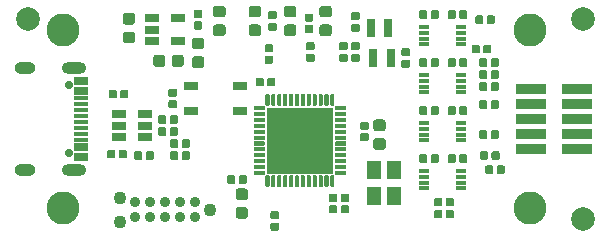
<source format=gbr>
%TF.GenerationSoftware,KiCad,Pcbnew,(5.1.5)-3*%
%TF.CreationDate,2020-08-07T14:40:55+02:00*%
%TF.ProjectId,bmp22,626d7032-322e-46b6-9963-61645f706362,rev?*%
%TF.SameCoordinates,Original*%
%TF.FileFunction,Soldermask,Top*%
%TF.FilePolarity,Negative*%
%FSLAX46Y46*%
G04 Gerber Fmt 4.6, Leading zero omitted, Abs format (unit mm)*
G04 Created by KiCad (PCBNEW (5.1.5)-3) date 2020-08-07 14:40:55*
%MOMM*%
%LPD*%
G04 APERTURE LIST*
%ADD10C,2.800000*%
%ADD11C,2.000000*%
%ADD12R,1.150000X0.750000*%
%ADD13R,1.300000X1.500000*%
%ADD14R,5.700000X5.700000*%
%ADD15C,0.100000*%
%ADD16R,1.160000X0.750000*%
%ADD17R,0.850000X0.350000*%
%ADD18R,0.800000X0.500000*%
%ADD19C,0.887400*%
%ADD20C,1.090600*%
%ADD21R,1.260000X0.700000*%
%ADD22C,0.700000*%
%ADD23R,1.260000X0.400000*%
%ADD24O,1.800000X1.000000*%
%ADD25O,2.100000X1.000000*%
%ADD26R,2.500000X0.840000*%
G04 APERTURE END LIST*
D10*
%TO.C,H4*%
X164000000Y-122500000D03*
%TD*%
%TO.C,H3*%
X164000000Y-137500000D03*
%TD*%
%TO.C,H2*%
X124500000Y-122500000D03*
%TD*%
%TO.C,H1*%
X124500000Y-137500000D03*
%TD*%
D11*
%TO.C,FID3*%
X168500000Y-121500000D03*
%TD*%
%TO.C,FID2*%
X168500000Y-138500000D03*
%TD*%
%TO.C,FID1*%
X121500000Y-121500000D03*
%TD*%
D12*
%TO.C,SW301*%
X135339000Y-127195000D03*
X139489000Y-127195000D03*
X135339000Y-129345000D03*
X139489000Y-129345000D03*
%TD*%
D13*
%TO.C,Y301*%
X150788000Y-136482000D03*
X150788000Y-134282000D03*
X152488000Y-134282000D03*
X152488000Y-136482000D03*
%TD*%
D14*
%TO.C,U302*%
X144526000Y-131826000D03*
D15*
G36*
X147372076Y-134776421D02*
G01*
X147380570Y-134777681D01*
X147388900Y-134779768D01*
X147396985Y-134782661D01*
X147404747Y-134786332D01*
X147412112Y-134790746D01*
X147419009Y-134795862D01*
X147425372Y-134801628D01*
X147431138Y-134807991D01*
X147436254Y-134814888D01*
X147440668Y-134822253D01*
X147444339Y-134830015D01*
X147447232Y-134838100D01*
X147449319Y-134846430D01*
X147450579Y-134854924D01*
X147451000Y-134863500D01*
X147451000Y-135663500D01*
X147450579Y-135672076D01*
X147449319Y-135680570D01*
X147447232Y-135688900D01*
X147444339Y-135696985D01*
X147440668Y-135704747D01*
X147436254Y-135712112D01*
X147431138Y-135719009D01*
X147425372Y-135725372D01*
X147419009Y-135731138D01*
X147412112Y-135736254D01*
X147404747Y-135740668D01*
X147396985Y-135744339D01*
X147388900Y-135747232D01*
X147380570Y-135749319D01*
X147372076Y-135750579D01*
X147363500Y-135751000D01*
X147188500Y-135751000D01*
X147179924Y-135750579D01*
X147171430Y-135749319D01*
X147163100Y-135747232D01*
X147155015Y-135744339D01*
X147147253Y-135740668D01*
X147139888Y-135736254D01*
X147132991Y-135731138D01*
X147126628Y-135725372D01*
X147120862Y-135719009D01*
X147115746Y-135712112D01*
X147111332Y-135704747D01*
X147107661Y-135696985D01*
X147104768Y-135688900D01*
X147102681Y-135680570D01*
X147101421Y-135672076D01*
X147101000Y-135663500D01*
X147101000Y-134863500D01*
X147101421Y-134854924D01*
X147102681Y-134846430D01*
X147104768Y-134838100D01*
X147107661Y-134830015D01*
X147111332Y-134822253D01*
X147115746Y-134814888D01*
X147120862Y-134807991D01*
X147126628Y-134801628D01*
X147132991Y-134795862D01*
X147139888Y-134790746D01*
X147147253Y-134786332D01*
X147155015Y-134782661D01*
X147163100Y-134779768D01*
X147171430Y-134777681D01*
X147179924Y-134776421D01*
X147188500Y-134776000D01*
X147363500Y-134776000D01*
X147372076Y-134776421D01*
G37*
G36*
X146872076Y-134776421D02*
G01*
X146880570Y-134777681D01*
X146888900Y-134779768D01*
X146896985Y-134782661D01*
X146904747Y-134786332D01*
X146912112Y-134790746D01*
X146919009Y-134795862D01*
X146925372Y-134801628D01*
X146931138Y-134807991D01*
X146936254Y-134814888D01*
X146940668Y-134822253D01*
X146944339Y-134830015D01*
X146947232Y-134838100D01*
X146949319Y-134846430D01*
X146950579Y-134854924D01*
X146951000Y-134863500D01*
X146951000Y-135663500D01*
X146950579Y-135672076D01*
X146949319Y-135680570D01*
X146947232Y-135688900D01*
X146944339Y-135696985D01*
X146940668Y-135704747D01*
X146936254Y-135712112D01*
X146931138Y-135719009D01*
X146925372Y-135725372D01*
X146919009Y-135731138D01*
X146912112Y-135736254D01*
X146904747Y-135740668D01*
X146896985Y-135744339D01*
X146888900Y-135747232D01*
X146880570Y-135749319D01*
X146872076Y-135750579D01*
X146863500Y-135751000D01*
X146688500Y-135751000D01*
X146679924Y-135750579D01*
X146671430Y-135749319D01*
X146663100Y-135747232D01*
X146655015Y-135744339D01*
X146647253Y-135740668D01*
X146639888Y-135736254D01*
X146632991Y-135731138D01*
X146626628Y-135725372D01*
X146620862Y-135719009D01*
X146615746Y-135712112D01*
X146611332Y-135704747D01*
X146607661Y-135696985D01*
X146604768Y-135688900D01*
X146602681Y-135680570D01*
X146601421Y-135672076D01*
X146601000Y-135663500D01*
X146601000Y-134863500D01*
X146601421Y-134854924D01*
X146602681Y-134846430D01*
X146604768Y-134838100D01*
X146607661Y-134830015D01*
X146611332Y-134822253D01*
X146615746Y-134814888D01*
X146620862Y-134807991D01*
X146626628Y-134801628D01*
X146632991Y-134795862D01*
X146639888Y-134790746D01*
X146647253Y-134786332D01*
X146655015Y-134782661D01*
X146663100Y-134779768D01*
X146671430Y-134777681D01*
X146679924Y-134776421D01*
X146688500Y-134776000D01*
X146863500Y-134776000D01*
X146872076Y-134776421D01*
G37*
G36*
X146372076Y-134776421D02*
G01*
X146380570Y-134777681D01*
X146388900Y-134779768D01*
X146396985Y-134782661D01*
X146404747Y-134786332D01*
X146412112Y-134790746D01*
X146419009Y-134795862D01*
X146425372Y-134801628D01*
X146431138Y-134807991D01*
X146436254Y-134814888D01*
X146440668Y-134822253D01*
X146444339Y-134830015D01*
X146447232Y-134838100D01*
X146449319Y-134846430D01*
X146450579Y-134854924D01*
X146451000Y-134863500D01*
X146451000Y-135663500D01*
X146450579Y-135672076D01*
X146449319Y-135680570D01*
X146447232Y-135688900D01*
X146444339Y-135696985D01*
X146440668Y-135704747D01*
X146436254Y-135712112D01*
X146431138Y-135719009D01*
X146425372Y-135725372D01*
X146419009Y-135731138D01*
X146412112Y-135736254D01*
X146404747Y-135740668D01*
X146396985Y-135744339D01*
X146388900Y-135747232D01*
X146380570Y-135749319D01*
X146372076Y-135750579D01*
X146363500Y-135751000D01*
X146188500Y-135751000D01*
X146179924Y-135750579D01*
X146171430Y-135749319D01*
X146163100Y-135747232D01*
X146155015Y-135744339D01*
X146147253Y-135740668D01*
X146139888Y-135736254D01*
X146132991Y-135731138D01*
X146126628Y-135725372D01*
X146120862Y-135719009D01*
X146115746Y-135712112D01*
X146111332Y-135704747D01*
X146107661Y-135696985D01*
X146104768Y-135688900D01*
X146102681Y-135680570D01*
X146101421Y-135672076D01*
X146101000Y-135663500D01*
X146101000Y-134863500D01*
X146101421Y-134854924D01*
X146102681Y-134846430D01*
X146104768Y-134838100D01*
X146107661Y-134830015D01*
X146111332Y-134822253D01*
X146115746Y-134814888D01*
X146120862Y-134807991D01*
X146126628Y-134801628D01*
X146132991Y-134795862D01*
X146139888Y-134790746D01*
X146147253Y-134786332D01*
X146155015Y-134782661D01*
X146163100Y-134779768D01*
X146171430Y-134777681D01*
X146179924Y-134776421D01*
X146188500Y-134776000D01*
X146363500Y-134776000D01*
X146372076Y-134776421D01*
G37*
G36*
X145872076Y-134776421D02*
G01*
X145880570Y-134777681D01*
X145888900Y-134779768D01*
X145896985Y-134782661D01*
X145904747Y-134786332D01*
X145912112Y-134790746D01*
X145919009Y-134795862D01*
X145925372Y-134801628D01*
X145931138Y-134807991D01*
X145936254Y-134814888D01*
X145940668Y-134822253D01*
X145944339Y-134830015D01*
X145947232Y-134838100D01*
X145949319Y-134846430D01*
X145950579Y-134854924D01*
X145951000Y-134863500D01*
X145951000Y-135663500D01*
X145950579Y-135672076D01*
X145949319Y-135680570D01*
X145947232Y-135688900D01*
X145944339Y-135696985D01*
X145940668Y-135704747D01*
X145936254Y-135712112D01*
X145931138Y-135719009D01*
X145925372Y-135725372D01*
X145919009Y-135731138D01*
X145912112Y-135736254D01*
X145904747Y-135740668D01*
X145896985Y-135744339D01*
X145888900Y-135747232D01*
X145880570Y-135749319D01*
X145872076Y-135750579D01*
X145863500Y-135751000D01*
X145688500Y-135751000D01*
X145679924Y-135750579D01*
X145671430Y-135749319D01*
X145663100Y-135747232D01*
X145655015Y-135744339D01*
X145647253Y-135740668D01*
X145639888Y-135736254D01*
X145632991Y-135731138D01*
X145626628Y-135725372D01*
X145620862Y-135719009D01*
X145615746Y-135712112D01*
X145611332Y-135704747D01*
X145607661Y-135696985D01*
X145604768Y-135688900D01*
X145602681Y-135680570D01*
X145601421Y-135672076D01*
X145601000Y-135663500D01*
X145601000Y-134863500D01*
X145601421Y-134854924D01*
X145602681Y-134846430D01*
X145604768Y-134838100D01*
X145607661Y-134830015D01*
X145611332Y-134822253D01*
X145615746Y-134814888D01*
X145620862Y-134807991D01*
X145626628Y-134801628D01*
X145632991Y-134795862D01*
X145639888Y-134790746D01*
X145647253Y-134786332D01*
X145655015Y-134782661D01*
X145663100Y-134779768D01*
X145671430Y-134777681D01*
X145679924Y-134776421D01*
X145688500Y-134776000D01*
X145863500Y-134776000D01*
X145872076Y-134776421D01*
G37*
G36*
X145372076Y-134776421D02*
G01*
X145380570Y-134777681D01*
X145388900Y-134779768D01*
X145396985Y-134782661D01*
X145404747Y-134786332D01*
X145412112Y-134790746D01*
X145419009Y-134795862D01*
X145425372Y-134801628D01*
X145431138Y-134807991D01*
X145436254Y-134814888D01*
X145440668Y-134822253D01*
X145444339Y-134830015D01*
X145447232Y-134838100D01*
X145449319Y-134846430D01*
X145450579Y-134854924D01*
X145451000Y-134863500D01*
X145451000Y-135663500D01*
X145450579Y-135672076D01*
X145449319Y-135680570D01*
X145447232Y-135688900D01*
X145444339Y-135696985D01*
X145440668Y-135704747D01*
X145436254Y-135712112D01*
X145431138Y-135719009D01*
X145425372Y-135725372D01*
X145419009Y-135731138D01*
X145412112Y-135736254D01*
X145404747Y-135740668D01*
X145396985Y-135744339D01*
X145388900Y-135747232D01*
X145380570Y-135749319D01*
X145372076Y-135750579D01*
X145363500Y-135751000D01*
X145188500Y-135751000D01*
X145179924Y-135750579D01*
X145171430Y-135749319D01*
X145163100Y-135747232D01*
X145155015Y-135744339D01*
X145147253Y-135740668D01*
X145139888Y-135736254D01*
X145132991Y-135731138D01*
X145126628Y-135725372D01*
X145120862Y-135719009D01*
X145115746Y-135712112D01*
X145111332Y-135704747D01*
X145107661Y-135696985D01*
X145104768Y-135688900D01*
X145102681Y-135680570D01*
X145101421Y-135672076D01*
X145101000Y-135663500D01*
X145101000Y-134863500D01*
X145101421Y-134854924D01*
X145102681Y-134846430D01*
X145104768Y-134838100D01*
X145107661Y-134830015D01*
X145111332Y-134822253D01*
X145115746Y-134814888D01*
X145120862Y-134807991D01*
X145126628Y-134801628D01*
X145132991Y-134795862D01*
X145139888Y-134790746D01*
X145147253Y-134786332D01*
X145155015Y-134782661D01*
X145163100Y-134779768D01*
X145171430Y-134777681D01*
X145179924Y-134776421D01*
X145188500Y-134776000D01*
X145363500Y-134776000D01*
X145372076Y-134776421D01*
G37*
G36*
X144872076Y-134776421D02*
G01*
X144880570Y-134777681D01*
X144888900Y-134779768D01*
X144896985Y-134782661D01*
X144904747Y-134786332D01*
X144912112Y-134790746D01*
X144919009Y-134795862D01*
X144925372Y-134801628D01*
X144931138Y-134807991D01*
X144936254Y-134814888D01*
X144940668Y-134822253D01*
X144944339Y-134830015D01*
X144947232Y-134838100D01*
X144949319Y-134846430D01*
X144950579Y-134854924D01*
X144951000Y-134863500D01*
X144951000Y-135663500D01*
X144950579Y-135672076D01*
X144949319Y-135680570D01*
X144947232Y-135688900D01*
X144944339Y-135696985D01*
X144940668Y-135704747D01*
X144936254Y-135712112D01*
X144931138Y-135719009D01*
X144925372Y-135725372D01*
X144919009Y-135731138D01*
X144912112Y-135736254D01*
X144904747Y-135740668D01*
X144896985Y-135744339D01*
X144888900Y-135747232D01*
X144880570Y-135749319D01*
X144872076Y-135750579D01*
X144863500Y-135751000D01*
X144688500Y-135751000D01*
X144679924Y-135750579D01*
X144671430Y-135749319D01*
X144663100Y-135747232D01*
X144655015Y-135744339D01*
X144647253Y-135740668D01*
X144639888Y-135736254D01*
X144632991Y-135731138D01*
X144626628Y-135725372D01*
X144620862Y-135719009D01*
X144615746Y-135712112D01*
X144611332Y-135704747D01*
X144607661Y-135696985D01*
X144604768Y-135688900D01*
X144602681Y-135680570D01*
X144601421Y-135672076D01*
X144601000Y-135663500D01*
X144601000Y-134863500D01*
X144601421Y-134854924D01*
X144602681Y-134846430D01*
X144604768Y-134838100D01*
X144607661Y-134830015D01*
X144611332Y-134822253D01*
X144615746Y-134814888D01*
X144620862Y-134807991D01*
X144626628Y-134801628D01*
X144632991Y-134795862D01*
X144639888Y-134790746D01*
X144647253Y-134786332D01*
X144655015Y-134782661D01*
X144663100Y-134779768D01*
X144671430Y-134777681D01*
X144679924Y-134776421D01*
X144688500Y-134776000D01*
X144863500Y-134776000D01*
X144872076Y-134776421D01*
G37*
G36*
X144372076Y-134776421D02*
G01*
X144380570Y-134777681D01*
X144388900Y-134779768D01*
X144396985Y-134782661D01*
X144404747Y-134786332D01*
X144412112Y-134790746D01*
X144419009Y-134795862D01*
X144425372Y-134801628D01*
X144431138Y-134807991D01*
X144436254Y-134814888D01*
X144440668Y-134822253D01*
X144444339Y-134830015D01*
X144447232Y-134838100D01*
X144449319Y-134846430D01*
X144450579Y-134854924D01*
X144451000Y-134863500D01*
X144451000Y-135663500D01*
X144450579Y-135672076D01*
X144449319Y-135680570D01*
X144447232Y-135688900D01*
X144444339Y-135696985D01*
X144440668Y-135704747D01*
X144436254Y-135712112D01*
X144431138Y-135719009D01*
X144425372Y-135725372D01*
X144419009Y-135731138D01*
X144412112Y-135736254D01*
X144404747Y-135740668D01*
X144396985Y-135744339D01*
X144388900Y-135747232D01*
X144380570Y-135749319D01*
X144372076Y-135750579D01*
X144363500Y-135751000D01*
X144188500Y-135751000D01*
X144179924Y-135750579D01*
X144171430Y-135749319D01*
X144163100Y-135747232D01*
X144155015Y-135744339D01*
X144147253Y-135740668D01*
X144139888Y-135736254D01*
X144132991Y-135731138D01*
X144126628Y-135725372D01*
X144120862Y-135719009D01*
X144115746Y-135712112D01*
X144111332Y-135704747D01*
X144107661Y-135696985D01*
X144104768Y-135688900D01*
X144102681Y-135680570D01*
X144101421Y-135672076D01*
X144101000Y-135663500D01*
X144101000Y-134863500D01*
X144101421Y-134854924D01*
X144102681Y-134846430D01*
X144104768Y-134838100D01*
X144107661Y-134830015D01*
X144111332Y-134822253D01*
X144115746Y-134814888D01*
X144120862Y-134807991D01*
X144126628Y-134801628D01*
X144132991Y-134795862D01*
X144139888Y-134790746D01*
X144147253Y-134786332D01*
X144155015Y-134782661D01*
X144163100Y-134779768D01*
X144171430Y-134777681D01*
X144179924Y-134776421D01*
X144188500Y-134776000D01*
X144363500Y-134776000D01*
X144372076Y-134776421D01*
G37*
G36*
X143872076Y-134776421D02*
G01*
X143880570Y-134777681D01*
X143888900Y-134779768D01*
X143896985Y-134782661D01*
X143904747Y-134786332D01*
X143912112Y-134790746D01*
X143919009Y-134795862D01*
X143925372Y-134801628D01*
X143931138Y-134807991D01*
X143936254Y-134814888D01*
X143940668Y-134822253D01*
X143944339Y-134830015D01*
X143947232Y-134838100D01*
X143949319Y-134846430D01*
X143950579Y-134854924D01*
X143951000Y-134863500D01*
X143951000Y-135663500D01*
X143950579Y-135672076D01*
X143949319Y-135680570D01*
X143947232Y-135688900D01*
X143944339Y-135696985D01*
X143940668Y-135704747D01*
X143936254Y-135712112D01*
X143931138Y-135719009D01*
X143925372Y-135725372D01*
X143919009Y-135731138D01*
X143912112Y-135736254D01*
X143904747Y-135740668D01*
X143896985Y-135744339D01*
X143888900Y-135747232D01*
X143880570Y-135749319D01*
X143872076Y-135750579D01*
X143863500Y-135751000D01*
X143688500Y-135751000D01*
X143679924Y-135750579D01*
X143671430Y-135749319D01*
X143663100Y-135747232D01*
X143655015Y-135744339D01*
X143647253Y-135740668D01*
X143639888Y-135736254D01*
X143632991Y-135731138D01*
X143626628Y-135725372D01*
X143620862Y-135719009D01*
X143615746Y-135712112D01*
X143611332Y-135704747D01*
X143607661Y-135696985D01*
X143604768Y-135688900D01*
X143602681Y-135680570D01*
X143601421Y-135672076D01*
X143601000Y-135663500D01*
X143601000Y-134863500D01*
X143601421Y-134854924D01*
X143602681Y-134846430D01*
X143604768Y-134838100D01*
X143607661Y-134830015D01*
X143611332Y-134822253D01*
X143615746Y-134814888D01*
X143620862Y-134807991D01*
X143626628Y-134801628D01*
X143632991Y-134795862D01*
X143639888Y-134790746D01*
X143647253Y-134786332D01*
X143655015Y-134782661D01*
X143663100Y-134779768D01*
X143671430Y-134777681D01*
X143679924Y-134776421D01*
X143688500Y-134776000D01*
X143863500Y-134776000D01*
X143872076Y-134776421D01*
G37*
G36*
X143372076Y-134776421D02*
G01*
X143380570Y-134777681D01*
X143388900Y-134779768D01*
X143396985Y-134782661D01*
X143404747Y-134786332D01*
X143412112Y-134790746D01*
X143419009Y-134795862D01*
X143425372Y-134801628D01*
X143431138Y-134807991D01*
X143436254Y-134814888D01*
X143440668Y-134822253D01*
X143444339Y-134830015D01*
X143447232Y-134838100D01*
X143449319Y-134846430D01*
X143450579Y-134854924D01*
X143451000Y-134863500D01*
X143451000Y-135663500D01*
X143450579Y-135672076D01*
X143449319Y-135680570D01*
X143447232Y-135688900D01*
X143444339Y-135696985D01*
X143440668Y-135704747D01*
X143436254Y-135712112D01*
X143431138Y-135719009D01*
X143425372Y-135725372D01*
X143419009Y-135731138D01*
X143412112Y-135736254D01*
X143404747Y-135740668D01*
X143396985Y-135744339D01*
X143388900Y-135747232D01*
X143380570Y-135749319D01*
X143372076Y-135750579D01*
X143363500Y-135751000D01*
X143188500Y-135751000D01*
X143179924Y-135750579D01*
X143171430Y-135749319D01*
X143163100Y-135747232D01*
X143155015Y-135744339D01*
X143147253Y-135740668D01*
X143139888Y-135736254D01*
X143132991Y-135731138D01*
X143126628Y-135725372D01*
X143120862Y-135719009D01*
X143115746Y-135712112D01*
X143111332Y-135704747D01*
X143107661Y-135696985D01*
X143104768Y-135688900D01*
X143102681Y-135680570D01*
X143101421Y-135672076D01*
X143101000Y-135663500D01*
X143101000Y-134863500D01*
X143101421Y-134854924D01*
X143102681Y-134846430D01*
X143104768Y-134838100D01*
X143107661Y-134830015D01*
X143111332Y-134822253D01*
X143115746Y-134814888D01*
X143120862Y-134807991D01*
X143126628Y-134801628D01*
X143132991Y-134795862D01*
X143139888Y-134790746D01*
X143147253Y-134786332D01*
X143155015Y-134782661D01*
X143163100Y-134779768D01*
X143171430Y-134777681D01*
X143179924Y-134776421D01*
X143188500Y-134776000D01*
X143363500Y-134776000D01*
X143372076Y-134776421D01*
G37*
G36*
X142872076Y-134776421D02*
G01*
X142880570Y-134777681D01*
X142888900Y-134779768D01*
X142896985Y-134782661D01*
X142904747Y-134786332D01*
X142912112Y-134790746D01*
X142919009Y-134795862D01*
X142925372Y-134801628D01*
X142931138Y-134807991D01*
X142936254Y-134814888D01*
X142940668Y-134822253D01*
X142944339Y-134830015D01*
X142947232Y-134838100D01*
X142949319Y-134846430D01*
X142950579Y-134854924D01*
X142951000Y-134863500D01*
X142951000Y-135663500D01*
X142950579Y-135672076D01*
X142949319Y-135680570D01*
X142947232Y-135688900D01*
X142944339Y-135696985D01*
X142940668Y-135704747D01*
X142936254Y-135712112D01*
X142931138Y-135719009D01*
X142925372Y-135725372D01*
X142919009Y-135731138D01*
X142912112Y-135736254D01*
X142904747Y-135740668D01*
X142896985Y-135744339D01*
X142888900Y-135747232D01*
X142880570Y-135749319D01*
X142872076Y-135750579D01*
X142863500Y-135751000D01*
X142688500Y-135751000D01*
X142679924Y-135750579D01*
X142671430Y-135749319D01*
X142663100Y-135747232D01*
X142655015Y-135744339D01*
X142647253Y-135740668D01*
X142639888Y-135736254D01*
X142632991Y-135731138D01*
X142626628Y-135725372D01*
X142620862Y-135719009D01*
X142615746Y-135712112D01*
X142611332Y-135704747D01*
X142607661Y-135696985D01*
X142604768Y-135688900D01*
X142602681Y-135680570D01*
X142601421Y-135672076D01*
X142601000Y-135663500D01*
X142601000Y-134863500D01*
X142601421Y-134854924D01*
X142602681Y-134846430D01*
X142604768Y-134838100D01*
X142607661Y-134830015D01*
X142611332Y-134822253D01*
X142615746Y-134814888D01*
X142620862Y-134807991D01*
X142626628Y-134801628D01*
X142632991Y-134795862D01*
X142639888Y-134790746D01*
X142647253Y-134786332D01*
X142655015Y-134782661D01*
X142663100Y-134779768D01*
X142671430Y-134777681D01*
X142679924Y-134776421D01*
X142688500Y-134776000D01*
X142863500Y-134776000D01*
X142872076Y-134776421D01*
G37*
G36*
X142372076Y-134776421D02*
G01*
X142380570Y-134777681D01*
X142388900Y-134779768D01*
X142396985Y-134782661D01*
X142404747Y-134786332D01*
X142412112Y-134790746D01*
X142419009Y-134795862D01*
X142425372Y-134801628D01*
X142431138Y-134807991D01*
X142436254Y-134814888D01*
X142440668Y-134822253D01*
X142444339Y-134830015D01*
X142447232Y-134838100D01*
X142449319Y-134846430D01*
X142450579Y-134854924D01*
X142451000Y-134863500D01*
X142451000Y-135663500D01*
X142450579Y-135672076D01*
X142449319Y-135680570D01*
X142447232Y-135688900D01*
X142444339Y-135696985D01*
X142440668Y-135704747D01*
X142436254Y-135712112D01*
X142431138Y-135719009D01*
X142425372Y-135725372D01*
X142419009Y-135731138D01*
X142412112Y-135736254D01*
X142404747Y-135740668D01*
X142396985Y-135744339D01*
X142388900Y-135747232D01*
X142380570Y-135749319D01*
X142372076Y-135750579D01*
X142363500Y-135751000D01*
X142188500Y-135751000D01*
X142179924Y-135750579D01*
X142171430Y-135749319D01*
X142163100Y-135747232D01*
X142155015Y-135744339D01*
X142147253Y-135740668D01*
X142139888Y-135736254D01*
X142132991Y-135731138D01*
X142126628Y-135725372D01*
X142120862Y-135719009D01*
X142115746Y-135712112D01*
X142111332Y-135704747D01*
X142107661Y-135696985D01*
X142104768Y-135688900D01*
X142102681Y-135680570D01*
X142101421Y-135672076D01*
X142101000Y-135663500D01*
X142101000Y-134863500D01*
X142101421Y-134854924D01*
X142102681Y-134846430D01*
X142104768Y-134838100D01*
X142107661Y-134830015D01*
X142111332Y-134822253D01*
X142115746Y-134814888D01*
X142120862Y-134807991D01*
X142126628Y-134801628D01*
X142132991Y-134795862D01*
X142139888Y-134790746D01*
X142147253Y-134786332D01*
X142155015Y-134782661D01*
X142163100Y-134779768D01*
X142171430Y-134777681D01*
X142179924Y-134776421D01*
X142188500Y-134776000D01*
X142363500Y-134776000D01*
X142372076Y-134776421D01*
G37*
G36*
X141872076Y-134776421D02*
G01*
X141880570Y-134777681D01*
X141888900Y-134779768D01*
X141896985Y-134782661D01*
X141904747Y-134786332D01*
X141912112Y-134790746D01*
X141919009Y-134795862D01*
X141925372Y-134801628D01*
X141931138Y-134807991D01*
X141936254Y-134814888D01*
X141940668Y-134822253D01*
X141944339Y-134830015D01*
X141947232Y-134838100D01*
X141949319Y-134846430D01*
X141950579Y-134854924D01*
X141951000Y-134863500D01*
X141951000Y-135663500D01*
X141950579Y-135672076D01*
X141949319Y-135680570D01*
X141947232Y-135688900D01*
X141944339Y-135696985D01*
X141940668Y-135704747D01*
X141936254Y-135712112D01*
X141931138Y-135719009D01*
X141925372Y-135725372D01*
X141919009Y-135731138D01*
X141912112Y-135736254D01*
X141904747Y-135740668D01*
X141896985Y-135744339D01*
X141888900Y-135747232D01*
X141880570Y-135749319D01*
X141872076Y-135750579D01*
X141863500Y-135751000D01*
X141688500Y-135751000D01*
X141679924Y-135750579D01*
X141671430Y-135749319D01*
X141663100Y-135747232D01*
X141655015Y-135744339D01*
X141647253Y-135740668D01*
X141639888Y-135736254D01*
X141632991Y-135731138D01*
X141626628Y-135725372D01*
X141620862Y-135719009D01*
X141615746Y-135712112D01*
X141611332Y-135704747D01*
X141607661Y-135696985D01*
X141604768Y-135688900D01*
X141602681Y-135680570D01*
X141601421Y-135672076D01*
X141601000Y-135663500D01*
X141601000Y-134863500D01*
X141601421Y-134854924D01*
X141602681Y-134846430D01*
X141604768Y-134838100D01*
X141607661Y-134830015D01*
X141611332Y-134822253D01*
X141615746Y-134814888D01*
X141620862Y-134807991D01*
X141626628Y-134801628D01*
X141632991Y-134795862D01*
X141639888Y-134790746D01*
X141647253Y-134786332D01*
X141655015Y-134782661D01*
X141663100Y-134779768D01*
X141671430Y-134777681D01*
X141679924Y-134776421D01*
X141688500Y-134776000D01*
X141863500Y-134776000D01*
X141872076Y-134776421D01*
G37*
G36*
X141497076Y-134401421D02*
G01*
X141505570Y-134402681D01*
X141513900Y-134404768D01*
X141521985Y-134407661D01*
X141529747Y-134411332D01*
X141537112Y-134415746D01*
X141544009Y-134420862D01*
X141550372Y-134426628D01*
X141556138Y-134432991D01*
X141561254Y-134439888D01*
X141565668Y-134447253D01*
X141569339Y-134455015D01*
X141572232Y-134463100D01*
X141574319Y-134471430D01*
X141575579Y-134479924D01*
X141576000Y-134488500D01*
X141576000Y-134663500D01*
X141575579Y-134672076D01*
X141574319Y-134680570D01*
X141572232Y-134688900D01*
X141569339Y-134696985D01*
X141565668Y-134704747D01*
X141561254Y-134712112D01*
X141556138Y-134719009D01*
X141550372Y-134725372D01*
X141544009Y-134731138D01*
X141537112Y-134736254D01*
X141529747Y-134740668D01*
X141521985Y-134744339D01*
X141513900Y-134747232D01*
X141505570Y-134749319D01*
X141497076Y-134750579D01*
X141488500Y-134751000D01*
X140688500Y-134751000D01*
X140679924Y-134750579D01*
X140671430Y-134749319D01*
X140663100Y-134747232D01*
X140655015Y-134744339D01*
X140647253Y-134740668D01*
X140639888Y-134736254D01*
X140632991Y-134731138D01*
X140626628Y-134725372D01*
X140620862Y-134719009D01*
X140615746Y-134712112D01*
X140611332Y-134704747D01*
X140607661Y-134696985D01*
X140604768Y-134688900D01*
X140602681Y-134680570D01*
X140601421Y-134672076D01*
X140601000Y-134663500D01*
X140601000Y-134488500D01*
X140601421Y-134479924D01*
X140602681Y-134471430D01*
X140604768Y-134463100D01*
X140607661Y-134455015D01*
X140611332Y-134447253D01*
X140615746Y-134439888D01*
X140620862Y-134432991D01*
X140626628Y-134426628D01*
X140632991Y-134420862D01*
X140639888Y-134415746D01*
X140647253Y-134411332D01*
X140655015Y-134407661D01*
X140663100Y-134404768D01*
X140671430Y-134402681D01*
X140679924Y-134401421D01*
X140688500Y-134401000D01*
X141488500Y-134401000D01*
X141497076Y-134401421D01*
G37*
G36*
X141497076Y-133901421D02*
G01*
X141505570Y-133902681D01*
X141513900Y-133904768D01*
X141521985Y-133907661D01*
X141529747Y-133911332D01*
X141537112Y-133915746D01*
X141544009Y-133920862D01*
X141550372Y-133926628D01*
X141556138Y-133932991D01*
X141561254Y-133939888D01*
X141565668Y-133947253D01*
X141569339Y-133955015D01*
X141572232Y-133963100D01*
X141574319Y-133971430D01*
X141575579Y-133979924D01*
X141576000Y-133988500D01*
X141576000Y-134163500D01*
X141575579Y-134172076D01*
X141574319Y-134180570D01*
X141572232Y-134188900D01*
X141569339Y-134196985D01*
X141565668Y-134204747D01*
X141561254Y-134212112D01*
X141556138Y-134219009D01*
X141550372Y-134225372D01*
X141544009Y-134231138D01*
X141537112Y-134236254D01*
X141529747Y-134240668D01*
X141521985Y-134244339D01*
X141513900Y-134247232D01*
X141505570Y-134249319D01*
X141497076Y-134250579D01*
X141488500Y-134251000D01*
X140688500Y-134251000D01*
X140679924Y-134250579D01*
X140671430Y-134249319D01*
X140663100Y-134247232D01*
X140655015Y-134244339D01*
X140647253Y-134240668D01*
X140639888Y-134236254D01*
X140632991Y-134231138D01*
X140626628Y-134225372D01*
X140620862Y-134219009D01*
X140615746Y-134212112D01*
X140611332Y-134204747D01*
X140607661Y-134196985D01*
X140604768Y-134188900D01*
X140602681Y-134180570D01*
X140601421Y-134172076D01*
X140601000Y-134163500D01*
X140601000Y-133988500D01*
X140601421Y-133979924D01*
X140602681Y-133971430D01*
X140604768Y-133963100D01*
X140607661Y-133955015D01*
X140611332Y-133947253D01*
X140615746Y-133939888D01*
X140620862Y-133932991D01*
X140626628Y-133926628D01*
X140632991Y-133920862D01*
X140639888Y-133915746D01*
X140647253Y-133911332D01*
X140655015Y-133907661D01*
X140663100Y-133904768D01*
X140671430Y-133902681D01*
X140679924Y-133901421D01*
X140688500Y-133901000D01*
X141488500Y-133901000D01*
X141497076Y-133901421D01*
G37*
G36*
X141497076Y-133401421D02*
G01*
X141505570Y-133402681D01*
X141513900Y-133404768D01*
X141521985Y-133407661D01*
X141529747Y-133411332D01*
X141537112Y-133415746D01*
X141544009Y-133420862D01*
X141550372Y-133426628D01*
X141556138Y-133432991D01*
X141561254Y-133439888D01*
X141565668Y-133447253D01*
X141569339Y-133455015D01*
X141572232Y-133463100D01*
X141574319Y-133471430D01*
X141575579Y-133479924D01*
X141576000Y-133488500D01*
X141576000Y-133663500D01*
X141575579Y-133672076D01*
X141574319Y-133680570D01*
X141572232Y-133688900D01*
X141569339Y-133696985D01*
X141565668Y-133704747D01*
X141561254Y-133712112D01*
X141556138Y-133719009D01*
X141550372Y-133725372D01*
X141544009Y-133731138D01*
X141537112Y-133736254D01*
X141529747Y-133740668D01*
X141521985Y-133744339D01*
X141513900Y-133747232D01*
X141505570Y-133749319D01*
X141497076Y-133750579D01*
X141488500Y-133751000D01*
X140688500Y-133751000D01*
X140679924Y-133750579D01*
X140671430Y-133749319D01*
X140663100Y-133747232D01*
X140655015Y-133744339D01*
X140647253Y-133740668D01*
X140639888Y-133736254D01*
X140632991Y-133731138D01*
X140626628Y-133725372D01*
X140620862Y-133719009D01*
X140615746Y-133712112D01*
X140611332Y-133704747D01*
X140607661Y-133696985D01*
X140604768Y-133688900D01*
X140602681Y-133680570D01*
X140601421Y-133672076D01*
X140601000Y-133663500D01*
X140601000Y-133488500D01*
X140601421Y-133479924D01*
X140602681Y-133471430D01*
X140604768Y-133463100D01*
X140607661Y-133455015D01*
X140611332Y-133447253D01*
X140615746Y-133439888D01*
X140620862Y-133432991D01*
X140626628Y-133426628D01*
X140632991Y-133420862D01*
X140639888Y-133415746D01*
X140647253Y-133411332D01*
X140655015Y-133407661D01*
X140663100Y-133404768D01*
X140671430Y-133402681D01*
X140679924Y-133401421D01*
X140688500Y-133401000D01*
X141488500Y-133401000D01*
X141497076Y-133401421D01*
G37*
G36*
X141497076Y-132901421D02*
G01*
X141505570Y-132902681D01*
X141513900Y-132904768D01*
X141521985Y-132907661D01*
X141529747Y-132911332D01*
X141537112Y-132915746D01*
X141544009Y-132920862D01*
X141550372Y-132926628D01*
X141556138Y-132932991D01*
X141561254Y-132939888D01*
X141565668Y-132947253D01*
X141569339Y-132955015D01*
X141572232Y-132963100D01*
X141574319Y-132971430D01*
X141575579Y-132979924D01*
X141576000Y-132988500D01*
X141576000Y-133163500D01*
X141575579Y-133172076D01*
X141574319Y-133180570D01*
X141572232Y-133188900D01*
X141569339Y-133196985D01*
X141565668Y-133204747D01*
X141561254Y-133212112D01*
X141556138Y-133219009D01*
X141550372Y-133225372D01*
X141544009Y-133231138D01*
X141537112Y-133236254D01*
X141529747Y-133240668D01*
X141521985Y-133244339D01*
X141513900Y-133247232D01*
X141505570Y-133249319D01*
X141497076Y-133250579D01*
X141488500Y-133251000D01*
X140688500Y-133251000D01*
X140679924Y-133250579D01*
X140671430Y-133249319D01*
X140663100Y-133247232D01*
X140655015Y-133244339D01*
X140647253Y-133240668D01*
X140639888Y-133236254D01*
X140632991Y-133231138D01*
X140626628Y-133225372D01*
X140620862Y-133219009D01*
X140615746Y-133212112D01*
X140611332Y-133204747D01*
X140607661Y-133196985D01*
X140604768Y-133188900D01*
X140602681Y-133180570D01*
X140601421Y-133172076D01*
X140601000Y-133163500D01*
X140601000Y-132988500D01*
X140601421Y-132979924D01*
X140602681Y-132971430D01*
X140604768Y-132963100D01*
X140607661Y-132955015D01*
X140611332Y-132947253D01*
X140615746Y-132939888D01*
X140620862Y-132932991D01*
X140626628Y-132926628D01*
X140632991Y-132920862D01*
X140639888Y-132915746D01*
X140647253Y-132911332D01*
X140655015Y-132907661D01*
X140663100Y-132904768D01*
X140671430Y-132902681D01*
X140679924Y-132901421D01*
X140688500Y-132901000D01*
X141488500Y-132901000D01*
X141497076Y-132901421D01*
G37*
G36*
X141497076Y-132401421D02*
G01*
X141505570Y-132402681D01*
X141513900Y-132404768D01*
X141521985Y-132407661D01*
X141529747Y-132411332D01*
X141537112Y-132415746D01*
X141544009Y-132420862D01*
X141550372Y-132426628D01*
X141556138Y-132432991D01*
X141561254Y-132439888D01*
X141565668Y-132447253D01*
X141569339Y-132455015D01*
X141572232Y-132463100D01*
X141574319Y-132471430D01*
X141575579Y-132479924D01*
X141576000Y-132488500D01*
X141576000Y-132663500D01*
X141575579Y-132672076D01*
X141574319Y-132680570D01*
X141572232Y-132688900D01*
X141569339Y-132696985D01*
X141565668Y-132704747D01*
X141561254Y-132712112D01*
X141556138Y-132719009D01*
X141550372Y-132725372D01*
X141544009Y-132731138D01*
X141537112Y-132736254D01*
X141529747Y-132740668D01*
X141521985Y-132744339D01*
X141513900Y-132747232D01*
X141505570Y-132749319D01*
X141497076Y-132750579D01*
X141488500Y-132751000D01*
X140688500Y-132751000D01*
X140679924Y-132750579D01*
X140671430Y-132749319D01*
X140663100Y-132747232D01*
X140655015Y-132744339D01*
X140647253Y-132740668D01*
X140639888Y-132736254D01*
X140632991Y-132731138D01*
X140626628Y-132725372D01*
X140620862Y-132719009D01*
X140615746Y-132712112D01*
X140611332Y-132704747D01*
X140607661Y-132696985D01*
X140604768Y-132688900D01*
X140602681Y-132680570D01*
X140601421Y-132672076D01*
X140601000Y-132663500D01*
X140601000Y-132488500D01*
X140601421Y-132479924D01*
X140602681Y-132471430D01*
X140604768Y-132463100D01*
X140607661Y-132455015D01*
X140611332Y-132447253D01*
X140615746Y-132439888D01*
X140620862Y-132432991D01*
X140626628Y-132426628D01*
X140632991Y-132420862D01*
X140639888Y-132415746D01*
X140647253Y-132411332D01*
X140655015Y-132407661D01*
X140663100Y-132404768D01*
X140671430Y-132402681D01*
X140679924Y-132401421D01*
X140688500Y-132401000D01*
X141488500Y-132401000D01*
X141497076Y-132401421D01*
G37*
G36*
X141497076Y-131901421D02*
G01*
X141505570Y-131902681D01*
X141513900Y-131904768D01*
X141521985Y-131907661D01*
X141529747Y-131911332D01*
X141537112Y-131915746D01*
X141544009Y-131920862D01*
X141550372Y-131926628D01*
X141556138Y-131932991D01*
X141561254Y-131939888D01*
X141565668Y-131947253D01*
X141569339Y-131955015D01*
X141572232Y-131963100D01*
X141574319Y-131971430D01*
X141575579Y-131979924D01*
X141576000Y-131988500D01*
X141576000Y-132163500D01*
X141575579Y-132172076D01*
X141574319Y-132180570D01*
X141572232Y-132188900D01*
X141569339Y-132196985D01*
X141565668Y-132204747D01*
X141561254Y-132212112D01*
X141556138Y-132219009D01*
X141550372Y-132225372D01*
X141544009Y-132231138D01*
X141537112Y-132236254D01*
X141529747Y-132240668D01*
X141521985Y-132244339D01*
X141513900Y-132247232D01*
X141505570Y-132249319D01*
X141497076Y-132250579D01*
X141488500Y-132251000D01*
X140688500Y-132251000D01*
X140679924Y-132250579D01*
X140671430Y-132249319D01*
X140663100Y-132247232D01*
X140655015Y-132244339D01*
X140647253Y-132240668D01*
X140639888Y-132236254D01*
X140632991Y-132231138D01*
X140626628Y-132225372D01*
X140620862Y-132219009D01*
X140615746Y-132212112D01*
X140611332Y-132204747D01*
X140607661Y-132196985D01*
X140604768Y-132188900D01*
X140602681Y-132180570D01*
X140601421Y-132172076D01*
X140601000Y-132163500D01*
X140601000Y-131988500D01*
X140601421Y-131979924D01*
X140602681Y-131971430D01*
X140604768Y-131963100D01*
X140607661Y-131955015D01*
X140611332Y-131947253D01*
X140615746Y-131939888D01*
X140620862Y-131932991D01*
X140626628Y-131926628D01*
X140632991Y-131920862D01*
X140639888Y-131915746D01*
X140647253Y-131911332D01*
X140655015Y-131907661D01*
X140663100Y-131904768D01*
X140671430Y-131902681D01*
X140679924Y-131901421D01*
X140688500Y-131901000D01*
X141488500Y-131901000D01*
X141497076Y-131901421D01*
G37*
G36*
X141497076Y-131401421D02*
G01*
X141505570Y-131402681D01*
X141513900Y-131404768D01*
X141521985Y-131407661D01*
X141529747Y-131411332D01*
X141537112Y-131415746D01*
X141544009Y-131420862D01*
X141550372Y-131426628D01*
X141556138Y-131432991D01*
X141561254Y-131439888D01*
X141565668Y-131447253D01*
X141569339Y-131455015D01*
X141572232Y-131463100D01*
X141574319Y-131471430D01*
X141575579Y-131479924D01*
X141576000Y-131488500D01*
X141576000Y-131663500D01*
X141575579Y-131672076D01*
X141574319Y-131680570D01*
X141572232Y-131688900D01*
X141569339Y-131696985D01*
X141565668Y-131704747D01*
X141561254Y-131712112D01*
X141556138Y-131719009D01*
X141550372Y-131725372D01*
X141544009Y-131731138D01*
X141537112Y-131736254D01*
X141529747Y-131740668D01*
X141521985Y-131744339D01*
X141513900Y-131747232D01*
X141505570Y-131749319D01*
X141497076Y-131750579D01*
X141488500Y-131751000D01*
X140688500Y-131751000D01*
X140679924Y-131750579D01*
X140671430Y-131749319D01*
X140663100Y-131747232D01*
X140655015Y-131744339D01*
X140647253Y-131740668D01*
X140639888Y-131736254D01*
X140632991Y-131731138D01*
X140626628Y-131725372D01*
X140620862Y-131719009D01*
X140615746Y-131712112D01*
X140611332Y-131704747D01*
X140607661Y-131696985D01*
X140604768Y-131688900D01*
X140602681Y-131680570D01*
X140601421Y-131672076D01*
X140601000Y-131663500D01*
X140601000Y-131488500D01*
X140601421Y-131479924D01*
X140602681Y-131471430D01*
X140604768Y-131463100D01*
X140607661Y-131455015D01*
X140611332Y-131447253D01*
X140615746Y-131439888D01*
X140620862Y-131432991D01*
X140626628Y-131426628D01*
X140632991Y-131420862D01*
X140639888Y-131415746D01*
X140647253Y-131411332D01*
X140655015Y-131407661D01*
X140663100Y-131404768D01*
X140671430Y-131402681D01*
X140679924Y-131401421D01*
X140688500Y-131401000D01*
X141488500Y-131401000D01*
X141497076Y-131401421D01*
G37*
G36*
X141497076Y-130901421D02*
G01*
X141505570Y-130902681D01*
X141513900Y-130904768D01*
X141521985Y-130907661D01*
X141529747Y-130911332D01*
X141537112Y-130915746D01*
X141544009Y-130920862D01*
X141550372Y-130926628D01*
X141556138Y-130932991D01*
X141561254Y-130939888D01*
X141565668Y-130947253D01*
X141569339Y-130955015D01*
X141572232Y-130963100D01*
X141574319Y-130971430D01*
X141575579Y-130979924D01*
X141576000Y-130988500D01*
X141576000Y-131163500D01*
X141575579Y-131172076D01*
X141574319Y-131180570D01*
X141572232Y-131188900D01*
X141569339Y-131196985D01*
X141565668Y-131204747D01*
X141561254Y-131212112D01*
X141556138Y-131219009D01*
X141550372Y-131225372D01*
X141544009Y-131231138D01*
X141537112Y-131236254D01*
X141529747Y-131240668D01*
X141521985Y-131244339D01*
X141513900Y-131247232D01*
X141505570Y-131249319D01*
X141497076Y-131250579D01*
X141488500Y-131251000D01*
X140688500Y-131251000D01*
X140679924Y-131250579D01*
X140671430Y-131249319D01*
X140663100Y-131247232D01*
X140655015Y-131244339D01*
X140647253Y-131240668D01*
X140639888Y-131236254D01*
X140632991Y-131231138D01*
X140626628Y-131225372D01*
X140620862Y-131219009D01*
X140615746Y-131212112D01*
X140611332Y-131204747D01*
X140607661Y-131196985D01*
X140604768Y-131188900D01*
X140602681Y-131180570D01*
X140601421Y-131172076D01*
X140601000Y-131163500D01*
X140601000Y-130988500D01*
X140601421Y-130979924D01*
X140602681Y-130971430D01*
X140604768Y-130963100D01*
X140607661Y-130955015D01*
X140611332Y-130947253D01*
X140615746Y-130939888D01*
X140620862Y-130932991D01*
X140626628Y-130926628D01*
X140632991Y-130920862D01*
X140639888Y-130915746D01*
X140647253Y-130911332D01*
X140655015Y-130907661D01*
X140663100Y-130904768D01*
X140671430Y-130902681D01*
X140679924Y-130901421D01*
X140688500Y-130901000D01*
X141488500Y-130901000D01*
X141497076Y-130901421D01*
G37*
G36*
X141497076Y-130401421D02*
G01*
X141505570Y-130402681D01*
X141513900Y-130404768D01*
X141521985Y-130407661D01*
X141529747Y-130411332D01*
X141537112Y-130415746D01*
X141544009Y-130420862D01*
X141550372Y-130426628D01*
X141556138Y-130432991D01*
X141561254Y-130439888D01*
X141565668Y-130447253D01*
X141569339Y-130455015D01*
X141572232Y-130463100D01*
X141574319Y-130471430D01*
X141575579Y-130479924D01*
X141576000Y-130488500D01*
X141576000Y-130663500D01*
X141575579Y-130672076D01*
X141574319Y-130680570D01*
X141572232Y-130688900D01*
X141569339Y-130696985D01*
X141565668Y-130704747D01*
X141561254Y-130712112D01*
X141556138Y-130719009D01*
X141550372Y-130725372D01*
X141544009Y-130731138D01*
X141537112Y-130736254D01*
X141529747Y-130740668D01*
X141521985Y-130744339D01*
X141513900Y-130747232D01*
X141505570Y-130749319D01*
X141497076Y-130750579D01*
X141488500Y-130751000D01*
X140688500Y-130751000D01*
X140679924Y-130750579D01*
X140671430Y-130749319D01*
X140663100Y-130747232D01*
X140655015Y-130744339D01*
X140647253Y-130740668D01*
X140639888Y-130736254D01*
X140632991Y-130731138D01*
X140626628Y-130725372D01*
X140620862Y-130719009D01*
X140615746Y-130712112D01*
X140611332Y-130704747D01*
X140607661Y-130696985D01*
X140604768Y-130688900D01*
X140602681Y-130680570D01*
X140601421Y-130672076D01*
X140601000Y-130663500D01*
X140601000Y-130488500D01*
X140601421Y-130479924D01*
X140602681Y-130471430D01*
X140604768Y-130463100D01*
X140607661Y-130455015D01*
X140611332Y-130447253D01*
X140615746Y-130439888D01*
X140620862Y-130432991D01*
X140626628Y-130426628D01*
X140632991Y-130420862D01*
X140639888Y-130415746D01*
X140647253Y-130411332D01*
X140655015Y-130407661D01*
X140663100Y-130404768D01*
X140671430Y-130402681D01*
X140679924Y-130401421D01*
X140688500Y-130401000D01*
X141488500Y-130401000D01*
X141497076Y-130401421D01*
G37*
G36*
X141497076Y-129901421D02*
G01*
X141505570Y-129902681D01*
X141513900Y-129904768D01*
X141521985Y-129907661D01*
X141529747Y-129911332D01*
X141537112Y-129915746D01*
X141544009Y-129920862D01*
X141550372Y-129926628D01*
X141556138Y-129932991D01*
X141561254Y-129939888D01*
X141565668Y-129947253D01*
X141569339Y-129955015D01*
X141572232Y-129963100D01*
X141574319Y-129971430D01*
X141575579Y-129979924D01*
X141576000Y-129988500D01*
X141576000Y-130163500D01*
X141575579Y-130172076D01*
X141574319Y-130180570D01*
X141572232Y-130188900D01*
X141569339Y-130196985D01*
X141565668Y-130204747D01*
X141561254Y-130212112D01*
X141556138Y-130219009D01*
X141550372Y-130225372D01*
X141544009Y-130231138D01*
X141537112Y-130236254D01*
X141529747Y-130240668D01*
X141521985Y-130244339D01*
X141513900Y-130247232D01*
X141505570Y-130249319D01*
X141497076Y-130250579D01*
X141488500Y-130251000D01*
X140688500Y-130251000D01*
X140679924Y-130250579D01*
X140671430Y-130249319D01*
X140663100Y-130247232D01*
X140655015Y-130244339D01*
X140647253Y-130240668D01*
X140639888Y-130236254D01*
X140632991Y-130231138D01*
X140626628Y-130225372D01*
X140620862Y-130219009D01*
X140615746Y-130212112D01*
X140611332Y-130204747D01*
X140607661Y-130196985D01*
X140604768Y-130188900D01*
X140602681Y-130180570D01*
X140601421Y-130172076D01*
X140601000Y-130163500D01*
X140601000Y-129988500D01*
X140601421Y-129979924D01*
X140602681Y-129971430D01*
X140604768Y-129963100D01*
X140607661Y-129955015D01*
X140611332Y-129947253D01*
X140615746Y-129939888D01*
X140620862Y-129932991D01*
X140626628Y-129926628D01*
X140632991Y-129920862D01*
X140639888Y-129915746D01*
X140647253Y-129911332D01*
X140655015Y-129907661D01*
X140663100Y-129904768D01*
X140671430Y-129902681D01*
X140679924Y-129901421D01*
X140688500Y-129901000D01*
X141488500Y-129901000D01*
X141497076Y-129901421D01*
G37*
G36*
X141497076Y-129401421D02*
G01*
X141505570Y-129402681D01*
X141513900Y-129404768D01*
X141521985Y-129407661D01*
X141529747Y-129411332D01*
X141537112Y-129415746D01*
X141544009Y-129420862D01*
X141550372Y-129426628D01*
X141556138Y-129432991D01*
X141561254Y-129439888D01*
X141565668Y-129447253D01*
X141569339Y-129455015D01*
X141572232Y-129463100D01*
X141574319Y-129471430D01*
X141575579Y-129479924D01*
X141576000Y-129488500D01*
X141576000Y-129663500D01*
X141575579Y-129672076D01*
X141574319Y-129680570D01*
X141572232Y-129688900D01*
X141569339Y-129696985D01*
X141565668Y-129704747D01*
X141561254Y-129712112D01*
X141556138Y-129719009D01*
X141550372Y-129725372D01*
X141544009Y-129731138D01*
X141537112Y-129736254D01*
X141529747Y-129740668D01*
X141521985Y-129744339D01*
X141513900Y-129747232D01*
X141505570Y-129749319D01*
X141497076Y-129750579D01*
X141488500Y-129751000D01*
X140688500Y-129751000D01*
X140679924Y-129750579D01*
X140671430Y-129749319D01*
X140663100Y-129747232D01*
X140655015Y-129744339D01*
X140647253Y-129740668D01*
X140639888Y-129736254D01*
X140632991Y-129731138D01*
X140626628Y-129725372D01*
X140620862Y-129719009D01*
X140615746Y-129712112D01*
X140611332Y-129704747D01*
X140607661Y-129696985D01*
X140604768Y-129688900D01*
X140602681Y-129680570D01*
X140601421Y-129672076D01*
X140601000Y-129663500D01*
X140601000Y-129488500D01*
X140601421Y-129479924D01*
X140602681Y-129471430D01*
X140604768Y-129463100D01*
X140607661Y-129455015D01*
X140611332Y-129447253D01*
X140615746Y-129439888D01*
X140620862Y-129432991D01*
X140626628Y-129426628D01*
X140632991Y-129420862D01*
X140639888Y-129415746D01*
X140647253Y-129411332D01*
X140655015Y-129407661D01*
X140663100Y-129404768D01*
X140671430Y-129402681D01*
X140679924Y-129401421D01*
X140688500Y-129401000D01*
X141488500Y-129401000D01*
X141497076Y-129401421D01*
G37*
G36*
X141497076Y-128901421D02*
G01*
X141505570Y-128902681D01*
X141513900Y-128904768D01*
X141521985Y-128907661D01*
X141529747Y-128911332D01*
X141537112Y-128915746D01*
X141544009Y-128920862D01*
X141550372Y-128926628D01*
X141556138Y-128932991D01*
X141561254Y-128939888D01*
X141565668Y-128947253D01*
X141569339Y-128955015D01*
X141572232Y-128963100D01*
X141574319Y-128971430D01*
X141575579Y-128979924D01*
X141576000Y-128988500D01*
X141576000Y-129163500D01*
X141575579Y-129172076D01*
X141574319Y-129180570D01*
X141572232Y-129188900D01*
X141569339Y-129196985D01*
X141565668Y-129204747D01*
X141561254Y-129212112D01*
X141556138Y-129219009D01*
X141550372Y-129225372D01*
X141544009Y-129231138D01*
X141537112Y-129236254D01*
X141529747Y-129240668D01*
X141521985Y-129244339D01*
X141513900Y-129247232D01*
X141505570Y-129249319D01*
X141497076Y-129250579D01*
X141488500Y-129251000D01*
X140688500Y-129251000D01*
X140679924Y-129250579D01*
X140671430Y-129249319D01*
X140663100Y-129247232D01*
X140655015Y-129244339D01*
X140647253Y-129240668D01*
X140639888Y-129236254D01*
X140632991Y-129231138D01*
X140626628Y-129225372D01*
X140620862Y-129219009D01*
X140615746Y-129212112D01*
X140611332Y-129204747D01*
X140607661Y-129196985D01*
X140604768Y-129188900D01*
X140602681Y-129180570D01*
X140601421Y-129172076D01*
X140601000Y-129163500D01*
X140601000Y-128988500D01*
X140601421Y-128979924D01*
X140602681Y-128971430D01*
X140604768Y-128963100D01*
X140607661Y-128955015D01*
X140611332Y-128947253D01*
X140615746Y-128939888D01*
X140620862Y-128932991D01*
X140626628Y-128926628D01*
X140632991Y-128920862D01*
X140639888Y-128915746D01*
X140647253Y-128911332D01*
X140655015Y-128907661D01*
X140663100Y-128904768D01*
X140671430Y-128902681D01*
X140679924Y-128901421D01*
X140688500Y-128901000D01*
X141488500Y-128901000D01*
X141497076Y-128901421D01*
G37*
G36*
X141872076Y-127901421D02*
G01*
X141880570Y-127902681D01*
X141888900Y-127904768D01*
X141896985Y-127907661D01*
X141904747Y-127911332D01*
X141912112Y-127915746D01*
X141919009Y-127920862D01*
X141925372Y-127926628D01*
X141931138Y-127932991D01*
X141936254Y-127939888D01*
X141940668Y-127947253D01*
X141944339Y-127955015D01*
X141947232Y-127963100D01*
X141949319Y-127971430D01*
X141950579Y-127979924D01*
X141951000Y-127988500D01*
X141951000Y-128788500D01*
X141950579Y-128797076D01*
X141949319Y-128805570D01*
X141947232Y-128813900D01*
X141944339Y-128821985D01*
X141940668Y-128829747D01*
X141936254Y-128837112D01*
X141931138Y-128844009D01*
X141925372Y-128850372D01*
X141919009Y-128856138D01*
X141912112Y-128861254D01*
X141904747Y-128865668D01*
X141896985Y-128869339D01*
X141888900Y-128872232D01*
X141880570Y-128874319D01*
X141872076Y-128875579D01*
X141863500Y-128876000D01*
X141688500Y-128876000D01*
X141679924Y-128875579D01*
X141671430Y-128874319D01*
X141663100Y-128872232D01*
X141655015Y-128869339D01*
X141647253Y-128865668D01*
X141639888Y-128861254D01*
X141632991Y-128856138D01*
X141626628Y-128850372D01*
X141620862Y-128844009D01*
X141615746Y-128837112D01*
X141611332Y-128829747D01*
X141607661Y-128821985D01*
X141604768Y-128813900D01*
X141602681Y-128805570D01*
X141601421Y-128797076D01*
X141601000Y-128788500D01*
X141601000Y-127988500D01*
X141601421Y-127979924D01*
X141602681Y-127971430D01*
X141604768Y-127963100D01*
X141607661Y-127955015D01*
X141611332Y-127947253D01*
X141615746Y-127939888D01*
X141620862Y-127932991D01*
X141626628Y-127926628D01*
X141632991Y-127920862D01*
X141639888Y-127915746D01*
X141647253Y-127911332D01*
X141655015Y-127907661D01*
X141663100Y-127904768D01*
X141671430Y-127902681D01*
X141679924Y-127901421D01*
X141688500Y-127901000D01*
X141863500Y-127901000D01*
X141872076Y-127901421D01*
G37*
G36*
X142372076Y-127901421D02*
G01*
X142380570Y-127902681D01*
X142388900Y-127904768D01*
X142396985Y-127907661D01*
X142404747Y-127911332D01*
X142412112Y-127915746D01*
X142419009Y-127920862D01*
X142425372Y-127926628D01*
X142431138Y-127932991D01*
X142436254Y-127939888D01*
X142440668Y-127947253D01*
X142444339Y-127955015D01*
X142447232Y-127963100D01*
X142449319Y-127971430D01*
X142450579Y-127979924D01*
X142451000Y-127988500D01*
X142451000Y-128788500D01*
X142450579Y-128797076D01*
X142449319Y-128805570D01*
X142447232Y-128813900D01*
X142444339Y-128821985D01*
X142440668Y-128829747D01*
X142436254Y-128837112D01*
X142431138Y-128844009D01*
X142425372Y-128850372D01*
X142419009Y-128856138D01*
X142412112Y-128861254D01*
X142404747Y-128865668D01*
X142396985Y-128869339D01*
X142388900Y-128872232D01*
X142380570Y-128874319D01*
X142372076Y-128875579D01*
X142363500Y-128876000D01*
X142188500Y-128876000D01*
X142179924Y-128875579D01*
X142171430Y-128874319D01*
X142163100Y-128872232D01*
X142155015Y-128869339D01*
X142147253Y-128865668D01*
X142139888Y-128861254D01*
X142132991Y-128856138D01*
X142126628Y-128850372D01*
X142120862Y-128844009D01*
X142115746Y-128837112D01*
X142111332Y-128829747D01*
X142107661Y-128821985D01*
X142104768Y-128813900D01*
X142102681Y-128805570D01*
X142101421Y-128797076D01*
X142101000Y-128788500D01*
X142101000Y-127988500D01*
X142101421Y-127979924D01*
X142102681Y-127971430D01*
X142104768Y-127963100D01*
X142107661Y-127955015D01*
X142111332Y-127947253D01*
X142115746Y-127939888D01*
X142120862Y-127932991D01*
X142126628Y-127926628D01*
X142132991Y-127920862D01*
X142139888Y-127915746D01*
X142147253Y-127911332D01*
X142155015Y-127907661D01*
X142163100Y-127904768D01*
X142171430Y-127902681D01*
X142179924Y-127901421D01*
X142188500Y-127901000D01*
X142363500Y-127901000D01*
X142372076Y-127901421D01*
G37*
G36*
X142872076Y-127901421D02*
G01*
X142880570Y-127902681D01*
X142888900Y-127904768D01*
X142896985Y-127907661D01*
X142904747Y-127911332D01*
X142912112Y-127915746D01*
X142919009Y-127920862D01*
X142925372Y-127926628D01*
X142931138Y-127932991D01*
X142936254Y-127939888D01*
X142940668Y-127947253D01*
X142944339Y-127955015D01*
X142947232Y-127963100D01*
X142949319Y-127971430D01*
X142950579Y-127979924D01*
X142951000Y-127988500D01*
X142951000Y-128788500D01*
X142950579Y-128797076D01*
X142949319Y-128805570D01*
X142947232Y-128813900D01*
X142944339Y-128821985D01*
X142940668Y-128829747D01*
X142936254Y-128837112D01*
X142931138Y-128844009D01*
X142925372Y-128850372D01*
X142919009Y-128856138D01*
X142912112Y-128861254D01*
X142904747Y-128865668D01*
X142896985Y-128869339D01*
X142888900Y-128872232D01*
X142880570Y-128874319D01*
X142872076Y-128875579D01*
X142863500Y-128876000D01*
X142688500Y-128876000D01*
X142679924Y-128875579D01*
X142671430Y-128874319D01*
X142663100Y-128872232D01*
X142655015Y-128869339D01*
X142647253Y-128865668D01*
X142639888Y-128861254D01*
X142632991Y-128856138D01*
X142626628Y-128850372D01*
X142620862Y-128844009D01*
X142615746Y-128837112D01*
X142611332Y-128829747D01*
X142607661Y-128821985D01*
X142604768Y-128813900D01*
X142602681Y-128805570D01*
X142601421Y-128797076D01*
X142601000Y-128788500D01*
X142601000Y-127988500D01*
X142601421Y-127979924D01*
X142602681Y-127971430D01*
X142604768Y-127963100D01*
X142607661Y-127955015D01*
X142611332Y-127947253D01*
X142615746Y-127939888D01*
X142620862Y-127932991D01*
X142626628Y-127926628D01*
X142632991Y-127920862D01*
X142639888Y-127915746D01*
X142647253Y-127911332D01*
X142655015Y-127907661D01*
X142663100Y-127904768D01*
X142671430Y-127902681D01*
X142679924Y-127901421D01*
X142688500Y-127901000D01*
X142863500Y-127901000D01*
X142872076Y-127901421D01*
G37*
G36*
X143372076Y-127901421D02*
G01*
X143380570Y-127902681D01*
X143388900Y-127904768D01*
X143396985Y-127907661D01*
X143404747Y-127911332D01*
X143412112Y-127915746D01*
X143419009Y-127920862D01*
X143425372Y-127926628D01*
X143431138Y-127932991D01*
X143436254Y-127939888D01*
X143440668Y-127947253D01*
X143444339Y-127955015D01*
X143447232Y-127963100D01*
X143449319Y-127971430D01*
X143450579Y-127979924D01*
X143451000Y-127988500D01*
X143451000Y-128788500D01*
X143450579Y-128797076D01*
X143449319Y-128805570D01*
X143447232Y-128813900D01*
X143444339Y-128821985D01*
X143440668Y-128829747D01*
X143436254Y-128837112D01*
X143431138Y-128844009D01*
X143425372Y-128850372D01*
X143419009Y-128856138D01*
X143412112Y-128861254D01*
X143404747Y-128865668D01*
X143396985Y-128869339D01*
X143388900Y-128872232D01*
X143380570Y-128874319D01*
X143372076Y-128875579D01*
X143363500Y-128876000D01*
X143188500Y-128876000D01*
X143179924Y-128875579D01*
X143171430Y-128874319D01*
X143163100Y-128872232D01*
X143155015Y-128869339D01*
X143147253Y-128865668D01*
X143139888Y-128861254D01*
X143132991Y-128856138D01*
X143126628Y-128850372D01*
X143120862Y-128844009D01*
X143115746Y-128837112D01*
X143111332Y-128829747D01*
X143107661Y-128821985D01*
X143104768Y-128813900D01*
X143102681Y-128805570D01*
X143101421Y-128797076D01*
X143101000Y-128788500D01*
X143101000Y-127988500D01*
X143101421Y-127979924D01*
X143102681Y-127971430D01*
X143104768Y-127963100D01*
X143107661Y-127955015D01*
X143111332Y-127947253D01*
X143115746Y-127939888D01*
X143120862Y-127932991D01*
X143126628Y-127926628D01*
X143132991Y-127920862D01*
X143139888Y-127915746D01*
X143147253Y-127911332D01*
X143155015Y-127907661D01*
X143163100Y-127904768D01*
X143171430Y-127902681D01*
X143179924Y-127901421D01*
X143188500Y-127901000D01*
X143363500Y-127901000D01*
X143372076Y-127901421D01*
G37*
G36*
X143872076Y-127901421D02*
G01*
X143880570Y-127902681D01*
X143888900Y-127904768D01*
X143896985Y-127907661D01*
X143904747Y-127911332D01*
X143912112Y-127915746D01*
X143919009Y-127920862D01*
X143925372Y-127926628D01*
X143931138Y-127932991D01*
X143936254Y-127939888D01*
X143940668Y-127947253D01*
X143944339Y-127955015D01*
X143947232Y-127963100D01*
X143949319Y-127971430D01*
X143950579Y-127979924D01*
X143951000Y-127988500D01*
X143951000Y-128788500D01*
X143950579Y-128797076D01*
X143949319Y-128805570D01*
X143947232Y-128813900D01*
X143944339Y-128821985D01*
X143940668Y-128829747D01*
X143936254Y-128837112D01*
X143931138Y-128844009D01*
X143925372Y-128850372D01*
X143919009Y-128856138D01*
X143912112Y-128861254D01*
X143904747Y-128865668D01*
X143896985Y-128869339D01*
X143888900Y-128872232D01*
X143880570Y-128874319D01*
X143872076Y-128875579D01*
X143863500Y-128876000D01*
X143688500Y-128876000D01*
X143679924Y-128875579D01*
X143671430Y-128874319D01*
X143663100Y-128872232D01*
X143655015Y-128869339D01*
X143647253Y-128865668D01*
X143639888Y-128861254D01*
X143632991Y-128856138D01*
X143626628Y-128850372D01*
X143620862Y-128844009D01*
X143615746Y-128837112D01*
X143611332Y-128829747D01*
X143607661Y-128821985D01*
X143604768Y-128813900D01*
X143602681Y-128805570D01*
X143601421Y-128797076D01*
X143601000Y-128788500D01*
X143601000Y-127988500D01*
X143601421Y-127979924D01*
X143602681Y-127971430D01*
X143604768Y-127963100D01*
X143607661Y-127955015D01*
X143611332Y-127947253D01*
X143615746Y-127939888D01*
X143620862Y-127932991D01*
X143626628Y-127926628D01*
X143632991Y-127920862D01*
X143639888Y-127915746D01*
X143647253Y-127911332D01*
X143655015Y-127907661D01*
X143663100Y-127904768D01*
X143671430Y-127902681D01*
X143679924Y-127901421D01*
X143688500Y-127901000D01*
X143863500Y-127901000D01*
X143872076Y-127901421D01*
G37*
G36*
X144372076Y-127901421D02*
G01*
X144380570Y-127902681D01*
X144388900Y-127904768D01*
X144396985Y-127907661D01*
X144404747Y-127911332D01*
X144412112Y-127915746D01*
X144419009Y-127920862D01*
X144425372Y-127926628D01*
X144431138Y-127932991D01*
X144436254Y-127939888D01*
X144440668Y-127947253D01*
X144444339Y-127955015D01*
X144447232Y-127963100D01*
X144449319Y-127971430D01*
X144450579Y-127979924D01*
X144451000Y-127988500D01*
X144451000Y-128788500D01*
X144450579Y-128797076D01*
X144449319Y-128805570D01*
X144447232Y-128813900D01*
X144444339Y-128821985D01*
X144440668Y-128829747D01*
X144436254Y-128837112D01*
X144431138Y-128844009D01*
X144425372Y-128850372D01*
X144419009Y-128856138D01*
X144412112Y-128861254D01*
X144404747Y-128865668D01*
X144396985Y-128869339D01*
X144388900Y-128872232D01*
X144380570Y-128874319D01*
X144372076Y-128875579D01*
X144363500Y-128876000D01*
X144188500Y-128876000D01*
X144179924Y-128875579D01*
X144171430Y-128874319D01*
X144163100Y-128872232D01*
X144155015Y-128869339D01*
X144147253Y-128865668D01*
X144139888Y-128861254D01*
X144132991Y-128856138D01*
X144126628Y-128850372D01*
X144120862Y-128844009D01*
X144115746Y-128837112D01*
X144111332Y-128829747D01*
X144107661Y-128821985D01*
X144104768Y-128813900D01*
X144102681Y-128805570D01*
X144101421Y-128797076D01*
X144101000Y-128788500D01*
X144101000Y-127988500D01*
X144101421Y-127979924D01*
X144102681Y-127971430D01*
X144104768Y-127963100D01*
X144107661Y-127955015D01*
X144111332Y-127947253D01*
X144115746Y-127939888D01*
X144120862Y-127932991D01*
X144126628Y-127926628D01*
X144132991Y-127920862D01*
X144139888Y-127915746D01*
X144147253Y-127911332D01*
X144155015Y-127907661D01*
X144163100Y-127904768D01*
X144171430Y-127902681D01*
X144179924Y-127901421D01*
X144188500Y-127901000D01*
X144363500Y-127901000D01*
X144372076Y-127901421D01*
G37*
G36*
X144872076Y-127901421D02*
G01*
X144880570Y-127902681D01*
X144888900Y-127904768D01*
X144896985Y-127907661D01*
X144904747Y-127911332D01*
X144912112Y-127915746D01*
X144919009Y-127920862D01*
X144925372Y-127926628D01*
X144931138Y-127932991D01*
X144936254Y-127939888D01*
X144940668Y-127947253D01*
X144944339Y-127955015D01*
X144947232Y-127963100D01*
X144949319Y-127971430D01*
X144950579Y-127979924D01*
X144951000Y-127988500D01*
X144951000Y-128788500D01*
X144950579Y-128797076D01*
X144949319Y-128805570D01*
X144947232Y-128813900D01*
X144944339Y-128821985D01*
X144940668Y-128829747D01*
X144936254Y-128837112D01*
X144931138Y-128844009D01*
X144925372Y-128850372D01*
X144919009Y-128856138D01*
X144912112Y-128861254D01*
X144904747Y-128865668D01*
X144896985Y-128869339D01*
X144888900Y-128872232D01*
X144880570Y-128874319D01*
X144872076Y-128875579D01*
X144863500Y-128876000D01*
X144688500Y-128876000D01*
X144679924Y-128875579D01*
X144671430Y-128874319D01*
X144663100Y-128872232D01*
X144655015Y-128869339D01*
X144647253Y-128865668D01*
X144639888Y-128861254D01*
X144632991Y-128856138D01*
X144626628Y-128850372D01*
X144620862Y-128844009D01*
X144615746Y-128837112D01*
X144611332Y-128829747D01*
X144607661Y-128821985D01*
X144604768Y-128813900D01*
X144602681Y-128805570D01*
X144601421Y-128797076D01*
X144601000Y-128788500D01*
X144601000Y-127988500D01*
X144601421Y-127979924D01*
X144602681Y-127971430D01*
X144604768Y-127963100D01*
X144607661Y-127955015D01*
X144611332Y-127947253D01*
X144615746Y-127939888D01*
X144620862Y-127932991D01*
X144626628Y-127926628D01*
X144632991Y-127920862D01*
X144639888Y-127915746D01*
X144647253Y-127911332D01*
X144655015Y-127907661D01*
X144663100Y-127904768D01*
X144671430Y-127902681D01*
X144679924Y-127901421D01*
X144688500Y-127901000D01*
X144863500Y-127901000D01*
X144872076Y-127901421D01*
G37*
G36*
X145372076Y-127901421D02*
G01*
X145380570Y-127902681D01*
X145388900Y-127904768D01*
X145396985Y-127907661D01*
X145404747Y-127911332D01*
X145412112Y-127915746D01*
X145419009Y-127920862D01*
X145425372Y-127926628D01*
X145431138Y-127932991D01*
X145436254Y-127939888D01*
X145440668Y-127947253D01*
X145444339Y-127955015D01*
X145447232Y-127963100D01*
X145449319Y-127971430D01*
X145450579Y-127979924D01*
X145451000Y-127988500D01*
X145451000Y-128788500D01*
X145450579Y-128797076D01*
X145449319Y-128805570D01*
X145447232Y-128813900D01*
X145444339Y-128821985D01*
X145440668Y-128829747D01*
X145436254Y-128837112D01*
X145431138Y-128844009D01*
X145425372Y-128850372D01*
X145419009Y-128856138D01*
X145412112Y-128861254D01*
X145404747Y-128865668D01*
X145396985Y-128869339D01*
X145388900Y-128872232D01*
X145380570Y-128874319D01*
X145372076Y-128875579D01*
X145363500Y-128876000D01*
X145188500Y-128876000D01*
X145179924Y-128875579D01*
X145171430Y-128874319D01*
X145163100Y-128872232D01*
X145155015Y-128869339D01*
X145147253Y-128865668D01*
X145139888Y-128861254D01*
X145132991Y-128856138D01*
X145126628Y-128850372D01*
X145120862Y-128844009D01*
X145115746Y-128837112D01*
X145111332Y-128829747D01*
X145107661Y-128821985D01*
X145104768Y-128813900D01*
X145102681Y-128805570D01*
X145101421Y-128797076D01*
X145101000Y-128788500D01*
X145101000Y-127988500D01*
X145101421Y-127979924D01*
X145102681Y-127971430D01*
X145104768Y-127963100D01*
X145107661Y-127955015D01*
X145111332Y-127947253D01*
X145115746Y-127939888D01*
X145120862Y-127932991D01*
X145126628Y-127926628D01*
X145132991Y-127920862D01*
X145139888Y-127915746D01*
X145147253Y-127911332D01*
X145155015Y-127907661D01*
X145163100Y-127904768D01*
X145171430Y-127902681D01*
X145179924Y-127901421D01*
X145188500Y-127901000D01*
X145363500Y-127901000D01*
X145372076Y-127901421D01*
G37*
G36*
X145872076Y-127901421D02*
G01*
X145880570Y-127902681D01*
X145888900Y-127904768D01*
X145896985Y-127907661D01*
X145904747Y-127911332D01*
X145912112Y-127915746D01*
X145919009Y-127920862D01*
X145925372Y-127926628D01*
X145931138Y-127932991D01*
X145936254Y-127939888D01*
X145940668Y-127947253D01*
X145944339Y-127955015D01*
X145947232Y-127963100D01*
X145949319Y-127971430D01*
X145950579Y-127979924D01*
X145951000Y-127988500D01*
X145951000Y-128788500D01*
X145950579Y-128797076D01*
X145949319Y-128805570D01*
X145947232Y-128813900D01*
X145944339Y-128821985D01*
X145940668Y-128829747D01*
X145936254Y-128837112D01*
X145931138Y-128844009D01*
X145925372Y-128850372D01*
X145919009Y-128856138D01*
X145912112Y-128861254D01*
X145904747Y-128865668D01*
X145896985Y-128869339D01*
X145888900Y-128872232D01*
X145880570Y-128874319D01*
X145872076Y-128875579D01*
X145863500Y-128876000D01*
X145688500Y-128876000D01*
X145679924Y-128875579D01*
X145671430Y-128874319D01*
X145663100Y-128872232D01*
X145655015Y-128869339D01*
X145647253Y-128865668D01*
X145639888Y-128861254D01*
X145632991Y-128856138D01*
X145626628Y-128850372D01*
X145620862Y-128844009D01*
X145615746Y-128837112D01*
X145611332Y-128829747D01*
X145607661Y-128821985D01*
X145604768Y-128813900D01*
X145602681Y-128805570D01*
X145601421Y-128797076D01*
X145601000Y-128788500D01*
X145601000Y-127988500D01*
X145601421Y-127979924D01*
X145602681Y-127971430D01*
X145604768Y-127963100D01*
X145607661Y-127955015D01*
X145611332Y-127947253D01*
X145615746Y-127939888D01*
X145620862Y-127932991D01*
X145626628Y-127926628D01*
X145632991Y-127920862D01*
X145639888Y-127915746D01*
X145647253Y-127911332D01*
X145655015Y-127907661D01*
X145663100Y-127904768D01*
X145671430Y-127902681D01*
X145679924Y-127901421D01*
X145688500Y-127901000D01*
X145863500Y-127901000D01*
X145872076Y-127901421D01*
G37*
G36*
X146372076Y-127901421D02*
G01*
X146380570Y-127902681D01*
X146388900Y-127904768D01*
X146396985Y-127907661D01*
X146404747Y-127911332D01*
X146412112Y-127915746D01*
X146419009Y-127920862D01*
X146425372Y-127926628D01*
X146431138Y-127932991D01*
X146436254Y-127939888D01*
X146440668Y-127947253D01*
X146444339Y-127955015D01*
X146447232Y-127963100D01*
X146449319Y-127971430D01*
X146450579Y-127979924D01*
X146451000Y-127988500D01*
X146451000Y-128788500D01*
X146450579Y-128797076D01*
X146449319Y-128805570D01*
X146447232Y-128813900D01*
X146444339Y-128821985D01*
X146440668Y-128829747D01*
X146436254Y-128837112D01*
X146431138Y-128844009D01*
X146425372Y-128850372D01*
X146419009Y-128856138D01*
X146412112Y-128861254D01*
X146404747Y-128865668D01*
X146396985Y-128869339D01*
X146388900Y-128872232D01*
X146380570Y-128874319D01*
X146372076Y-128875579D01*
X146363500Y-128876000D01*
X146188500Y-128876000D01*
X146179924Y-128875579D01*
X146171430Y-128874319D01*
X146163100Y-128872232D01*
X146155015Y-128869339D01*
X146147253Y-128865668D01*
X146139888Y-128861254D01*
X146132991Y-128856138D01*
X146126628Y-128850372D01*
X146120862Y-128844009D01*
X146115746Y-128837112D01*
X146111332Y-128829747D01*
X146107661Y-128821985D01*
X146104768Y-128813900D01*
X146102681Y-128805570D01*
X146101421Y-128797076D01*
X146101000Y-128788500D01*
X146101000Y-127988500D01*
X146101421Y-127979924D01*
X146102681Y-127971430D01*
X146104768Y-127963100D01*
X146107661Y-127955015D01*
X146111332Y-127947253D01*
X146115746Y-127939888D01*
X146120862Y-127932991D01*
X146126628Y-127926628D01*
X146132991Y-127920862D01*
X146139888Y-127915746D01*
X146147253Y-127911332D01*
X146155015Y-127907661D01*
X146163100Y-127904768D01*
X146171430Y-127902681D01*
X146179924Y-127901421D01*
X146188500Y-127901000D01*
X146363500Y-127901000D01*
X146372076Y-127901421D01*
G37*
G36*
X146872076Y-127901421D02*
G01*
X146880570Y-127902681D01*
X146888900Y-127904768D01*
X146896985Y-127907661D01*
X146904747Y-127911332D01*
X146912112Y-127915746D01*
X146919009Y-127920862D01*
X146925372Y-127926628D01*
X146931138Y-127932991D01*
X146936254Y-127939888D01*
X146940668Y-127947253D01*
X146944339Y-127955015D01*
X146947232Y-127963100D01*
X146949319Y-127971430D01*
X146950579Y-127979924D01*
X146951000Y-127988500D01*
X146951000Y-128788500D01*
X146950579Y-128797076D01*
X146949319Y-128805570D01*
X146947232Y-128813900D01*
X146944339Y-128821985D01*
X146940668Y-128829747D01*
X146936254Y-128837112D01*
X146931138Y-128844009D01*
X146925372Y-128850372D01*
X146919009Y-128856138D01*
X146912112Y-128861254D01*
X146904747Y-128865668D01*
X146896985Y-128869339D01*
X146888900Y-128872232D01*
X146880570Y-128874319D01*
X146872076Y-128875579D01*
X146863500Y-128876000D01*
X146688500Y-128876000D01*
X146679924Y-128875579D01*
X146671430Y-128874319D01*
X146663100Y-128872232D01*
X146655015Y-128869339D01*
X146647253Y-128865668D01*
X146639888Y-128861254D01*
X146632991Y-128856138D01*
X146626628Y-128850372D01*
X146620862Y-128844009D01*
X146615746Y-128837112D01*
X146611332Y-128829747D01*
X146607661Y-128821985D01*
X146604768Y-128813900D01*
X146602681Y-128805570D01*
X146601421Y-128797076D01*
X146601000Y-128788500D01*
X146601000Y-127988500D01*
X146601421Y-127979924D01*
X146602681Y-127971430D01*
X146604768Y-127963100D01*
X146607661Y-127955015D01*
X146611332Y-127947253D01*
X146615746Y-127939888D01*
X146620862Y-127932991D01*
X146626628Y-127926628D01*
X146632991Y-127920862D01*
X146639888Y-127915746D01*
X146647253Y-127911332D01*
X146655015Y-127907661D01*
X146663100Y-127904768D01*
X146671430Y-127902681D01*
X146679924Y-127901421D01*
X146688500Y-127901000D01*
X146863500Y-127901000D01*
X146872076Y-127901421D01*
G37*
G36*
X147372076Y-127901421D02*
G01*
X147380570Y-127902681D01*
X147388900Y-127904768D01*
X147396985Y-127907661D01*
X147404747Y-127911332D01*
X147412112Y-127915746D01*
X147419009Y-127920862D01*
X147425372Y-127926628D01*
X147431138Y-127932991D01*
X147436254Y-127939888D01*
X147440668Y-127947253D01*
X147444339Y-127955015D01*
X147447232Y-127963100D01*
X147449319Y-127971430D01*
X147450579Y-127979924D01*
X147451000Y-127988500D01*
X147451000Y-128788500D01*
X147450579Y-128797076D01*
X147449319Y-128805570D01*
X147447232Y-128813900D01*
X147444339Y-128821985D01*
X147440668Y-128829747D01*
X147436254Y-128837112D01*
X147431138Y-128844009D01*
X147425372Y-128850372D01*
X147419009Y-128856138D01*
X147412112Y-128861254D01*
X147404747Y-128865668D01*
X147396985Y-128869339D01*
X147388900Y-128872232D01*
X147380570Y-128874319D01*
X147372076Y-128875579D01*
X147363500Y-128876000D01*
X147188500Y-128876000D01*
X147179924Y-128875579D01*
X147171430Y-128874319D01*
X147163100Y-128872232D01*
X147155015Y-128869339D01*
X147147253Y-128865668D01*
X147139888Y-128861254D01*
X147132991Y-128856138D01*
X147126628Y-128850372D01*
X147120862Y-128844009D01*
X147115746Y-128837112D01*
X147111332Y-128829747D01*
X147107661Y-128821985D01*
X147104768Y-128813900D01*
X147102681Y-128805570D01*
X147101421Y-128797076D01*
X147101000Y-128788500D01*
X147101000Y-127988500D01*
X147101421Y-127979924D01*
X147102681Y-127971430D01*
X147104768Y-127963100D01*
X147107661Y-127955015D01*
X147111332Y-127947253D01*
X147115746Y-127939888D01*
X147120862Y-127932991D01*
X147126628Y-127926628D01*
X147132991Y-127920862D01*
X147139888Y-127915746D01*
X147147253Y-127911332D01*
X147155015Y-127907661D01*
X147163100Y-127904768D01*
X147171430Y-127902681D01*
X147179924Y-127901421D01*
X147188500Y-127901000D01*
X147363500Y-127901000D01*
X147372076Y-127901421D01*
G37*
G36*
X148372076Y-128901421D02*
G01*
X148380570Y-128902681D01*
X148388900Y-128904768D01*
X148396985Y-128907661D01*
X148404747Y-128911332D01*
X148412112Y-128915746D01*
X148419009Y-128920862D01*
X148425372Y-128926628D01*
X148431138Y-128932991D01*
X148436254Y-128939888D01*
X148440668Y-128947253D01*
X148444339Y-128955015D01*
X148447232Y-128963100D01*
X148449319Y-128971430D01*
X148450579Y-128979924D01*
X148451000Y-128988500D01*
X148451000Y-129163500D01*
X148450579Y-129172076D01*
X148449319Y-129180570D01*
X148447232Y-129188900D01*
X148444339Y-129196985D01*
X148440668Y-129204747D01*
X148436254Y-129212112D01*
X148431138Y-129219009D01*
X148425372Y-129225372D01*
X148419009Y-129231138D01*
X148412112Y-129236254D01*
X148404747Y-129240668D01*
X148396985Y-129244339D01*
X148388900Y-129247232D01*
X148380570Y-129249319D01*
X148372076Y-129250579D01*
X148363500Y-129251000D01*
X147563500Y-129251000D01*
X147554924Y-129250579D01*
X147546430Y-129249319D01*
X147538100Y-129247232D01*
X147530015Y-129244339D01*
X147522253Y-129240668D01*
X147514888Y-129236254D01*
X147507991Y-129231138D01*
X147501628Y-129225372D01*
X147495862Y-129219009D01*
X147490746Y-129212112D01*
X147486332Y-129204747D01*
X147482661Y-129196985D01*
X147479768Y-129188900D01*
X147477681Y-129180570D01*
X147476421Y-129172076D01*
X147476000Y-129163500D01*
X147476000Y-128988500D01*
X147476421Y-128979924D01*
X147477681Y-128971430D01*
X147479768Y-128963100D01*
X147482661Y-128955015D01*
X147486332Y-128947253D01*
X147490746Y-128939888D01*
X147495862Y-128932991D01*
X147501628Y-128926628D01*
X147507991Y-128920862D01*
X147514888Y-128915746D01*
X147522253Y-128911332D01*
X147530015Y-128907661D01*
X147538100Y-128904768D01*
X147546430Y-128902681D01*
X147554924Y-128901421D01*
X147563500Y-128901000D01*
X148363500Y-128901000D01*
X148372076Y-128901421D01*
G37*
G36*
X148372076Y-129401421D02*
G01*
X148380570Y-129402681D01*
X148388900Y-129404768D01*
X148396985Y-129407661D01*
X148404747Y-129411332D01*
X148412112Y-129415746D01*
X148419009Y-129420862D01*
X148425372Y-129426628D01*
X148431138Y-129432991D01*
X148436254Y-129439888D01*
X148440668Y-129447253D01*
X148444339Y-129455015D01*
X148447232Y-129463100D01*
X148449319Y-129471430D01*
X148450579Y-129479924D01*
X148451000Y-129488500D01*
X148451000Y-129663500D01*
X148450579Y-129672076D01*
X148449319Y-129680570D01*
X148447232Y-129688900D01*
X148444339Y-129696985D01*
X148440668Y-129704747D01*
X148436254Y-129712112D01*
X148431138Y-129719009D01*
X148425372Y-129725372D01*
X148419009Y-129731138D01*
X148412112Y-129736254D01*
X148404747Y-129740668D01*
X148396985Y-129744339D01*
X148388900Y-129747232D01*
X148380570Y-129749319D01*
X148372076Y-129750579D01*
X148363500Y-129751000D01*
X147563500Y-129751000D01*
X147554924Y-129750579D01*
X147546430Y-129749319D01*
X147538100Y-129747232D01*
X147530015Y-129744339D01*
X147522253Y-129740668D01*
X147514888Y-129736254D01*
X147507991Y-129731138D01*
X147501628Y-129725372D01*
X147495862Y-129719009D01*
X147490746Y-129712112D01*
X147486332Y-129704747D01*
X147482661Y-129696985D01*
X147479768Y-129688900D01*
X147477681Y-129680570D01*
X147476421Y-129672076D01*
X147476000Y-129663500D01*
X147476000Y-129488500D01*
X147476421Y-129479924D01*
X147477681Y-129471430D01*
X147479768Y-129463100D01*
X147482661Y-129455015D01*
X147486332Y-129447253D01*
X147490746Y-129439888D01*
X147495862Y-129432991D01*
X147501628Y-129426628D01*
X147507991Y-129420862D01*
X147514888Y-129415746D01*
X147522253Y-129411332D01*
X147530015Y-129407661D01*
X147538100Y-129404768D01*
X147546430Y-129402681D01*
X147554924Y-129401421D01*
X147563500Y-129401000D01*
X148363500Y-129401000D01*
X148372076Y-129401421D01*
G37*
G36*
X148372076Y-129901421D02*
G01*
X148380570Y-129902681D01*
X148388900Y-129904768D01*
X148396985Y-129907661D01*
X148404747Y-129911332D01*
X148412112Y-129915746D01*
X148419009Y-129920862D01*
X148425372Y-129926628D01*
X148431138Y-129932991D01*
X148436254Y-129939888D01*
X148440668Y-129947253D01*
X148444339Y-129955015D01*
X148447232Y-129963100D01*
X148449319Y-129971430D01*
X148450579Y-129979924D01*
X148451000Y-129988500D01*
X148451000Y-130163500D01*
X148450579Y-130172076D01*
X148449319Y-130180570D01*
X148447232Y-130188900D01*
X148444339Y-130196985D01*
X148440668Y-130204747D01*
X148436254Y-130212112D01*
X148431138Y-130219009D01*
X148425372Y-130225372D01*
X148419009Y-130231138D01*
X148412112Y-130236254D01*
X148404747Y-130240668D01*
X148396985Y-130244339D01*
X148388900Y-130247232D01*
X148380570Y-130249319D01*
X148372076Y-130250579D01*
X148363500Y-130251000D01*
X147563500Y-130251000D01*
X147554924Y-130250579D01*
X147546430Y-130249319D01*
X147538100Y-130247232D01*
X147530015Y-130244339D01*
X147522253Y-130240668D01*
X147514888Y-130236254D01*
X147507991Y-130231138D01*
X147501628Y-130225372D01*
X147495862Y-130219009D01*
X147490746Y-130212112D01*
X147486332Y-130204747D01*
X147482661Y-130196985D01*
X147479768Y-130188900D01*
X147477681Y-130180570D01*
X147476421Y-130172076D01*
X147476000Y-130163500D01*
X147476000Y-129988500D01*
X147476421Y-129979924D01*
X147477681Y-129971430D01*
X147479768Y-129963100D01*
X147482661Y-129955015D01*
X147486332Y-129947253D01*
X147490746Y-129939888D01*
X147495862Y-129932991D01*
X147501628Y-129926628D01*
X147507991Y-129920862D01*
X147514888Y-129915746D01*
X147522253Y-129911332D01*
X147530015Y-129907661D01*
X147538100Y-129904768D01*
X147546430Y-129902681D01*
X147554924Y-129901421D01*
X147563500Y-129901000D01*
X148363500Y-129901000D01*
X148372076Y-129901421D01*
G37*
G36*
X148372076Y-130401421D02*
G01*
X148380570Y-130402681D01*
X148388900Y-130404768D01*
X148396985Y-130407661D01*
X148404747Y-130411332D01*
X148412112Y-130415746D01*
X148419009Y-130420862D01*
X148425372Y-130426628D01*
X148431138Y-130432991D01*
X148436254Y-130439888D01*
X148440668Y-130447253D01*
X148444339Y-130455015D01*
X148447232Y-130463100D01*
X148449319Y-130471430D01*
X148450579Y-130479924D01*
X148451000Y-130488500D01*
X148451000Y-130663500D01*
X148450579Y-130672076D01*
X148449319Y-130680570D01*
X148447232Y-130688900D01*
X148444339Y-130696985D01*
X148440668Y-130704747D01*
X148436254Y-130712112D01*
X148431138Y-130719009D01*
X148425372Y-130725372D01*
X148419009Y-130731138D01*
X148412112Y-130736254D01*
X148404747Y-130740668D01*
X148396985Y-130744339D01*
X148388900Y-130747232D01*
X148380570Y-130749319D01*
X148372076Y-130750579D01*
X148363500Y-130751000D01*
X147563500Y-130751000D01*
X147554924Y-130750579D01*
X147546430Y-130749319D01*
X147538100Y-130747232D01*
X147530015Y-130744339D01*
X147522253Y-130740668D01*
X147514888Y-130736254D01*
X147507991Y-130731138D01*
X147501628Y-130725372D01*
X147495862Y-130719009D01*
X147490746Y-130712112D01*
X147486332Y-130704747D01*
X147482661Y-130696985D01*
X147479768Y-130688900D01*
X147477681Y-130680570D01*
X147476421Y-130672076D01*
X147476000Y-130663500D01*
X147476000Y-130488500D01*
X147476421Y-130479924D01*
X147477681Y-130471430D01*
X147479768Y-130463100D01*
X147482661Y-130455015D01*
X147486332Y-130447253D01*
X147490746Y-130439888D01*
X147495862Y-130432991D01*
X147501628Y-130426628D01*
X147507991Y-130420862D01*
X147514888Y-130415746D01*
X147522253Y-130411332D01*
X147530015Y-130407661D01*
X147538100Y-130404768D01*
X147546430Y-130402681D01*
X147554924Y-130401421D01*
X147563500Y-130401000D01*
X148363500Y-130401000D01*
X148372076Y-130401421D01*
G37*
G36*
X148372076Y-130901421D02*
G01*
X148380570Y-130902681D01*
X148388900Y-130904768D01*
X148396985Y-130907661D01*
X148404747Y-130911332D01*
X148412112Y-130915746D01*
X148419009Y-130920862D01*
X148425372Y-130926628D01*
X148431138Y-130932991D01*
X148436254Y-130939888D01*
X148440668Y-130947253D01*
X148444339Y-130955015D01*
X148447232Y-130963100D01*
X148449319Y-130971430D01*
X148450579Y-130979924D01*
X148451000Y-130988500D01*
X148451000Y-131163500D01*
X148450579Y-131172076D01*
X148449319Y-131180570D01*
X148447232Y-131188900D01*
X148444339Y-131196985D01*
X148440668Y-131204747D01*
X148436254Y-131212112D01*
X148431138Y-131219009D01*
X148425372Y-131225372D01*
X148419009Y-131231138D01*
X148412112Y-131236254D01*
X148404747Y-131240668D01*
X148396985Y-131244339D01*
X148388900Y-131247232D01*
X148380570Y-131249319D01*
X148372076Y-131250579D01*
X148363500Y-131251000D01*
X147563500Y-131251000D01*
X147554924Y-131250579D01*
X147546430Y-131249319D01*
X147538100Y-131247232D01*
X147530015Y-131244339D01*
X147522253Y-131240668D01*
X147514888Y-131236254D01*
X147507991Y-131231138D01*
X147501628Y-131225372D01*
X147495862Y-131219009D01*
X147490746Y-131212112D01*
X147486332Y-131204747D01*
X147482661Y-131196985D01*
X147479768Y-131188900D01*
X147477681Y-131180570D01*
X147476421Y-131172076D01*
X147476000Y-131163500D01*
X147476000Y-130988500D01*
X147476421Y-130979924D01*
X147477681Y-130971430D01*
X147479768Y-130963100D01*
X147482661Y-130955015D01*
X147486332Y-130947253D01*
X147490746Y-130939888D01*
X147495862Y-130932991D01*
X147501628Y-130926628D01*
X147507991Y-130920862D01*
X147514888Y-130915746D01*
X147522253Y-130911332D01*
X147530015Y-130907661D01*
X147538100Y-130904768D01*
X147546430Y-130902681D01*
X147554924Y-130901421D01*
X147563500Y-130901000D01*
X148363500Y-130901000D01*
X148372076Y-130901421D01*
G37*
G36*
X148372076Y-131401421D02*
G01*
X148380570Y-131402681D01*
X148388900Y-131404768D01*
X148396985Y-131407661D01*
X148404747Y-131411332D01*
X148412112Y-131415746D01*
X148419009Y-131420862D01*
X148425372Y-131426628D01*
X148431138Y-131432991D01*
X148436254Y-131439888D01*
X148440668Y-131447253D01*
X148444339Y-131455015D01*
X148447232Y-131463100D01*
X148449319Y-131471430D01*
X148450579Y-131479924D01*
X148451000Y-131488500D01*
X148451000Y-131663500D01*
X148450579Y-131672076D01*
X148449319Y-131680570D01*
X148447232Y-131688900D01*
X148444339Y-131696985D01*
X148440668Y-131704747D01*
X148436254Y-131712112D01*
X148431138Y-131719009D01*
X148425372Y-131725372D01*
X148419009Y-131731138D01*
X148412112Y-131736254D01*
X148404747Y-131740668D01*
X148396985Y-131744339D01*
X148388900Y-131747232D01*
X148380570Y-131749319D01*
X148372076Y-131750579D01*
X148363500Y-131751000D01*
X147563500Y-131751000D01*
X147554924Y-131750579D01*
X147546430Y-131749319D01*
X147538100Y-131747232D01*
X147530015Y-131744339D01*
X147522253Y-131740668D01*
X147514888Y-131736254D01*
X147507991Y-131731138D01*
X147501628Y-131725372D01*
X147495862Y-131719009D01*
X147490746Y-131712112D01*
X147486332Y-131704747D01*
X147482661Y-131696985D01*
X147479768Y-131688900D01*
X147477681Y-131680570D01*
X147476421Y-131672076D01*
X147476000Y-131663500D01*
X147476000Y-131488500D01*
X147476421Y-131479924D01*
X147477681Y-131471430D01*
X147479768Y-131463100D01*
X147482661Y-131455015D01*
X147486332Y-131447253D01*
X147490746Y-131439888D01*
X147495862Y-131432991D01*
X147501628Y-131426628D01*
X147507991Y-131420862D01*
X147514888Y-131415746D01*
X147522253Y-131411332D01*
X147530015Y-131407661D01*
X147538100Y-131404768D01*
X147546430Y-131402681D01*
X147554924Y-131401421D01*
X147563500Y-131401000D01*
X148363500Y-131401000D01*
X148372076Y-131401421D01*
G37*
G36*
X148372076Y-131901421D02*
G01*
X148380570Y-131902681D01*
X148388900Y-131904768D01*
X148396985Y-131907661D01*
X148404747Y-131911332D01*
X148412112Y-131915746D01*
X148419009Y-131920862D01*
X148425372Y-131926628D01*
X148431138Y-131932991D01*
X148436254Y-131939888D01*
X148440668Y-131947253D01*
X148444339Y-131955015D01*
X148447232Y-131963100D01*
X148449319Y-131971430D01*
X148450579Y-131979924D01*
X148451000Y-131988500D01*
X148451000Y-132163500D01*
X148450579Y-132172076D01*
X148449319Y-132180570D01*
X148447232Y-132188900D01*
X148444339Y-132196985D01*
X148440668Y-132204747D01*
X148436254Y-132212112D01*
X148431138Y-132219009D01*
X148425372Y-132225372D01*
X148419009Y-132231138D01*
X148412112Y-132236254D01*
X148404747Y-132240668D01*
X148396985Y-132244339D01*
X148388900Y-132247232D01*
X148380570Y-132249319D01*
X148372076Y-132250579D01*
X148363500Y-132251000D01*
X147563500Y-132251000D01*
X147554924Y-132250579D01*
X147546430Y-132249319D01*
X147538100Y-132247232D01*
X147530015Y-132244339D01*
X147522253Y-132240668D01*
X147514888Y-132236254D01*
X147507991Y-132231138D01*
X147501628Y-132225372D01*
X147495862Y-132219009D01*
X147490746Y-132212112D01*
X147486332Y-132204747D01*
X147482661Y-132196985D01*
X147479768Y-132188900D01*
X147477681Y-132180570D01*
X147476421Y-132172076D01*
X147476000Y-132163500D01*
X147476000Y-131988500D01*
X147476421Y-131979924D01*
X147477681Y-131971430D01*
X147479768Y-131963100D01*
X147482661Y-131955015D01*
X147486332Y-131947253D01*
X147490746Y-131939888D01*
X147495862Y-131932991D01*
X147501628Y-131926628D01*
X147507991Y-131920862D01*
X147514888Y-131915746D01*
X147522253Y-131911332D01*
X147530015Y-131907661D01*
X147538100Y-131904768D01*
X147546430Y-131902681D01*
X147554924Y-131901421D01*
X147563500Y-131901000D01*
X148363500Y-131901000D01*
X148372076Y-131901421D01*
G37*
G36*
X148372076Y-132401421D02*
G01*
X148380570Y-132402681D01*
X148388900Y-132404768D01*
X148396985Y-132407661D01*
X148404747Y-132411332D01*
X148412112Y-132415746D01*
X148419009Y-132420862D01*
X148425372Y-132426628D01*
X148431138Y-132432991D01*
X148436254Y-132439888D01*
X148440668Y-132447253D01*
X148444339Y-132455015D01*
X148447232Y-132463100D01*
X148449319Y-132471430D01*
X148450579Y-132479924D01*
X148451000Y-132488500D01*
X148451000Y-132663500D01*
X148450579Y-132672076D01*
X148449319Y-132680570D01*
X148447232Y-132688900D01*
X148444339Y-132696985D01*
X148440668Y-132704747D01*
X148436254Y-132712112D01*
X148431138Y-132719009D01*
X148425372Y-132725372D01*
X148419009Y-132731138D01*
X148412112Y-132736254D01*
X148404747Y-132740668D01*
X148396985Y-132744339D01*
X148388900Y-132747232D01*
X148380570Y-132749319D01*
X148372076Y-132750579D01*
X148363500Y-132751000D01*
X147563500Y-132751000D01*
X147554924Y-132750579D01*
X147546430Y-132749319D01*
X147538100Y-132747232D01*
X147530015Y-132744339D01*
X147522253Y-132740668D01*
X147514888Y-132736254D01*
X147507991Y-132731138D01*
X147501628Y-132725372D01*
X147495862Y-132719009D01*
X147490746Y-132712112D01*
X147486332Y-132704747D01*
X147482661Y-132696985D01*
X147479768Y-132688900D01*
X147477681Y-132680570D01*
X147476421Y-132672076D01*
X147476000Y-132663500D01*
X147476000Y-132488500D01*
X147476421Y-132479924D01*
X147477681Y-132471430D01*
X147479768Y-132463100D01*
X147482661Y-132455015D01*
X147486332Y-132447253D01*
X147490746Y-132439888D01*
X147495862Y-132432991D01*
X147501628Y-132426628D01*
X147507991Y-132420862D01*
X147514888Y-132415746D01*
X147522253Y-132411332D01*
X147530015Y-132407661D01*
X147538100Y-132404768D01*
X147546430Y-132402681D01*
X147554924Y-132401421D01*
X147563500Y-132401000D01*
X148363500Y-132401000D01*
X148372076Y-132401421D01*
G37*
G36*
X148372076Y-132901421D02*
G01*
X148380570Y-132902681D01*
X148388900Y-132904768D01*
X148396985Y-132907661D01*
X148404747Y-132911332D01*
X148412112Y-132915746D01*
X148419009Y-132920862D01*
X148425372Y-132926628D01*
X148431138Y-132932991D01*
X148436254Y-132939888D01*
X148440668Y-132947253D01*
X148444339Y-132955015D01*
X148447232Y-132963100D01*
X148449319Y-132971430D01*
X148450579Y-132979924D01*
X148451000Y-132988500D01*
X148451000Y-133163500D01*
X148450579Y-133172076D01*
X148449319Y-133180570D01*
X148447232Y-133188900D01*
X148444339Y-133196985D01*
X148440668Y-133204747D01*
X148436254Y-133212112D01*
X148431138Y-133219009D01*
X148425372Y-133225372D01*
X148419009Y-133231138D01*
X148412112Y-133236254D01*
X148404747Y-133240668D01*
X148396985Y-133244339D01*
X148388900Y-133247232D01*
X148380570Y-133249319D01*
X148372076Y-133250579D01*
X148363500Y-133251000D01*
X147563500Y-133251000D01*
X147554924Y-133250579D01*
X147546430Y-133249319D01*
X147538100Y-133247232D01*
X147530015Y-133244339D01*
X147522253Y-133240668D01*
X147514888Y-133236254D01*
X147507991Y-133231138D01*
X147501628Y-133225372D01*
X147495862Y-133219009D01*
X147490746Y-133212112D01*
X147486332Y-133204747D01*
X147482661Y-133196985D01*
X147479768Y-133188900D01*
X147477681Y-133180570D01*
X147476421Y-133172076D01*
X147476000Y-133163500D01*
X147476000Y-132988500D01*
X147476421Y-132979924D01*
X147477681Y-132971430D01*
X147479768Y-132963100D01*
X147482661Y-132955015D01*
X147486332Y-132947253D01*
X147490746Y-132939888D01*
X147495862Y-132932991D01*
X147501628Y-132926628D01*
X147507991Y-132920862D01*
X147514888Y-132915746D01*
X147522253Y-132911332D01*
X147530015Y-132907661D01*
X147538100Y-132904768D01*
X147546430Y-132902681D01*
X147554924Y-132901421D01*
X147563500Y-132901000D01*
X148363500Y-132901000D01*
X148372076Y-132901421D01*
G37*
G36*
X148372076Y-133401421D02*
G01*
X148380570Y-133402681D01*
X148388900Y-133404768D01*
X148396985Y-133407661D01*
X148404747Y-133411332D01*
X148412112Y-133415746D01*
X148419009Y-133420862D01*
X148425372Y-133426628D01*
X148431138Y-133432991D01*
X148436254Y-133439888D01*
X148440668Y-133447253D01*
X148444339Y-133455015D01*
X148447232Y-133463100D01*
X148449319Y-133471430D01*
X148450579Y-133479924D01*
X148451000Y-133488500D01*
X148451000Y-133663500D01*
X148450579Y-133672076D01*
X148449319Y-133680570D01*
X148447232Y-133688900D01*
X148444339Y-133696985D01*
X148440668Y-133704747D01*
X148436254Y-133712112D01*
X148431138Y-133719009D01*
X148425372Y-133725372D01*
X148419009Y-133731138D01*
X148412112Y-133736254D01*
X148404747Y-133740668D01*
X148396985Y-133744339D01*
X148388900Y-133747232D01*
X148380570Y-133749319D01*
X148372076Y-133750579D01*
X148363500Y-133751000D01*
X147563500Y-133751000D01*
X147554924Y-133750579D01*
X147546430Y-133749319D01*
X147538100Y-133747232D01*
X147530015Y-133744339D01*
X147522253Y-133740668D01*
X147514888Y-133736254D01*
X147507991Y-133731138D01*
X147501628Y-133725372D01*
X147495862Y-133719009D01*
X147490746Y-133712112D01*
X147486332Y-133704747D01*
X147482661Y-133696985D01*
X147479768Y-133688900D01*
X147477681Y-133680570D01*
X147476421Y-133672076D01*
X147476000Y-133663500D01*
X147476000Y-133488500D01*
X147476421Y-133479924D01*
X147477681Y-133471430D01*
X147479768Y-133463100D01*
X147482661Y-133455015D01*
X147486332Y-133447253D01*
X147490746Y-133439888D01*
X147495862Y-133432991D01*
X147501628Y-133426628D01*
X147507991Y-133420862D01*
X147514888Y-133415746D01*
X147522253Y-133411332D01*
X147530015Y-133407661D01*
X147538100Y-133404768D01*
X147546430Y-133402681D01*
X147554924Y-133401421D01*
X147563500Y-133401000D01*
X148363500Y-133401000D01*
X148372076Y-133401421D01*
G37*
G36*
X148372076Y-133901421D02*
G01*
X148380570Y-133902681D01*
X148388900Y-133904768D01*
X148396985Y-133907661D01*
X148404747Y-133911332D01*
X148412112Y-133915746D01*
X148419009Y-133920862D01*
X148425372Y-133926628D01*
X148431138Y-133932991D01*
X148436254Y-133939888D01*
X148440668Y-133947253D01*
X148444339Y-133955015D01*
X148447232Y-133963100D01*
X148449319Y-133971430D01*
X148450579Y-133979924D01*
X148451000Y-133988500D01*
X148451000Y-134163500D01*
X148450579Y-134172076D01*
X148449319Y-134180570D01*
X148447232Y-134188900D01*
X148444339Y-134196985D01*
X148440668Y-134204747D01*
X148436254Y-134212112D01*
X148431138Y-134219009D01*
X148425372Y-134225372D01*
X148419009Y-134231138D01*
X148412112Y-134236254D01*
X148404747Y-134240668D01*
X148396985Y-134244339D01*
X148388900Y-134247232D01*
X148380570Y-134249319D01*
X148372076Y-134250579D01*
X148363500Y-134251000D01*
X147563500Y-134251000D01*
X147554924Y-134250579D01*
X147546430Y-134249319D01*
X147538100Y-134247232D01*
X147530015Y-134244339D01*
X147522253Y-134240668D01*
X147514888Y-134236254D01*
X147507991Y-134231138D01*
X147501628Y-134225372D01*
X147495862Y-134219009D01*
X147490746Y-134212112D01*
X147486332Y-134204747D01*
X147482661Y-134196985D01*
X147479768Y-134188900D01*
X147477681Y-134180570D01*
X147476421Y-134172076D01*
X147476000Y-134163500D01*
X147476000Y-133988500D01*
X147476421Y-133979924D01*
X147477681Y-133971430D01*
X147479768Y-133963100D01*
X147482661Y-133955015D01*
X147486332Y-133947253D01*
X147490746Y-133939888D01*
X147495862Y-133932991D01*
X147501628Y-133926628D01*
X147507991Y-133920862D01*
X147514888Y-133915746D01*
X147522253Y-133911332D01*
X147530015Y-133907661D01*
X147538100Y-133904768D01*
X147546430Y-133902681D01*
X147554924Y-133901421D01*
X147563500Y-133901000D01*
X148363500Y-133901000D01*
X148372076Y-133901421D01*
G37*
G36*
X148372076Y-134401421D02*
G01*
X148380570Y-134402681D01*
X148388900Y-134404768D01*
X148396985Y-134407661D01*
X148404747Y-134411332D01*
X148412112Y-134415746D01*
X148419009Y-134420862D01*
X148425372Y-134426628D01*
X148431138Y-134432991D01*
X148436254Y-134439888D01*
X148440668Y-134447253D01*
X148444339Y-134455015D01*
X148447232Y-134463100D01*
X148449319Y-134471430D01*
X148450579Y-134479924D01*
X148451000Y-134488500D01*
X148451000Y-134663500D01*
X148450579Y-134672076D01*
X148449319Y-134680570D01*
X148447232Y-134688900D01*
X148444339Y-134696985D01*
X148440668Y-134704747D01*
X148436254Y-134712112D01*
X148431138Y-134719009D01*
X148425372Y-134725372D01*
X148419009Y-134731138D01*
X148412112Y-134736254D01*
X148404747Y-134740668D01*
X148396985Y-134744339D01*
X148388900Y-134747232D01*
X148380570Y-134749319D01*
X148372076Y-134750579D01*
X148363500Y-134751000D01*
X147563500Y-134751000D01*
X147554924Y-134750579D01*
X147546430Y-134749319D01*
X147538100Y-134747232D01*
X147530015Y-134744339D01*
X147522253Y-134740668D01*
X147514888Y-134736254D01*
X147507991Y-134731138D01*
X147501628Y-134725372D01*
X147495862Y-134719009D01*
X147490746Y-134712112D01*
X147486332Y-134704747D01*
X147482661Y-134696985D01*
X147479768Y-134688900D01*
X147477681Y-134680570D01*
X147476421Y-134672076D01*
X147476000Y-134663500D01*
X147476000Y-134488500D01*
X147476421Y-134479924D01*
X147477681Y-134471430D01*
X147479768Y-134463100D01*
X147482661Y-134455015D01*
X147486332Y-134447253D01*
X147490746Y-134439888D01*
X147495862Y-134432991D01*
X147501628Y-134426628D01*
X147507991Y-134420862D01*
X147514888Y-134415746D01*
X147522253Y-134411332D01*
X147530015Y-134407661D01*
X147538100Y-134404768D01*
X147546430Y-134402681D01*
X147554924Y-134401421D01*
X147563500Y-134401000D01*
X148363500Y-134401000D01*
X148372076Y-134401421D01*
G37*
%TD*%
D16*
%TO.C,U301*%
X129202000Y-130556000D03*
X129202000Y-131506000D03*
X129202000Y-129606000D03*
X131402000Y-129606000D03*
X131402000Y-130556000D03*
X131402000Y-131506000D03*
%TD*%
D17*
%TO.C,U204*%
X158141000Y-130314000D03*
X158141000Y-130814000D03*
X158141000Y-131314000D03*
X158141000Y-131814000D03*
X155041000Y-131814000D03*
X155041000Y-131314000D03*
X155041000Y-130814000D03*
X155041000Y-130314000D03*
%TD*%
%TO.C,U203*%
X158141000Y-134378000D03*
X158141000Y-134878000D03*
X158141000Y-135378000D03*
X158141000Y-135878000D03*
X155041000Y-135878000D03*
X155041000Y-135378000D03*
X155041000Y-134878000D03*
X155041000Y-134378000D03*
%TD*%
%TO.C,U202*%
X158141000Y-126250000D03*
X158141000Y-126750000D03*
X158141000Y-127250000D03*
X158141000Y-127750000D03*
X155041000Y-127750000D03*
X155041000Y-127250000D03*
X155041000Y-126750000D03*
X155041000Y-126250000D03*
%TD*%
%TO.C,U201*%
X158141000Y-122186000D03*
X158141000Y-122686000D03*
X158141000Y-123186000D03*
X158141000Y-123686000D03*
X155041000Y-123686000D03*
X155041000Y-123186000D03*
X155041000Y-122686000D03*
X155041000Y-122186000D03*
%TD*%
D16*
%TO.C,U101*%
X134196000Y-121478000D03*
X134196000Y-123378000D03*
X131996000Y-123378000D03*
X131996000Y-122428000D03*
X131996000Y-121478000D03*
%TD*%
D15*
%TO.C,R314*%
G36*
X142114408Y-123670831D02*
G01*
X142131153Y-123673315D01*
X142147574Y-123677428D01*
X142163513Y-123683131D01*
X142178816Y-123690369D01*
X142193336Y-123699071D01*
X142206933Y-123709156D01*
X142219476Y-123720524D01*
X142230844Y-123733067D01*
X142240929Y-123746664D01*
X142249631Y-123761184D01*
X142256869Y-123776487D01*
X142262572Y-123792426D01*
X142266685Y-123808847D01*
X142269169Y-123825592D01*
X142270000Y-123842500D01*
X142270000Y-124187500D01*
X142269169Y-124204408D01*
X142266685Y-124221153D01*
X142262572Y-124237574D01*
X142256869Y-124253513D01*
X142249631Y-124268816D01*
X142240929Y-124283336D01*
X142230844Y-124296933D01*
X142219476Y-124309476D01*
X142206933Y-124320844D01*
X142193336Y-124330929D01*
X142178816Y-124339631D01*
X142163513Y-124346869D01*
X142147574Y-124352572D01*
X142131153Y-124356685D01*
X142114408Y-124359169D01*
X142097500Y-124360000D01*
X141702500Y-124360000D01*
X141685592Y-124359169D01*
X141668847Y-124356685D01*
X141652426Y-124352572D01*
X141636487Y-124346869D01*
X141621184Y-124339631D01*
X141606664Y-124330929D01*
X141593067Y-124320844D01*
X141580524Y-124309476D01*
X141569156Y-124296933D01*
X141559071Y-124283336D01*
X141550369Y-124268816D01*
X141543131Y-124253513D01*
X141537428Y-124237574D01*
X141533315Y-124221153D01*
X141530831Y-124204408D01*
X141530000Y-124187500D01*
X141530000Y-123842500D01*
X141530831Y-123825592D01*
X141533315Y-123808847D01*
X141537428Y-123792426D01*
X141543131Y-123776487D01*
X141550369Y-123761184D01*
X141559071Y-123746664D01*
X141569156Y-123733067D01*
X141580524Y-123720524D01*
X141593067Y-123709156D01*
X141606664Y-123699071D01*
X141621184Y-123690369D01*
X141636487Y-123683131D01*
X141652426Y-123677428D01*
X141668847Y-123673315D01*
X141685592Y-123670831D01*
X141702500Y-123670000D01*
X142097500Y-123670000D01*
X142114408Y-123670831D01*
G37*
G36*
X142114408Y-124640831D02*
G01*
X142131153Y-124643315D01*
X142147574Y-124647428D01*
X142163513Y-124653131D01*
X142178816Y-124660369D01*
X142193336Y-124669071D01*
X142206933Y-124679156D01*
X142219476Y-124690524D01*
X142230844Y-124703067D01*
X142240929Y-124716664D01*
X142249631Y-124731184D01*
X142256869Y-124746487D01*
X142262572Y-124762426D01*
X142266685Y-124778847D01*
X142269169Y-124795592D01*
X142270000Y-124812500D01*
X142270000Y-125157500D01*
X142269169Y-125174408D01*
X142266685Y-125191153D01*
X142262572Y-125207574D01*
X142256869Y-125223513D01*
X142249631Y-125238816D01*
X142240929Y-125253336D01*
X142230844Y-125266933D01*
X142219476Y-125279476D01*
X142206933Y-125290844D01*
X142193336Y-125300929D01*
X142178816Y-125309631D01*
X142163513Y-125316869D01*
X142147574Y-125322572D01*
X142131153Y-125326685D01*
X142114408Y-125329169D01*
X142097500Y-125330000D01*
X141702500Y-125330000D01*
X141685592Y-125329169D01*
X141668847Y-125326685D01*
X141652426Y-125322572D01*
X141636487Y-125316869D01*
X141621184Y-125309631D01*
X141606664Y-125300929D01*
X141593067Y-125290844D01*
X141580524Y-125279476D01*
X141569156Y-125266933D01*
X141559071Y-125253336D01*
X141550369Y-125238816D01*
X141543131Y-125223513D01*
X141537428Y-125207574D01*
X141533315Y-125191153D01*
X141530831Y-125174408D01*
X141530000Y-125157500D01*
X141530000Y-124812500D01*
X141530831Y-124795592D01*
X141533315Y-124778847D01*
X141537428Y-124762426D01*
X141543131Y-124746487D01*
X141550369Y-124731184D01*
X141559071Y-124716664D01*
X141569156Y-124703067D01*
X141580524Y-124690524D01*
X141593067Y-124679156D01*
X141606664Y-124669071D01*
X141621184Y-124660369D01*
X141636487Y-124653131D01*
X141652426Y-124647428D01*
X141668847Y-124643315D01*
X141685592Y-124640831D01*
X141702500Y-124640000D01*
X142097500Y-124640000D01*
X142114408Y-124640831D01*
G37*
%TD*%
%TO.C,R313*%
G36*
X142414408Y-120870831D02*
G01*
X142431153Y-120873315D01*
X142447574Y-120877428D01*
X142463513Y-120883131D01*
X142478816Y-120890369D01*
X142493336Y-120899071D01*
X142506933Y-120909156D01*
X142519476Y-120920524D01*
X142530844Y-120933067D01*
X142540929Y-120946664D01*
X142549631Y-120961184D01*
X142556869Y-120976487D01*
X142562572Y-120992426D01*
X142566685Y-121008847D01*
X142569169Y-121025592D01*
X142570000Y-121042500D01*
X142570000Y-121387500D01*
X142569169Y-121404408D01*
X142566685Y-121421153D01*
X142562572Y-121437574D01*
X142556869Y-121453513D01*
X142549631Y-121468816D01*
X142540929Y-121483336D01*
X142530844Y-121496933D01*
X142519476Y-121509476D01*
X142506933Y-121520844D01*
X142493336Y-121530929D01*
X142478816Y-121539631D01*
X142463513Y-121546869D01*
X142447574Y-121552572D01*
X142431153Y-121556685D01*
X142414408Y-121559169D01*
X142397500Y-121560000D01*
X142002500Y-121560000D01*
X141985592Y-121559169D01*
X141968847Y-121556685D01*
X141952426Y-121552572D01*
X141936487Y-121546869D01*
X141921184Y-121539631D01*
X141906664Y-121530929D01*
X141893067Y-121520844D01*
X141880524Y-121509476D01*
X141869156Y-121496933D01*
X141859071Y-121483336D01*
X141850369Y-121468816D01*
X141843131Y-121453513D01*
X141837428Y-121437574D01*
X141833315Y-121421153D01*
X141830831Y-121404408D01*
X141830000Y-121387500D01*
X141830000Y-121042500D01*
X141830831Y-121025592D01*
X141833315Y-121008847D01*
X141837428Y-120992426D01*
X141843131Y-120976487D01*
X141850369Y-120961184D01*
X141859071Y-120946664D01*
X141869156Y-120933067D01*
X141880524Y-120920524D01*
X141893067Y-120909156D01*
X141906664Y-120899071D01*
X141921184Y-120890369D01*
X141936487Y-120883131D01*
X141952426Y-120877428D01*
X141968847Y-120873315D01*
X141985592Y-120870831D01*
X142002500Y-120870000D01*
X142397500Y-120870000D01*
X142414408Y-120870831D01*
G37*
G36*
X142414408Y-121840831D02*
G01*
X142431153Y-121843315D01*
X142447574Y-121847428D01*
X142463513Y-121853131D01*
X142478816Y-121860369D01*
X142493336Y-121869071D01*
X142506933Y-121879156D01*
X142519476Y-121890524D01*
X142530844Y-121903067D01*
X142540929Y-121916664D01*
X142549631Y-121931184D01*
X142556869Y-121946487D01*
X142562572Y-121962426D01*
X142566685Y-121978847D01*
X142569169Y-121995592D01*
X142570000Y-122012500D01*
X142570000Y-122357500D01*
X142569169Y-122374408D01*
X142566685Y-122391153D01*
X142562572Y-122407574D01*
X142556869Y-122423513D01*
X142549631Y-122438816D01*
X142540929Y-122453336D01*
X142530844Y-122466933D01*
X142519476Y-122479476D01*
X142506933Y-122490844D01*
X142493336Y-122500929D01*
X142478816Y-122509631D01*
X142463513Y-122516869D01*
X142447574Y-122522572D01*
X142431153Y-122526685D01*
X142414408Y-122529169D01*
X142397500Y-122530000D01*
X142002500Y-122530000D01*
X141985592Y-122529169D01*
X141968847Y-122526685D01*
X141952426Y-122522572D01*
X141936487Y-122516869D01*
X141921184Y-122509631D01*
X141906664Y-122500929D01*
X141893067Y-122490844D01*
X141880524Y-122479476D01*
X141869156Y-122466933D01*
X141859071Y-122453336D01*
X141850369Y-122438816D01*
X141843131Y-122423513D01*
X141837428Y-122407574D01*
X141833315Y-122391153D01*
X141830831Y-122374408D01*
X141830000Y-122357500D01*
X141830000Y-122012500D01*
X141830831Y-121995592D01*
X141833315Y-121978847D01*
X141837428Y-121962426D01*
X141843131Y-121946487D01*
X141850369Y-121931184D01*
X141859071Y-121916664D01*
X141869156Y-121903067D01*
X141880524Y-121890524D01*
X141893067Y-121879156D01*
X141906664Y-121869071D01*
X141921184Y-121860369D01*
X141936487Y-121853131D01*
X141952426Y-121847428D01*
X141968847Y-121843315D01*
X141985592Y-121840831D01*
X142002500Y-121840000D01*
X142397500Y-121840000D01*
X142414408Y-121840831D01*
G37*
%TD*%
%TO.C,R312*%
G36*
X145514408Y-121070831D02*
G01*
X145531153Y-121073315D01*
X145547574Y-121077428D01*
X145563513Y-121083131D01*
X145578816Y-121090369D01*
X145593336Y-121099071D01*
X145606933Y-121109156D01*
X145619476Y-121120524D01*
X145630844Y-121133067D01*
X145640929Y-121146664D01*
X145649631Y-121161184D01*
X145656869Y-121176487D01*
X145662572Y-121192426D01*
X145666685Y-121208847D01*
X145669169Y-121225592D01*
X145670000Y-121242500D01*
X145670000Y-121587500D01*
X145669169Y-121604408D01*
X145666685Y-121621153D01*
X145662572Y-121637574D01*
X145656869Y-121653513D01*
X145649631Y-121668816D01*
X145640929Y-121683336D01*
X145630844Y-121696933D01*
X145619476Y-121709476D01*
X145606933Y-121720844D01*
X145593336Y-121730929D01*
X145578816Y-121739631D01*
X145563513Y-121746869D01*
X145547574Y-121752572D01*
X145531153Y-121756685D01*
X145514408Y-121759169D01*
X145497500Y-121760000D01*
X145102500Y-121760000D01*
X145085592Y-121759169D01*
X145068847Y-121756685D01*
X145052426Y-121752572D01*
X145036487Y-121746869D01*
X145021184Y-121739631D01*
X145006664Y-121730929D01*
X144993067Y-121720844D01*
X144980524Y-121709476D01*
X144969156Y-121696933D01*
X144959071Y-121683336D01*
X144950369Y-121668816D01*
X144943131Y-121653513D01*
X144937428Y-121637574D01*
X144933315Y-121621153D01*
X144930831Y-121604408D01*
X144930000Y-121587500D01*
X144930000Y-121242500D01*
X144930831Y-121225592D01*
X144933315Y-121208847D01*
X144937428Y-121192426D01*
X144943131Y-121176487D01*
X144950369Y-121161184D01*
X144959071Y-121146664D01*
X144969156Y-121133067D01*
X144980524Y-121120524D01*
X144993067Y-121109156D01*
X145006664Y-121099071D01*
X145021184Y-121090369D01*
X145036487Y-121083131D01*
X145052426Y-121077428D01*
X145068847Y-121073315D01*
X145085592Y-121070831D01*
X145102500Y-121070000D01*
X145497500Y-121070000D01*
X145514408Y-121070831D01*
G37*
G36*
X145514408Y-122040831D02*
G01*
X145531153Y-122043315D01*
X145547574Y-122047428D01*
X145563513Y-122053131D01*
X145578816Y-122060369D01*
X145593336Y-122069071D01*
X145606933Y-122079156D01*
X145619476Y-122090524D01*
X145630844Y-122103067D01*
X145640929Y-122116664D01*
X145649631Y-122131184D01*
X145656869Y-122146487D01*
X145662572Y-122162426D01*
X145666685Y-122178847D01*
X145669169Y-122195592D01*
X145670000Y-122212500D01*
X145670000Y-122557500D01*
X145669169Y-122574408D01*
X145666685Y-122591153D01*
X145662572Y-122607574D01*
X145656869Y-122623513D01*
X145649631Y-122638816D01*
X145640929Y-122653336D01*
X145630844Y-122666933D01*
X145619476Y-122679476D01*
X145606933Y-122690844D01*
X145593336Y-122700929D01*
X145578816Y-122709631D01*
X145563513Y-122716869D01*
X145547574Y-122722572D01*
X145531153Y-122726685D01*
X145514408Y-122729169D01*
X145497500Y-122730000D01*
X145102500Y-122730000D01*
X145085592Y-122729169D01*
X145068847Y-122726685D01*
X145052426Y-122722572D01*
X145036487Y-122716869D01*
X145021184Y-122709631D01*
X145006664Y-122700929D01*
X144993067Y-122690844D01*
X144980524Y-122679476D01*
X144969156Y-122666933D01*
X144959071Y-122653336D01*
X144950369Y-122638816D01*
X144943131Y-122623513D01*
X144937428Y-122607574D01*
X144933315Y-122591153D01*
X144930831Y-122574408D01*
X144930000Y-122557500D01*
X144930000Y-122212500D01*
X144930831Y-122195592D01*
X144933315Y-122178847D01*
X144937428Y-122162426D01*
X144943131Y-122146487D01*
X144950369Y-122131184D01*
X144959071Y-122116664D01*
X144969156Y-122103067D01*
X144980524Y-122090524D01*
X144993067Y-122079156D01*
X145006664Y-122069071D01*
X145021184Y-122060369D01*
X145036487Y-122053131D01*
X145052426Y-122047428D01*
X145068847Y-122043315D01*
X145085592Y-122040831D01*
X145102500Y-122040000D01*
X145497500Y-122040000D01*
X145514408Y-122040831D01*
G37*
%TD*%
%TO.C,R311*%
G36*
X136114408Y-120770831D02*
G01*
X136131153Y-120773315D01*
X136147574Y-120777428D01*
X136163513Y-120783131D01*
X136178816Y-120790369D01*
X136193336Y-120799071D01*
X136206933Y-120809156D01*
X136219476Y-120820524D01*
X136230844Y-120833067D01*
X136240929Y-120846664D01*
X136249631Y-120861184D01*
X136256869Y-120876487D01*
X136262572Y-120892426D01*
X136266685Y-120908847D01*
X136269169Y-120925592D01*
X136270000Y-120942500D01*
X136270000Y-121287500D01*
X136269169Y-121304408D01*
X136266685Y-121321153D01*
X136262572Y-121337574D01*
X136256869Y-121353513D01*
X136249631Y-121368816D01*
X136240929Y-121383336D01*
X136230844Y-121396933D01*
X136219476Y-121409476D01*
X136206933Y-121420844D01*
X136193336Y-121430929D01*
X136178816Y-121439631D01*
X136163513Y-121446869D01*
X136147574Y-121452572D01*
X136131153Y-121456685D01*
X136114408Y-121459169D01*
X136097500Y-121460000D01*
X135702500Y-121460000D01*
X135685592Y-121459169D01*
X135668847Y-121456685D01*
X135652426Y-121452572D01*
X135636487Y-121446869D01*
X135621184Y-121439631D01*
X135606664Y-121430929D01*
X135593067Y-121420844D01*
X135580524Y-121409476D01*
X135569156Y-121396933D01*
X135559071Y-121383336D01*
X135550369Y-121368816D01*
X135543131Y-121353513D01*
X135537428Y-121337574D01*
X135533315Y-121321153D01*
X135530831Y-121304408D01*
X135530000Y-121287500D01*
X135530000Y-120942500D01*
X135530831Y-120925592D01*
X135533315Y-120908847D01*
X135537428Y-120892426D01*
X135543131Y-120876487D01*
X135550369Y-120861184D01*
X135559071Y-120846664D01*
X135569156Y-120833067D01*
X135580524Y-120820524D01*
X135593067Y-120809156D01*
X135606664Y-120799071D01*
X135621184Y-120790369D01*
X135636487Y-120783131D01*
X135652426Y-120777428D01*
X135668847Y-120773315D01*
X135685592Y-120770831D01*
X135702500Y-120770000D01*
X136097500Y-120770000D01*
X136114408Y-120770831D01*
G37*
G36*
X136114408Y-121740831D02*
G01*
X136131153Y-121743315D01*
X136147574Y-121747428D01*
X136163513Y-121753131D01*
X136178816Y-121760369D01*
X136193336Y-121769071D01*
X136206933Y-121779156D01*
X136219476Y-121790524D01*
X136230844Y-121803067D01*
X136240929Y-121816664D01*
X136249631Y-121831184D01*
X136256869Y-121846487D01*
X136262572Y-121862426D01*
X136266685Y-121878847D01*
X136269169Y-121895592D01*
X136270000Y-121912500D01*
X136270000Y-122257500D01*
X136269169Y-122274408D01*
X136266685Y-122291153D01*
X136262572Y-122307574D01*
X136256869Y-122323513D01*
X136249631Y-122338816D01*
X136240929Y-122353336D01*
X136230844Y-122366933D01*
X136219476Y-122379476D01*
X136206933Y-122390844D01*
X136193336Y-122400929D01*
X136178816Y-122409631D01*
X136163513Y-122416869D01*
X136147574Y-122422572D01*
X136131153Y-122426685D01*
X136114408Y-122429169D01*
X136097500Y-122430000D01*
X135702500Y-122430000D01*
X135685592Y-122429169D01*
X135668847Y-122426685D01*
X135652426Y-122422572D01*
X135636487Y-122416869D01*
X135621184Y-122409631D01*
X135606664Y-122400929D01*
X135593067Y-122390844D01*
X135580524Y-122379476D01*
X135569156Y-122366933D01*
X135559071Y-122353336D01*
X135550369Y-122338816D01*
X135543131Y-122323513D01*
X135537428Y-122307574D01*
X135533315Y-122291153D01*
X135530831Y-122274408D01*
X135530000Y-122257500D01*
X135530000Y-121912500D01*
X135530831Y-121895592D01*
X135533315Y-121878847D01*
X135537428Y-121862426D01*
X135543131Y-121846487D01*
X135550369Y-121831184D01*
X135559071Y-121816664D01*
X135569156Y-121803067D01*
X135580524Y-121790524D01*
X135593067Y-121779156D01*
X135606664Y-121769071D01*
X135621184Y-121760369D01*
X135636487Y-121753131D01*
X135652426Y-121747428D01*
X135668847Y-121743315D01*
X135685592Y-121740831D01*
X135702500Y-121740000D01*
X136097500Y-121740000D01*
X136114408Y-121740831D01*
G37*
%TD*%
%TO.C,R310*%
G36*
X133970808Y-128410831D02*
G01*
X133987553Y-128413315D01*
X134003974Y-128417428D01*
X134019913Y-128423131D01*
X134035216Y-128430369D01*
X134049736Y-128439071D01*
X134063333Y-128449156D01*
X134075876Y-128460524D01*
X134087244Y-128473067D01*
X134097329Y-128486664D01*
X134106031Y-128501184D01*
X134113269Y-128516487D01*
X134118972Y-128532426D01*
X134123085Y-128548847D01*
X134125569Y-128565592D01*
X134126400Y-128582500D01*
X134126400Y-128927500D01*
X134125569Y-128944408D01*
X134123085Y-128961153D01*
X134118972Y-128977574D01*
X134113269Y-128993513D01*
X134106031Y-129008816D01*
X134097329Y-129023336D01*
X134087244Y-129036933D01*
X134075876Y-129049476D01*
X134063333Y-129060844D01*
X134049736Y-129070929D01*
X134035216Y-129079631D01*
X134019913Y-129086869D01*
X134003974Y-129092572D01*
X133987553Y-129096685D01*
X133970808Y-129099169D01*
X133953900Y-129100000D01*
X133558900Y-129100000D01*
X133541992Y-129099169D01*
X133525247Y-129096685D01*
X133508826Y-129092572D01*
X133492887Y-129086869D01*
X133477584Y-129079631D01*
X133463064Y-129070929D01*
X133449467Y-129060844D01*
X133436924Y-129049476D01*
X133425556Y-129036933D01*
X133415471Y-129023336D01*
X133406769Y-129008816D01*
X133399531Y-128993513D01*
X133393828Y-128977574D01*
X133389715Y-128961153D01*
X133387231Y-128944408D01*
X133386400Y-128927500D01*
X133386400Y-128582500D01*
X133387231Y-128565592D01*
X133389715Y-128548847D01*
X133393828Y-128532426D01*
X133399531Y-128516487D01*
X133406769Y-128501184D01*
X133415471Y-128486664D01*
X133425556Y-128473067D01*
X133436924Y-128460524D01*
X133449467Y-128449156D01*
X133463064Y-128439071D01*
X133477584Y-128430369D01*
X133492887Y-128423131D01*
X133508826Y-128417428D01*
X133525247Y-128413315D01*
X133541992Y-128410831D01*
X133558900Y-128410000D01*
X133953900Y-128410000D01*
X133970808Y-128410831D01*
G37*
G36*
X133970808Y-127440831D02*
G01*
X133987553Y-127443315D01*
X134003974Y-127447428D01*
X134019913Y-127453131D01*
X134035216Y-127460369D01*
X134049736Y-127469071D01*
X134063333Y-127479156D01*
X134075876Y-127490524D01*
X134087244Y-127503067D01*
X134097329Y-127516664D01*
X134106031Y-127531184D01*
X134113269Y-127546487D01*
X134118972Y-127562426D01*
X134123085Y-127578847D01*
X134125569Y-127595592D01*
X134126400Y-127612500D01*
X134126400Y-127957500D01*
X134125569Y-127974408D01*
X134123085Y-127991153D01*
X134118972Y-128007574D01*
X134113269Y-128023513D01*
X134106031Y-128038816D01*
X134097329Y-128053336D01*
X134087244Y-128066933D01*
X134075876Y-128079476D01*
X134063333Y-128090844D01*
X134049736Y-128100929D01*
X134035216Y-128109631D01*
X134019913Y-128116869D01*
X134003974Y-128122572D01*
X133987553Y-128126685D01*
X133970808Y-128129169D01*
X133953900Y-128130000D01*
X133558900Y-128130000D01*
X133541992Y-128129169D01*
X133525247Y-128126685D01*
X133508826Y-128122572D01*
X133492887Y-128116869D01*
X133477584Y-128109631D01*
X133463064Y-128100929D01*
X133449467Y-128090844D01*
X133436924Y-128079476D01*
X133425556Y-128066933D01*
X133415471Y-128053336D01*
X133406769Y-128038816D01*
X133399531Y-128023513D01*
X133393828Y-128007574D01*
X133389715Y-127991153D01*
X133387231Y-127974408D01*
X133386400Y-127957500D01*
X133386400Y-127612500D01*
X133387231Y-127595592D01*
X133389715Y-127578847D01*
X133393828Y-127562426D01*
X133399531Y-127546487D01*
X133406769Y-127531184D01*
X133415471Y-127516664D01*
X133425556Y-127503067D01*
X133436924Y-127490524D01*
X133449467Y-127479156D01*
X133463064Y-127469071D01*
X133477584Y-127460369D01*
X133492887Y-127453131D01*
X133508826Y-127447428D01*
X133525247Y-127443315D01*
X133541992Y-127440831D01*
X133558900Y-127440000D01*
X133953900Y-127440000D01*
X133970808Y-127440831D01*
G37*
%TD*%
%TO.C,R309*%
G36*
X135040408Y-131710831D02*
G01*
X135057153Y-131713315D01*
X135073574Y-131717428D01*
X135089513Y-131723131D01*
X135104816Y-131730369D01*
X135119336Y-131739071D01*
X135132933Y-131749156D01*
X135145476Y-131760524D01*
X135156844Y-131773067D01*
X135166929Y-131786664D01*
X135175631Y-131801184D01*
X135182869Y-131816487D01*
X135188572Y-131832426D01*
X135192685Y-131848847D01*
X135195169Y-131865592D01*
X135196000Y-131882500D01*
X135196000Y-132277500D01*
X135195169Y-132294408D01*
X135192685Y-132311153D01*
X135188572Y-132327574D01*
X135182869Y-132343513D01*
X135175631Y-132358816D01*
X135166929Y-132373336D01*
X135156844Y-132386933D01*
X135145476Y-132399476D01*
X135132933Y-132410844D01*
X135119336Y-132420929D01*
X135104816Y-132429631D01*
X135089513Y-132436869D01*
X135073574Y-132442572D01*
X135057153Y-132446685D01*
X135040408Y-132449169D01*
X135023500Y-132450000D01*
X134678500Y-132450000D01*
X134661592Y-132449169D01*
X134644847Y-132446685D01*
X134628426Y-132442572D01*
X134612487Y-132436869D01*
X134597184Y-132429631D01*
X134582664Y-132420929D01*
X134569067Y-132410844D01*
X134556524Y-132399476D01*
X134545156Y-132386933D01*
X134535071Y-132373336D01*
X134526369Y-132358816D01*
X134519131Y-132343513D01*
X134513428Y-132327574D01*
X134509315Y-132311153D01*
X134506831Y-132294408D01*
X134506000Y-132277500D01*
X134506000Y-131882500D01*
X134506831Y-131865592D01*
X134509315Y-131848847D01*
X134513428Y-131832426D01*
X134519131Y-131816487D01*
X134526369Y-131801184D01*
X134535071Y-131786664D01*
X134545156Y-131773067D01*
X134556524Y-131760524D01*
X134569067Y-131749156D01*
X134582664Y-131739071D01*
X134597184Y-131730369D01*
X134612487Y-131723131D01*
X134628426Y-131717428D01*
X134644847Y-131713315D01*
X134661592Y-131710831D01*
X134678500Y-131710000D01*
X135023500Y-131710000D01*
X135040408Y-131710831D01*
G37*
G36*
X134070408Y-131710831D02*
G01*
X134087153Y-131713315D01*
X134103574Y-131717428D01*
X134119513Y-131723131D01*
X134134816Y-131730369D01*
X134149336Y-131739071D01*
X134162933Y-131749156D01*
X134175476Y-131760524D01*
X134186844Y-131773067D01*
X134196929Y-131786664D01*
X134205631Y-131801184D01*
X134212869Y-131816487D01*
X134218572Y-131832426D01*
X134222685Y-131848847D01*
X134225169Y-131865592D01*
X134226000Y-131882500D01*
X134226000Y-132277500D01*
X134225169Y-132294408D01*
X134222685Y-132311153D01*
X134218572Y-132327574D01*
X134212869Y-132343513D01*
X134205631Y-132358816D01*
X134196929Y-132373336D01*
X134186844Y-132386933D01*
X134175476Y-132399476D01*
X134162933Y-132410844D01*
X134149336Y-132420929D01*
X134134816Y-132429631D01*
X134119513Y-132436869D01*
X134103574Y-132442572D01*
X134087153Y-132446685D01*
X134070408Y-132449169D01*
X134053500Y-132450000D01*
X133708500Y-132450000D01*
X133691592Y-132449169D01*
X133674847Y-132446685D01*
X133658426Y-132442572D01*
X133642487Y-132436869D01*
X133627184Y-132429631D01*
X133612664Y-132420929D01*
X133599067Y-132410844D01*
X133586524Y-132399476D01*
X133575156Y-132386933D01*
X133565071Y-132373336D01*
X133556369Y-132358816D01*
X133549131Y-132343513D01*
X133543428Y-132327574D01*
X133539315Y-132311153D01*
X133536831Y-132294408D01*
X133536000Y-132277500D01*
X133536000Y-131882500D01*
X133536831Y-131865592D01*
X133539315Y-131848847D01*
X133543428Y-131832426D01*
X133549131Y-131816487D01*
X133556369Y-131801184D01*
X133565071Y-131786664D01*
X133575156Y-131773067D01*
X133586524Y-131760524D01*
X133599067Y-131749156D01*
X133612664Y-131739071D01*
X133627184Y-131730369D01*
X133642487Y-131723131D01*
X133658426Y-131717428D01*
X133674847Y-131713315D01*
X133691592Y-131710831D01*
X133708500Y-131710000D01*
X134053500Y-131710000D01*
X134070408Y-131710831D01*
G37*
%TD*%
%TO.C,R308*%
G36*
X135040408Y-132726831D02*
G01*
X135057153Y-132729315D01*
X135073574Y-132733428D01*
X135089513Y-132739131D01*
X135104816Y-132746369D01*
X135119336Y-132755071D01*
X135132933Y-132765156D01*
X135145476Y-132776524D01*
X135156844Y-132789067D01*
X135166929Y-132802664D01*
X135175631Y-132817184D01*
X135182869Y-132832487D01*
X135188572Y-132848426D01*
X135192685Y-132864847D01*
X135195169Y-132881592D01*
X135196000Y-132898500D01*
X135196000Y-133293500D01*
X135195169Y-133310408D01*
X135192685Y-133327153D01*
X135188572Y-133343574D01*
X135182869Y-133359513D01*
X135175631Y-133374816D01*
X135166929Y-133389336D01*
X135156844Y-133402933D01*
X135145476Y-133415476D01*
X135132933Y-133426844D01*
X135119336Y-133436929D01*
X135104816Y-133445631D01*
X135089513Y-133452869D01*
X135073574Y-133458572D01*
X135057153Y-133462685D01*
X135040408Y-133465169D01*
X135023500Y-133466000D01*
X134678500Y-133466000D01*
X134661592Y-133465169D01*
X134644847Y-133462685D01*
X134628426Y-133458572D01*
X134612487Y-133452869D01*
X134597184Y-133445631D01*
X134582664Y-133436929D01*
X134569067Y-133426844D01*
X134556524Y-133415476D01*
X134545156Y-133402933D01*
X134535071Y-133389336D01*
X134526369Y-133374816D01*
X134519131Y-133359513D01*
X134513428Y-133343574D01*
X134509315Y-133327153D01*
X134506831Y-133310408D01*
X134506000Y-133293500D01*
X134506000Y-132898500D01*
X134506831Y-132881592D01*
X134509315Y-132864847D01*
X134513428Y-132848426D01*
X134519131Y-132832487D01*
X134526369Y-132817184D01*
X134535071Y-132802664D01*
X134545156Y-132789067D01*
X134556524Y-132776524D01*
X134569067Y-132765156D01*
X134582664Y-132755071D01*
X134597184Y-132746369D01*
X134612487Y-132739131D01*
X134628426Y-132733428D01*
X134644847Y-132729315D01*
X134661592Y-132726831D01*
X134678500Y-132726000D01*
X135023500Y-132726000D01*
X135040408Y-132726831D01*
G37*
G36*
X134070408Y-132726831D02*
G01*
X134087153Y-132729315D01*
X134103574Y-132733428D01*
X134119513Y-132739131D01*
X134134816Y-132746369D01*
X134149336Y-132755071D01*
X134162933Y-132765156D01*
X134175476Y-132776524D01*
X134186844Y-132789067D01*
X134196929Y-132802664D01*
X134205631Y-132817184D01*
X134212869Y-132832487D01*
X134218572Y-132848426D01*
X134222685Y-132864847D01*
X134225169Y-132881592D01*
X134226000Y-132898500D01*
X134226000Y-133293500D01*
X134225169Y-133310408D01*
X134222685Y-133327153D01*
X134218572Y-133343574D01*
X134212869Y-133359513D01*
X134205631Y-133374816D01*
X134196929Y-133389336D01*
X134186844Y-133402933D01*
X134175476Y-133415476D01*
X134162933Y-133426844D01*
X134149336Y-133436929D01*
X134134816Y-133445631D01*
X134119513Y-133452869D01*
X134103574Y-133458572D01*
X134087153Y-133462685D01*
X134070408Y-133465169D01*
X134053500Y-133466000D01*
X133708500Y-133466000D01*
X133691592Y-133465169D01*
X133674847Y-133462685D01*
X133658426Y-133458572D01*
X133642487Y-133452869D01*
X133627184Y-133445631D01*
X133612664Y-133436929D01*
X133599067Y-133426844D01*
X133586524Y-133415476D01*
X133575156Y-133402933D01*
X133565071Y-133389336D01*
X133556369Y-133374816D01*
X133549131Y-133359513D01*
X133543428Y-133343574D01*
X133539315Y-133327153D01*
X133536831Y-133310408D01*
X133536000Y-133293500D01*
X133536000Y-132898500D01*
X133536831Y-132881592D01*
X133539315Y-132864847D01*
X133543428Y-132848426D01*
X133549131Y-132832487D01*
X133556369Y-132817184D01*
X133565071Y-132802664D01*
X133575156Y-132789067D01*
X133586524Y-132776524D01*
X133599067Y-132765156D01*
X133612664Y-132755071D01*
X133627184Y-132746369D01*
X133642487Y-132739131D01*
X133658426Y-132733428D01*
X133674847Y-132729315D01*
X133691592Y-132726831D01*
X133708500Y-132726000D01*
X134053500Y-132726000D01*
X134070408Y-132726831D01*
G37*
%TD*%
%TO.C,R307*%
G36*
X129833408Y-127519831D02*
G01*
X129850153Y-127522315D01*
X129866574Y-127526428D01*
X129882513Y-127532131D01*
X129897816Y-127539369D01*
X129912336Y-127548071D01*
X129925933Y-127558156D01*
X129938476Y-127569524D01*
X129949844Y-127582067D01*
X129959929Y-127595664D01*
X129968631Y-127610184D01*
X129975869Y-127625487D01*
X129981572Y-127641426D01*
X129985685Y-127657847D01*
X129988169Y-127674592D01*
X129989000Y-127691500D01*
X129989000Y-128086500D01*
X129988169Y-128103408D01*
X129985685Y-128120153D01*
X129981572Y-128136574D01*
X129975869Y-128152513D01*
X129968631Y-128167816D01*
X129959929Y-128182336D01*
X129949844Y-128195933D01*
X129938476Y-128208476D01*
X129925933Y-128219844D01*
X129912336Y-128229929D01*
X129897816Y-128238631D01*
X129882513Y-128245869D01*
X129866574Y-128251572D01*
X129850153Y-128255685D01*
X129833408Y-128258169D01*
X129816500Y-128259000D01*
X129471500Y-128259000D01*
X129454592Y-128258169D01*
X129437847Y-128255685D01*
X129421426Y-128251572D01*
X129405487Y-128245869D01*
X129390184Y-128238631D01*
X129375664Y-128229929D01*
X129362067Y-128219844D01*
X129349524Y-128208476D01*
X129338156Y-128195933D01*
X129328071Y-128182336D01*
X129319369Y-128167816D01*
X129312131Y-128152513D01*
X129306428Y-128136574D01*
X129302315Y-128120153D01*
X129299831Y-128103408D01*
X129299000Y-128086500D01*
X129299000Y-127691500D01*
X129299831Y-127674592D01*
X129302315Y-127657847D01*
X129306428Y-127641426D01*
X129312131Y-127625487D01*
X129319369Y-127610184D01*
X129328071Y-127595664D01*
X129338156Y-127582067D01*
X129349524Y-127569524D01*
X129362067Y-127558156D01*
X129375664Y-127548071D01*
X129390184Y-127539369D01*
X129405487Y-127532131D01*
X129421426Y-127526428D01*
X129437847Y-127522315D01*
X129454592Y-127519831D01*
X129471500Y-127519000D01*
X129816500Y-127519000D01*
X129833408Y-127519831D01*
G37*
G36*
X128863408Y-127519831D02*
G01*
X128880153Y-127522315D01*
X128896574Y-127526428D01*
X128912513Y-127532131D01*
X128927816Y-127539369D01*
X128942336Y-127548071D01*
X128955933Y-127558156D01*
X128968476Y-127569524D01*
X128979844Y-127582067D01*
X128989929Y-127595664D01*
X128998631Y-127610184D01*
X129005869Y-127625487D01*
X129011572Y-127641426D01*
X129015685Y-127657847D01*
X129018169Y-127674592D01*
X129019000Y-127691500D01*
X129019000Y-128086500D01*
X129018169Y-128103408D01*
X129015685Y-128120153D01*
X129011572Y-128136574D01*
X129005869Y-128152513D01*
X128998631Y-128167816D01*
X128989929Y-128182336D01*
X128979844Y-128195933D01*
X128968476Y-128208476D01*
X128955933Y-128219844D01*
X128942336Y-128229929D01*
X128927816Y-128238631D01*
X128912513Y-128245869D01*
X128896574Y-128251572D01*
X128880153Y-128255685D01*
X128863408Y-128258169D01*
X128846500Y-128259000D01*
X128501500Y-128259000D01*
X128484592Y-128258169D01*
X128467847Y-128255685D01*
X128451426Y-128251572D01*
X128435487Y-128245869D01*
X128420184Y-128238631D01*
X128405664Y-128229929D01*
X128392067Y-128219844D01*
X128379524Y-128208476D01*
X128368156Y-128195933D01*
X128358071Y-128182336D01*
X128349369Y-128167816D01*
X128342131Y-128152513D01*
X128336428Y-128136574D01*
X128332315Y-128120153D01*
X128329831Y-128103408D01*
X128329000Y-128086500D01*
X128329000Y-127691500D01*
X128329831Y-127674592D01*
X128332315Y-127657847D01*
X128336428Y-127641426D01*
X128342131Y-127625487D01*
X128349369Y-127610184D01*
X128358071Y-127595664D01*
X128368156Y-127582067D01*
X128379524Y-127569524D01*
X128392067Y-127558156D01*
X128405664Y-127548071D01*
X128420184Y-127539369D01*
X128435487Y-127532131D01*
X128451426Y-127526428D01*
X128467847Y-127522315D01*
X128484592Y-127519831D01*
X128501500Y-127519000D01*
X128846500Y-127519000D01*
X128863408Y-127519831D01*
G37*
%TD*%
%TO.C,R306*%
G36*
X129706408Y-132599831D02*
G01*
X129723153Y-132602315D01*
X129739574Y-132606428D01*
X129755513Y-132612131D01*
X129770816Y-132619369D01*
X129785336Y-132628071D01*
X129798933Y-132638156D01*
X129811476Y-132649524D01*
X129822844Y-132662067D01*
X129832929Y-132675664D01*
X129841631Y-132690184D01*
X129848869Y-132705487D01*
X129854572Y-132721426D01*
X129858685Y-132737847D01*
X129861169Y-132754592D01*
X129862000Y-132771500D01*
X129862000Y-133166500D01*
X129861169Y-133183408D01*
X129858685Y-133200153D01*
X129854572Y-133216574D01*
X129848869Y-133232513D01*
X129841631Y-133247816D01*
X129832929Y-133262336D01*
X129822844Y-133275933D01*
X129811476Y-133288476D01*
X129798933Y-133299844D01*
X129785336Y-133309929D01*
X129770816Y-133318631D01*
X129755513Y-133325869D01*
X129739574Y-133331572D01*
X129723153Y-133335685D01*
X129706408Y-133338169D01*
X129689500Y-133339000D01*
X129344500Y-133339000D01*
X129327592Y-133338169D01*
X129310847Y-133335685D01*
X129294426Y-133331572D01*
X129278487Y-133325869D01*
X129263184Y-133318631D01*
X129248664Y-133309929D01*
X129235067Y-133299844D01*
X129222524Y-133288476D01*
X129211156Y-133275933D01*
X129201071Y-133262336D01*
X129192369Y-133247816D01*
X129185131Y-133232513D01*
X129179428Y-133216574D01*
X129175315Y-133200153D01*
X129172831Y-133183408D01*
X129172000Y-133166500D01*
X129172000Y-132771500D01*
X129172831Y-132754592D01*
X129175315Y-132737847D01*
X129179428Y-132721426D01*
X129185131Y-132705487D01*
X129192369Y-132690184D01*
X129201071Y-132675664D01*
X129211156Y-132662067D01*
X129222524Y-132649524D01*
X129235067Y-132638156D01*
X129248664Y-132628071D01*
X129263184Y-132619369D01*
X129278487Y-132612131D01*
X129294426Y-132606428D01*
X129310847Y-132602315D01*
X129327592Y-132599831D01*
X129344500Y-132599000D01*
X129689500Y-132599000D01*
X129706408Y-132599831D01*
G37*
G36*
X128736408Y-132599831D02*
G01*
X128753153Y-132602315D01*
X128769574Y-132606428D01*
X128785513Y-132612131D01*
X128800816Y-132619369D01*
X128815336Y-132628071D01*
X128828933Y-132638156D01*
X128841476Y-132649524D01*
X128852844Y-132662067D01*
X128862929Y-132675664D01*
X128871631Y-132690184D01*
X128878869Y-132705487D01*
X128884572Y-132721426D01*
X128888685Y-132737847D01*
X128891169Y-132754592D01*
X128892000Y-132771500D01*
X128892000Y-133166500D01*
X128891169Y-133183408D01*
X128888685Y-133200153D01*
X128884572Y-133216574D01*
X128878869Y-133232513D01*
X128871631Y-133247816D01*
X128862929Y-133262336D01*
X128852844Y-133275933D01*
X128841476Y-133288476D01*
X128828933Y-133299844D01*
X128815336Y-133309929D01*
X128800816Y-133318631D01*
X128785513Y-133325869D01*
X128769574Y-133331572D01*
X128753153Y-133335685D01*
X128736408Y-133338169D01*
X128719500Y-133339000D01*
X128374500Y-133339000D01*
X128357592Y-133338169D01*
X128340847Y-133335685D01*
X128324426Y-133331572D01*
X128308487Y-133325869D01*
X128293184Y-133318631D01*
X128278664Y-133309929D01*
X128265067Y-133299844D01*
X128252524Y-133288476D01*
X128241156Y-133275933D01*
X128231071Y-133262336D01*
X128222369Y-133247816D01*
X128215131Y-133232513D01*
X128209428Y-133216574D01*
X128205315Y-133200153D01*
X128202831Y-133183408D01*
X128202000Y-133166500D01*
X128202000Y-132771500D01*
X128202831Y-132754592D01*
X128205315Y-132737847D01*
X128209428Y-132721426D01*
X128215131Y-132705487D01*
X128222369Y-132690184D01*
X128231071Y-132675664D01*
X128241156Y-132662067D01*
X128252524Y-132649524D01*
X128265067Y-132638156D01*
X128278664Y-132628071D01*
X128293184Y-132619369D01*
X128308487Y-132612131D01*
X128324426Y-132606428D01*
X128340847Y-132602315D01*
X128357592Y-132599831D01*
X128374500Y-132599000D01*
X128719500Y-132599000D01*
X128736408Y-132599831D01*
G37*
%TD*%
%TO.C,R305*%
G36*
X145614408Y-123503831D02*
G01*
X145631153Y-123506315D01*
X145647574Y-123510428D01*
X145663513Y-123516131D01*
X145678816Y-123523369D01*
X145693336Y-123532071D01*
X145706933Y-123542156D01*
X145719476Y-123553524D01*
X145730844Y-123566067D01*
X145740929Y-123579664D01*
X145749631Y-123594184D01*
X145756869Y-123609487D01*
X145762572Y-123625426D01*
X145766685Y-123641847D01*
X145769169Y-123658592D01*
X145770000Y-123675500D01*
X145770000Y-124020500D01*
X145769169Y-124037408D01*
X145766685Y-124054153D01*
X145762572Y-124070574D01*
X145756869Y-124086513D01*
X145749631Y-124101816D01*
X145740929Y-124116336D01*
X145730844Y-124129933D01*
X145719476Y-124142476D01*
X145706933Y-124153844D01*
X145693336Y-124163929D01*
X145678816Y-124172631D01*
X145663513Y-124179869D01*
X145647574Y-124185572D01*
X145631153Y-124189685D01*
X145614408Y-124192169D01*
X145597500Y-124193000D01*
X145202500Y-124193000D01*
X145185592Y-124192169D01*
X145168847Y-124189685D01*
X145152426Y-124185572D01*
X145136487Y-124179869D01*
X145121184Y-124172631D01*
X145106664Y-124163929D01*
X145093067Y-124153844D01*
X145080524Y-124142476D01*
X145069156Y-124129933D01*
X145059071Y-124116336D01*
X145050369Y-124101816D01*
X145043131Y-124086513D01*
X145037428Y-124070574D01*
X145033315Y-124054153D01*
X145030831Y-124037408D01*
X145030000Y-124020500D01*
X145030000Y-123675500D01*
X145030831Y-123658592D01*
X145033315Y-123641847D01*
X145037428Y-123625426D01*
X145043131Y-123609487D01*
X145050369Y-123594184D01*
X145059071Y-123579664D01*
X145069156Y-123566067D01*
X145080524Y-123553524D01*
X145093067Y-123542156D01*
X145106664Y-123532071D01*
X145121184Y-123523369D01*
X145136487Y-123516131D01*
X145152426Y-123510428D01*
X145168847Y-123506315D01*
X145185592Y-123503831D01*
X145202500Y-123503000D01*
X145597500Y-123503000D01*
X145614408Y-123503831D01*
G37*
G36*
X145614408Y-124473831D02*
G01*
X145631153Y-124476315D01*
X145647574Y-124480428D01*
X145663513Y-124486131D01*
X145678816Y-124493369D01*
X145693336Y-124502071D01*
X145706933Y-124512156D01*
X145719476Y-124523524D01*
X145730844Y-124536067D01*
X145740929Y-124549664D01*
X145749631Y-124564184D01*
X145756869Y-124579487D01*
X145762572Y-124595426D01*
X145766685Y-124611847D01*
X145769169Y-124628592D01*
X145770000Y-124645500D01*
X145770000Y-124990500D01*
X145769169Y-125007408D01*
X145766685Y-125024153D01*
X145762572Y-125040574D01*
X145756869Y-125056513D01*
X145749631Y-125071816D01*
X145740929Y-125086336D01*
X145730844Y-125099933D01*
X145719476Y-125112476D01*
X145706933Y-125123844D01*
X145693336Y-125133929D01*
X145678816Y-125142631D01*
X145663513Y-125149869D01*
X145647574Y-125155572D01*
X145631153Y-125159685D01*
X145614408Y-125162169D01*
X145597500Y-125163000D01*
X145202500Y-125163000D01*
X145185592Y-125162169D01*
X145168847Y-125159685D01*
X145152426Y-125155572D01*
X145136487Y-125149869D01*
X145121184Y-125142631D01*
X145106664Y-125133929D01*
X145093067Y-125123844D01*
X145080524Y-125112476D01*
X145069156Y-125099933D01*
X145059071Y-125086336D01*
X145050369Y-125071816D01*
X145043131Y-125056513D01*
X145037428Y-125040574D01*
X145033315Y-125024153D01*
X145030831Y-125007408D01*
X145030000Y-124990500D01*
X145030000Y-124645500D01*
X145030831Y-124628592D01*
X145033315Y-124611847D01*
X145037428Y-124595426D01*
X145043131Y-124579487D01*
X145050369Y-124564184D01*
X145059071Y-124549664D01*
X145069156Y-124536067D01*
X145080524Y-124523524D01*
X145093067Y-124512156D01*
X145106664Y-124502071D01*
X145121184Y-124493369D01*
X145136487Y-124486131D01*
X145152426Y-124480428D01*
X145168847Y-124476315D01*
X145185592Y-124473831D01*
X145202500Y-124473000D01*
X145597500Y-124473000D01*
X145614408Y-124473831D01*
G37*
%TD*%
%TO.C,R304*%
G36*
X149439408Y-124473831D02*
G01*
X149456153Y-124476315D01*
X149472574Y-124480428D01*
X149488513Y-124486131D01*
X149503816Y-124493369D01*
X149518336Y-124502071D01*
X149531933Y-124512156D01*
X149544476Y-124523524D01*
X149555844Y-124536067D01*
X149565929Y-124549664D01*
X149574631Y-124564184D01*
X149581869Y-124579487D01*
X149587572Y-124595426D01*
X149591685Y-124611847D01*
X149594169Y-124628592D01*
X149595000Y-124645500D01*
X149595000Y-124990500D01*
X149594169Y-125007408D01*
X149591685Y-125024153D01*
X149587572Y-125040574D01*
X149581869Y-125056513D01*
X149574631Y-125071816D01*
X149565929Y-125086336D01*
X149555844Y-125099933D01*
X149544476Y-125112476D01*
X149531933Y-125123844D01*
X149518336Y-125133929D01*
X149503816Y-125142631D01*
X149488513Y-125149869D01*
X149472574Y-125155572D01*
X149456153Y-125159685D01*
X149439408Y-125162169D01*
X149422500Y-125163000D01*
X149027500Y-125163000D01*
X149010592Y-125162169D01*
X148993847Y-125159685D01*
X148977426Y-125155572D01*
X148961487Y-125149869D01*
X148946184Y-125142631D01*
X148931664Y-125133929D01*
X148918067Y-125123844D01*
X148905524Y-125112476D01*
X148894156Y-125099933D01*
X148884071Y-125086336D01*
X148875369Y-125071816D01*
X148868131Y-125056513D01*
X148862428Y-125040574D01*
X148858315Y-125024153D01*
X148855831Y-125007408D01*
X148855000Y-124990500D01*
X148855000Y-124645500D01*
X148855831Y-124628592D01*
X148858315Y-124611847D01*
X148862428Y-124595426D01*
X148868131Y-124579487D01*
X148875369Y-124564184D01*
X148884071Y-124549664D01*
X148894156Y-124536067D01*
X148905524Y-124523524D01*
X148918067Y-124512156D01*
X148931664Y-124502071D01*
X148946184Y-124493369D01*
X148961487Y-124486131D01*
X148977426Y-124480428D01*
X148993847Y-124476315D01*
X149010592Y-124473831D01*
X149027500Y-124473000D01*
X149422500Y-124473000D01*
X149439408Y-124473831D01*
G37*
G36*
X149439408Y-123503831D02*
G01*
X149456153Y-123506315D01*
X149472574Y-123510428D01*
X149488513Y-123516131D01*
X149503816Y-123523369D01*
X149518336Y-123532071D01*
X149531933Y-123542156D01*
X149544476Y-123553524D01*
X149555844Y-123566067D01*
X149565929Y-123579664D01*
X149574631Y-123594184D01*
X149581869Y-123609487D01*
X149587572Y-123625426D01*
X149591685Y-123641847D01*
X149594169Y-123658592D01*
X149595000Y-123675500D01*
X149595000Y-124020500D01*
X149594169Y-124037408D01*
X149591685Y-124054153D01*
X149587572Y-124070574D01*
X149581869Y-124086513D01*
X149574631Y-124101816D01*
X149565929Y-124116336D01*
X149555844Y-124129933D01*
X149544476Y-124142476D01*
X149531933Y-124153844D01*
X149518336Y-124163929D01*
X149503816Y-124172631D01*
X149488513Y-124179869D01*
X149472574Y-124185572D01*
X149456153Y-124189685D01*
X149439408Y-124192169D01*
X149422500Y-124193000D01*
X149027500Y-124193000D01*
X149010592Y-124192169D01*
X148993847Y-124189685D01*
X148977426Y-124185572D01*
X148961487Y-124179869D01*
X148946184Y-124172631D01*
X148931664Y-124163929D01*
X148918067Y-124153844D01*
X148905524Y-124142476D01*
X148894156Y-124129933D01*
X148884071Y-124116336D01*
X148875369Y-124101816D01*
X148868131Y-124086513D01*
X148862428Y-124070574D01*
X148858315Y-124054153D01*
X148855831Y-124037408D01*
X148855000Y-124020500D01*
X148855000Y-123675500D01*
X148855831Y-123658592D01*
X148858315Y-123641847D01*
X148862428Y-123625426D01*
X148868131Y-123609487D01*
X148875369Y-123594184D01*
X148884071Y-123579664D01*
X148894156Y-123566067D01*
X148905524Y-123553524D01*
X148918067Y-123542156D01*
X148931664Y-123532071D01*
X148946184Y-123523369D01*
X148961487Y-123516131D01*
X148977426Y-123510428D01*
X148993847Y-123506315D01*
X149010592Y-123503831D01*
X149027500Y-123503000D01*
X149422500Y-123503000D01*
X149439408Y-123503831D01*
G37*
%TD*%
%TO.C,R303*%
G36*
X133054408Y-129678831D02*
G01*
X133071153Y-129681315D01*
X133087574Y-129685428D01*
X133103513Y-129691131D01*
X133118816Y-129698369D01*
X133133336Y-129707071D01*
X133146933Y-129717156D01*
X133159476Y-129728524D01*
X133170844Y-129741067D01*
X133180929Y-129754664D01*
X133189631Y-129769184D01*
X133196869Y-129784487D01*
X133202572Y-129800426D01*
X133206685Y-129816847D01*
X133209169Y-129833592D01*
X133210000Y-129850500D01*
X133210000Y-130245500D01*
X133209169Y-130262408D01*
X133206685Y-130279153D01*
X133202572Y-130295574D01*
X133196869Y-130311513D01*
X133189631Y-130326816D01*
X133180929Y-130341336D01*
X133170844Y-130354933D01*
X133159476Y-130367476D01*
X133146933Y-130378844D01*
X133133336Y-130388929D01*
X133118816Y-130397631D01*
X133103513Y-130404869D01*
X133087574Y-130410572D01*
X133071153Y-130414685D01*
X133054408Y-130417169D01*
X133037500Y-130418000D01*
X132692500Y-130418000D01*
X132675592Y-130417169D01*
X132658847Y-130414685D01*
X132642426Y-130410572D01*
X132626487Y-130404869D01*
X132611184Y-130397631D01*
X132596664Y-130388929D01*
X132583067Y-130378844D01*
X132570524Y-130367476D01*
X132559156Y-130354933D01*
X132549071Y-130341336D01*
X132540369Y-130326816D01*
X132533131Y-130311513D01*
X132527428Y-130295574D01*
X132523315Y-130279153D01*
X132520831Y-130262408D01*
X132520000Y-130245500D01*
X132520000Y-129850500D01*
X132520831Y-129833592D01*
X132523315Y-129816847D01*
X132527428Y-129800426D01*
X132533131Y-129784487D01*
X132540369Y-129769184D01*
X132549071Y-129754664D01*
X132559156Y-129741067D01*
X132570524Y-129728524D01*
X132583067Y-129717156D01*
X132596664Y-129707071D01*
X132611184Y-129698369D01*
X132626487Y-129691131D01*
X132642426Y-129685428D01*
X132658847Y-129681315D01*
X132675592Y-129678831D01*
X132692500Y-129678000D01*
X133037500Y-129678000D01*
X133054408Y-129678831D01*
G37*
G36*
X134024408Y-129678831D02*
G01*
X134041153Y-129681315D01*
X134057574Y-129685428D01*
X134073513Y-129691131D01*
X134088816Y-129698369D01*
X134103336Y-129707071D01*
X134116933Y-129717156D01*
X134129476Y-129728524D01*
X134140844Y-129741067D01*
X134150929Y-129754664D01*
X134159631Y-129769184D01*
X134166869Y-129784487D01*
X134172572Y-129800426D01*
X134176685Y-129816847D01*
X134179169Y-129833592D01*
X134180000Y-129850500D01*
X134180000Y-130245500D01*
X134179169Y-130262408D01*
X134176685Y-130279153D01*
X134172572Y-130295574D01*
X134166869Y-130311513D01*
X134159631Y-130326816D01*
X134150929Y-130341336D01*
X134140844Y-130354933D01*
X134129476Y-130367476D01*
X134116933Y-130378844D01*
X134103336Y-130388929D01*
X134088816Y-130397631D01*
X134073513Y-130404869D01*
X134057574Y-130410572D01*
X134041153Y-130414685D01*
X134024408Y-130417169D01*
X134007500Y-130418000D01*
X133662500Y-130418000D01*
X133645592Y-130417169D01*
X133628847Y-130414685D01*
X133612426Y-130410572D01*
X133596487Y-130404869D01*
X133581184Y-130397631D01*
X133566664Y-130388929D01*
X133553067Y-130378844D01*
X133540524Y-130367476D01*
X133529156Y-130354933D01*
X133519071Y-130341336D01*
X133510369Y-130326816D01*
X133503131Y-130311513D01*
X133497428Y-130295574D01*
X133493315Y-130279153D01*
X133490831Y-130262408D01*
X133490000Y-130245500D01*
X133490000Y-129850500D01*
X133490831Y-129833592D01*
X133493315Y-129816847D01*
X133497428Y-129800426D01*
X133503131Y-129784487D01*
X133510369Y-129769184D01*
X133519071Y-129754664D01*
X133529156Y-129741067D01*
X133540524Y-129728524D01*
X133553067Y-129717156D01*
X133566664Y-129707071D01*
X133581184Y-129698369D01*
X133596487Y-129691131D01*
X133612426Y-129685428D01*
X133628847Y-129681315D01*
X133645592Y-129678831D01*
X133662500Y-129678000D01*
X134007500Y-129678000D01*
X134024408Y-129678831D01*
G37*
%TD*%
%TO.C,R302*%
G36*
X131992408Y-132726831D02*
G01*
X132009153Y-132729315D01*
X132025574Y-132733428D01*
X132041513Y-132739131D01*
X132056816Y-132746369D01*
X132071336Y-132755071D01*
X132084933Y-132765156D01*
X132097476Y-132776524D01*
X132108844Y-132789067D01*
X132118929Y-132802664D01*
X132127631Y-132817184D01*
X132134869Y-132832487D01*
X132140572Y-132848426D01*
X132144685Y-132864847D01*
X132147169Y-132881592D01*
X132148000Y-132898500D01*
X132148000Y-133293500D01*
X132147169Y-133310408D01*
X132144685Y-133327153D01*
X132140572Y-133343574D01*
X132134869Y-133359513D01*
X132127631Y-133374816D01*
X132118929Y-133389336D01*
X132108844Y-133402933D01*
X132097476Y-133415476D01*
X132084933Y-133426844D01*
X132071336Y-133436929D01*
X132056816Y-133445631D01*
X132041513Y-133452869D01*
X132025574Y-133458572D01*
X132009153Y-133462685D01*
X131992408Y-133465169D01*
X131975500Y-133466000D01*
X131630500Y-133466000D01*
X131613592Y-133465169D01*
X131596847Y-133462685D01*
X131580426Y-133458572D01*
X131564487Y-133452869D01*
X131549184Y-133445631D01*
X131534664Y-133436929D01*
X131521067Y-133426844D01*
X131508524Y-133415476D01*
X131497156Y-133402933D01*
X131487071Y-133389336D01*
X131478369Y-133374816D01*
X131471131Y-133359513D01*
X131465428Y-133343574D01*
X131461315Y-133327153D01*
X131458831Y-133310408D01*
X131458000Y-133293500D01*
X131458000Y-132898500D01*
X131458831Y-132881592D01*
X131461315Y-132864847D01*
X131465428Y-132848426D01*
X131471131Y-132832487D01*
X131478369Y-132817184D01*
X131487071Y-132802664D01*
X131497156Y-132789067D01*
X131508524Y-132776524D01*
X131521067Y-132765156D01*
X131534664Y-132755071D01*
X131549184Y-132746369D01*
X131564487Y-132739131D01*
X131580426Y-132733428D01*
X131596847Y-132729315D01*
X131613592Y-132726831D01*
X131630500Y-132726000D01*
X131975500Y-132726000D01*
X131992408Y-132726831D01*
G37*
G36*
X131022408Y-132726831D02*
G01*
X131039153Y-132729315D01*
X131055574Y-132733428D01*
X131071513Y-132739131D01*
X131086816Y-132746369D01*
X131101336Y-132755071D01*
X131114933Y-132765156D01*
X131127476Y-132776524D01*
X131138844Y-132789067D01*
X131148929Y-132802664D01*
X131157631Y-132817184D01*
X131164869Y-132832487D01*
X131170572Y-132848426D01*
X131174685Y-132864847D01*
X131177169Y-132881592D01*
X131178000Y-132898500D01*
X131178000Y-133293500D01*
X131177169Y-133310408D01*
X131174685Y-133327153D01*
X131170572Y-133343574D01*
X131164869Y-133359513D01*
X131157631Y-133374816D01*
X131148929Y-133389336D01*
X131138844Y-133402933D01*
X131127476Y-133415476D01*
X131114933Y-133426844D01*
X131101336Y-133436929D01*
X131086816Y-133445631D01*
X131071513Y-133452869D01*
X131055574Y-133458572D01*
X131039153Y-133462685D01*
X131022408Y-133465169D01*
X131005500Y-133466000D01*
X130660500Y-133466000D01*
X130643592Y-133465169D01*
X130626847Y-133462685D01*
X130610426Y-133458572D01*
X130594487Y-133452869D01*
X130579184Y-133445631D01*
X130564664Y-133436929D01*
X130551067Y-133426844D01*
X130538524Y-133415476D01*
X130527156Y-133402933D01*
X130517071Y-133389336D01*
X130508369Y-133374816D01*
X130501131Y-133359513D01*
X130495428Y-133343574D01*
X130491315Y-133327153D01*
X130488831Y-133310408D01*
X130488000Y-133293500D01*
X130488000Y-132898500D01*
X130488831Y-132881592D01*
X130491315Y-132864847D01*
X130495428Y-132848426D01*
X130501131Y-132832487D01*
X130508369Y-132817184D01*
X130517071Y-132802664D01*
X130527156Y-132789067D01*
X130538524Y-132776524D01*
X130551067Y-132765156D01*
X130564664Y-132755071D01*
X130579184Y-132746369D01*
X130594487Y-132739131D01*
X130610426Y-132733428D01*
X130626847Y-132729315D01*
X130643592Y-132726831D01*
X130660500Y-132726000D01*
X131005500Y-132726000D01*
X131022408Y-132726831D01*
G37*
%TD*%
%TO.C,R301*%
G36*
X133054408Y-130694831D02*
G01*
X133071153Y-130697315D01*
X133087574Y-130701428D01*
X133103513Y-130707131D01*
X133118816Y-130714369D01*
X133133336Y-130723071D01*
X133146933Y-130733156D01*
X133159476Y-130744524D01*
X133170844Y-130757067D01*
X133180929Y-130770664D01*
X133189631Y-130785184D01*
X133196869Y-130800487D01*
X133202572Y-130816426D01*
X133206685Y-130832847D01*
X133209169Y-130849592D01*
X133210000Y-130866500D01*
X133210000Y-131261500D01*
X133209169Y-131278408D01*
X133206685Y-131295153D01*
X133202572Y-131311574D01*
X133196869Y-131327513D01*
X133189631Y-131342816D01*
X133180929Y-131357336D01*
X133170844Y-131370933D01*
X133159476Y-131383476D01*
X133146933Y-131394844D01*
X133133336Y-131404929D01*
X133118816Y-131413631D01*
X133103513Y-131420869D01*
X133087574Y-131426572D01*
X133071153Y-131430685D01*
X133054408Y-131433169D01*
X133037500Y-131434000D01*
X132692500Y-131434000D01*
X132675592Y-131433169D01*
X132658847Y-131430685D01*
X132642426Y-131426572D01*
X132626487Y-131420869D01*
X132611184Y-131413631D01*
X132596664Y-131404929D01*
X132583067Y-131394844D01*
X132570524Y-131383476D01*
X132559156Y-131370933D01*
X132549071Y-131357336D01*
X132540369Y-131342816D01*
X132533131Y-131327513D01*
X132527428Y-131311574D01*
X132523315Y-131295153D01*
X132520831Y-131278408D01*
X132520000Y-131261500D01*
X132520000Y-130866500D01*
X132520831Y-130849592D01*
X132523315Y-130832847D01*
X132527428Y-130816426D01*
X132533131Y-130800487D01*
X132540369Y-130785184D01*
X132549071Y-130770664D01*
X132559156Y-130757067D01*
X132570524Y-130744524D01*
X132583067Y-130733156D01*
X132596664Y-130723071D01*
X132611184Y-130714369D01*
X132626487Y-130707131D01*
X132642426Y-130701428D01*
X132658847Y-130697315D01*
X132675592Y-130694831D01*
X132692500Y-130694000D01*
X133037500Y-130694000D01*
X133054408Y-130694831D01*
G37*
G36*
X134024408Y-130694831D02*
G01*
X134041153Y-130697315D01*
X134057574Y-130701428D01*
X134073513Y-130707131D01*
X134088816Y-130714369D01*
X134103336Y-130723071D01*
X134116933Y-130733156D01*
X134129476Y-130744524D01*
X134140844Y-130757067D01*
X134150929Y-130770664D01*
X134159631Y-130785184D01*
X134166869Y-130800487D01*
X134172572Y-130816426D01*
X134176685Y-130832847D01*
X134179169Y-130849592D01*
X134180000Y-130866500D01*
X134180000Y-131261500D01*
X134179169Y-131278408D01*
X134176685Y-131295153D01*
X134172572Y-131311574D01*
X134166869Y-131327513D01*
X134159631Y-131342816D01*
X134150929Y-131357336D01*
X134140844Y-131370933D01*
X134129476Y-131383476D01*
X134116933Y-131394844D01*
X134103336Y-131404929D01*
X134088816Y-131413631D01*
X134073513Y-131420869D01*
X134057574Y-131426572D01*
X134041153Y-131430685D01*
X134024408Y-131433169D01*
X134007500Y-131434000D01*
X133662500Y-131434000D01*
X133645592Y-131433169D01*
X133628847Y-131430685D01*
X133612426Y-131426572D01*
X133596487Y-131420869D01*
X133581184Y-131413631D01*
X133566664Y-131404929D01*
X133553067Y-131394844D01*
X133540524Y-131383476D01*
X133529156Y-131370933D01*
X133519071Y-131357336D01*
X133510369Y-131342816D01*
X133503131Y-131327513D01*
X133497428Y-131311574D01*
X133493315Y-131295153D01*
X133490831Y-131278408D01*
X133490000Y-131261500D01*
X133490000Y-130866500D01*
X133490831Y-130849592D01*
X133493315Y-130832847D01*
X133497428Y-130816426D01*
X133503131Y-130800487D01*
X133510369Y-130785184D01*
X133519071Y-130770664D01*
X133529156Y-130757067D01*
X133540524Y-130744524D01*
X133553067Y-130733156D01*
X133566664Y-130723071D01*
X133581184Y-130714369D01*
X133596487Y-130707131D01*
X133612426Y-130701428D01*
X133628847Y-130697315D01*
X133645592Y-130694831D01*
X133662500Y-130694000D01*
X134007500Y-130694000D01*
X134024408Y-130694831D01*
G37*
%TD*%
%TO.C,R211*%
G36*
X153693908Y-124981831D02*
G01*
X153710653Y-124984315D01*
X153727074Y-124988428D01*
X153743013Y-124994131D01*
X153758316Y-125001369D01*
X153772836Y-125010071D01*
X153786433Y-125020156D01*
X153798976Y-125031524D01*
X153810344Y-125044067D01*
X153820429Y-125057664D01*
X153829131Y-125072184D01*
X153836369Y-125087487D01*
X153842072Y-125103426D01*
X153846185Y-125119847D01*
X153848669Y-125136592D01*
X153849500Y-125153500D01*
X153849500Y-125498500D01*
X153848669Y-125515408D01*
X153846185Y-125532153D01*
X153842072Y-125548574D01*
X153836369Y-125564513D01*
X153829131Y-125579816D01*
X153820429Y-125594336D01*
X153810344Y-125607933D01*
X153798976Y-125620476D01*
X153786433Y-125631844D01*
X153772836Y-125641929D01*
X153758316Y-125650631D01*
X153743013Y-125657869D01*
X153727074Y-125663572D01*
X153710653Y-125667685D01*
X153693908Y-125670169D01*
X153677000Y-125671000D01*
X153282000Y-125671000D01*
X153265092Y-125670169D01*
X153248347Y-125667685D01*
X153231926Y-125663572D01*
X153215987Y-125657869D01*
X153200684Y-125650631D01*
X153186164Y-125641929D01*
X153172567Y-125631844D01*
X153160024Y-125620476D01*
X153148656Y-125607933D01*
X153138571Y-125594336D01*
X153129869Y-125579816D01*
X153122631Y-125564513D01*
X153116928Y-125548574D01*
X153112815Y-125532153D01*
X153110331Y-125515408D01*
X153109500Y-125498500D01*
X153109500Y-125153500D01*
X153110331Y-125136592D01*
X153112815Y-125119847D01*
X153116928Y-125103426D01*
X153122631Y-125087487D01*
X153129869Y-125072184D01*
X153138571Y-125057664D01*
X153148656Y-125044067D01*
X153160024Y-125031524D01*
X153172567Y-125020156D01*
X153186164Y-125010071D01*
X153200684Y-125001369D01*
X153215987Y-124994131D01*
X153231926Y-124988428D01*
X153248347Y-124984315D01*
X153265092Y-124981831D01*
X153282000Y-124981000D01*
X153677000Y-124981000D01*
X153693908Y-124981831D01*
G37*
G36*
X153693908Y-124011831D02*
G01*
X153710653Y-124014315D01*
X153727074Y-124018428D01*
X153743013Y-124024131D01*
X153758316Y-124031369D01*
X153772836Y-124040071D01*
X153786433Y-124050156D01*
X153798976Y-124061524D01*
X153810344Y-124074067D01*
X153820429Y-124087664D01*
X153829131Y-124102184D01*
X153836369Y-124117487D01*
X153842072Y-124133426D01*
X153846185Y-124149847D01*
X153848669Y-124166592D01*
X153849500Y-124183500D01*
X153849500Y-124528500D01*
X153848669Y-124545408D01*
X153846185Y-124562153D01*
X153842072Y-124578574D01*
X153836369Y-124594513D01*
X153829131Y-124609816D01*
X153820429Y-124624336D01*
X153810344Y-124637933D01*
X153798976Y-124650476D01*
X153786433Y-124661844D01*
X153772836Y-124671929D01*
X153758316Y-124680631D01*
X153743013Y-124687869D01*
X153727074Y-124693572D01*
X153710653Y-124697685D01*
X153693908Y-124700169D01*
X153677000Y-124701000D01*
X153282000Y-124701000D01*
X153265092Y-124700169D01*
X153248347Y-124697685D01*
X153231926Y-124693572D01*
X153215987Y-124687869D01*
X153200684Y-124680631D01*
X153186164Y-124671929D01*
X153172567Y-124661844D01*
X153160024Y-124650476D01*
X153148656Y-124637933D01*
X153138571Y-124624336D01*
X153129869Y-124609816D01*
X153122631Y-124594513D01*
X153116928Y-124578574D01*
X153112815Y-124562153D01*
X153110331Y-124545408D01*
X153109500Y-124528500D01*
X153109500Y-124183500D01*
X153110331Y-124166592D01*
X153112815Y-124149847D01*
X153116928Y-124133426D01*
X153122631Y-124117487D01*
X153129869Y-124102184D01*
X153138571Y-124087664D01*
X153148656Y-124074067D01*
X153160024Y-124061524D01*
X153172567Y-124050156D01*
X153186164Y-124040071D01*
X153200684Y-124031369D01*
X153215987Y-124024131D01*
X153231926Y-124018428D01*
X153248347Y-124014315D01*
X153265092Y-124011831D01*
X153282000Y-124011000D01*
X153677000Y-124011000D01*
X153693908Y-124011831D01*
G37*
%TD*%
%TO.C,R210*%
G36*
X149439408Y-121933831D02*
G01*
X149456153Y-121936315D01*
X149472574Y-121940428D01*
X149488513Y-121946131D01*
X149503816Y-121953369D01*
X149518336Y-121962071D01*
X149531933Y-121972156D01*
X149544476Y-121983524D01*
X149555844Y-121996067D01*
X149565929Y-122009664D01*
X149574631Y-122024184D01*
X149581869Y-122039487D01*
X149587572Y-122055426D01*
X149591685Y-122071847D01*
X149594169Y-122088592D01*
X149595000Y-122105500D01*
X149595000Y-122450500D01*
X149594169Y-122467408D01*
X149591685Y-122484153D01*
X149587572Y-122500574D01*
X149581869Y-122516513D01*
X149574631Y-122531816D01*
X149565929Y-122546336D01*
X149555844Y-122559933D01*
X149544476Y-122572476D01*
X149531933Y-122583844D01*
X149518336Y-122593929D01*
X149503816Y-122602631D01*
X149488513Y-122609869D01*
X149472574Y-122615572D01*
X149456153Y-122619685D01*
X149439408Y-122622169D01*
X149422500Y-122623000D01*
X149027500Y-122623000D01*
X149010592Y-122622169D01*
X148993847Y-122619685D01*
X148977426Y-122615572D01*
X148961487Y-122609869D01*
X148946184Y-122602631D01*
X148931664Y-122593929D01*
X148918067Y-122583844D01*
X148905524Y-122572476D01*
X148894156Y-122559933D01*
X148884071Y-122546336D01*
X148875369Y-122531816D01*
X148868131Y-122516513D01*
X148862428Y-122500574D01*
X148858315Y-122484153D01*
X148855831Y-122467408D01*
X148855000Y-122450500D01*
X148855000Y-122105500D01*
X148855831Y-122088592D01*
X148858315Y-122071847D01*
X148862428Y-122055426D01*
X148868131Y-122039487D01*
X148875369Y-122024184D01*
X148884071Y-122009664D01*
X148894156Y-121996067D01*
X148905524Y-121983524D01*
X148918067Y-121972156D01*
X148931664Y-121962071D01*
X148946184Y-121953369D01*
X148961487Y-121946131D01*
X148977426Y-121940428D01*
X148993847Y-121936315D01*
X149010592Y-121933831D01*
X149027500Y-121933000D01*
X149422500Y-121933000D01*
X149439408Y-121933831D01*
G37*
G36*
X149439408Y-120963831D02*
G01*
X149456153Y-120966315D01*
X149472574Y-120970428D01*
X149488513Y-120976131D01*
X149503816Y-120983369D01*
X149518336Y-120992071D01*
X149531933Y-121002156D01*
X149544476Y-121013524D01*
X149555844Y-121026067D01*
X149565929Y-121039664D01*
X149574631Y-121054184D01*
X149581869Y-121069487D01*
X149587572Y-121085426D01*
X149591685Y-121101847D01*
X149594169Y-121118592D01*
X149595000Y-121135500D01*
X149595000Y-121480500D01*
X149594169Y-121497408D01*
X149591685Y-121514153D01*
X149587572Y-121530574D01*
X149581869Y-121546513D01*
X149574631Y-121561816D01*
X149565929Y-121576336D01*
X149555844Y-121589933D01*
X149544476Y-121602476D01*
X149531933Y-121613844D01*
X149518336Y-121623929D01*
X149503816Y-121632631D01*
X149488513Y-121639869D01*
X149472574Y-121645572D01*
X149456153Y-121649685D01*
X149439408Y-121652169D01*
X149422500Y-121653000D01*
X149027500Y-121653000D01*
X149010592Y-121652169D01*
X148993847Y-121649685D01*
X148977426Y-121645572D01*
X148961487Y-121639869D01*
X148946184Y-121632631D01*
X148931664Y-121623929D01*
X148918067Y-121613844D01*
X148905524Y-121602476D01*
X148894156Y-121589933D01*
X148884071Y-121576336D01*
X148875369Y-121561816D01*
X148868131Y-121546513D01*
X148862428Y-121530574D01*
X148858315Y-121514153D01*
X148855831Y-121497408D01*
X148855000Y-121480500D01*
X148855000Y-121135500D01*
X148855831Y-121118592D01*
X148858315Y-121101847D01*
X148862428Y-121085426D01*
X148868131Y-121069487D01*
X148875369Y-121054184D01*
X148884071Y-121039664D01*
X148894156Y-121026067D01*
X148905524Y-121013524D01*
X148918067Y-121002156D01*
X148931664Y-120992071D01*
X148946184Y-120983369D01*
X148961487Y-120976131D01*
X148977426Y-120970428D01*
X148993847Y-120966315D01*
X149010592Y-120963831D01*
X149027500Y-120963000D01*
X149422500Y-120963000D01*
X149439408Y-120963831D01*
G37*
%TD*%
%TO.C,R209*%
G36*
X160740408Y-133930831D02*
G01*
X160757153Y-133933315D01*
X160773574Y-133937428D01*
X160789513Y-133943131D01*
X160804816Y-133950369D01*
X160819336Y-133959071D01*
X160832933Y-133969156D01*
X160845476Y-133980524D01*
X160856844Y-133993067D01*
X160866929Y-134006664D01*
X160875631Y-134021184D01*
X160882869Y-134036487D01*
X160888572Y-134052426D01*
X160892685Y-134068847D01*
X160895169Y-134085592D01*
X160896000Y-134102500D01*
X160896000Y-134497500D01*
X160895169Y-134514408D01*
X160892685Y-134531153D01*
X160888572Y-134547574D01*
X160882869Y-134563513D01*
X160875631Y-134578816D01*
X160866929Y-134593336D01*
X160856844Y-134606933D01*
X160845476Y-134619476D01*
X160832933Y-134630844D01*
X160819336Y-134640929D01*
X160804816Y-134649631D01*
X160789513Y-134656869D01*
X160773574Y-134662572D01*
X160757153Y-134666685D01*
X160740408Y-134669169D01*
X160723500Y-134670000D01*
X160378500Y-134670000D01*
X160361592Y-134669169D01*
X160344847Y-134666685D01*
X160328426Y-134662572D01*
X160312487Y-134656869D01*
X160297184Y-134649631D01*
X160282664Y-134640929D01*
X160269067Y-134630844D01*
X160256524Y-134619476D01*
X160245156Y-134606933D01*
X160235071Y-134593336D01*
X160226369Y-134578816D01*
X160219131Y-134563513D01*
X160213428Y-134547574D01*
X160209315Y-134531153D01*
X160206831Y-134514408D01*
X160206000Y-134497500D01*
X160206000Y-134102500D01*
X160206831Y-134085592D01*
X160209315Y-134068847D01*
X160213428Y-134052426D01*
X160219131Y-134036487D01*
X160226369Y-134021184D01*
X160235071Y-134006664D01*
X160245156Y-133993067D01*
X160256524Y-133980524D01*
X160269067Y-133969156D01*
X160282664Y-133959071D01*
X160297184Y-133950369D01*
X160312487Y-133943131D01*
X160328426Y-133937428D01*
X160344847Y-133933315D01*
X160361592Y-133930831D01*
X160378500Y-133930000D01*
X160723500Y-133930000D01*
X160740408Y-133930831D01*
G37*
G36*
X161710408Y-133930831D02*
G01*
X161727153Y-133933315D01*
X161743574Y-133937428D01*
X161759513Y-133943131D01*
X161774816Y-133950369D01*
X161789336Y-133959071D01*
X161802933Y-133969156D01*
X161815476Y-133980524D01*
X161826844Y-133993067D01*
X161836929Y-134006664D01*
X161845631Y-134021184D01*
X161852869Y-134036487D01*
X161858572Y-134052426D01*
X161862685Y-134068847D01*
X161865169Y-134085592D01*
X161866000Y-134102500D01*
X161866000Y-134497500D01*
X161865169Y-134514408D01*
X161862685Y-134531153D01*
X161858572Y-134547574D01*
X161852869Y-134563513D01*
X161845631Y-134578816D01*
X161836929Y-134593336D01*
X161826844Y-134606933D01*
X161815476Y-134619476D01*
X161802933Y-134630844D01*
X161789336Y-134640929D01*
X161774816Y-134649631D01*
X161759513Y-134656869D01*
X161743574Y-134662572D01*
X161727153Y-134666685D01*
X161710408Y-134669169D01*
X161693500Y-134670000D01*
X161348500Y-134670000D01*
X161331592Y-134669169D01*
X161314847Y-134666685D01*
X161298426Y-134662572D01*
X161282487Y-134656869D01*
X161267184Y-134649631D01*
X161252664Y-134640929D01*
X161239067Y-134630844D01*
X161226524Y-134619476D01*
X161215156Y-134606933D01*
X161205071Y-134593336D01*
X161196369Y-134578816D01*
X161189131Y-134563513D01*
X161183428Y-134547574D01*
X161179315Y-134531153D01*
X161176831Y-134514408D01*
X161176000Y-134497500D01*
X161176000Y-134102500D01*
X161176831Y-134085592D01*
X161179315Y-134068847D01*
X161183428Y-134052426D01*
X161189131Y-134036487D01*
X161196369Y-134021184D01*
X161205071Y-134006664D01*
X161215156Y-133993067D01*
X161226524Y-133980524D01*
X161239067Y-133969156D01*
X161252664Y-133959071D01*
X161267184Y-133950369D01*
X161282487Y-133943131D01*
X161298426Y-133937428D01*
X161314847Y-133933315D01*
X161331592Y-133930831D01*
X161348500Y-133930000D01*
X161693500Y-133930000D01*
X161710408Y-133930831D01*
G37*
%TD*%
%TO.C,R208*%
G36*
X160232408Y-124852831D02*
G01*
X160249153Y-124855315D01*
X160265574Y-124859428D01*
X160281513Y-124865131D01*
X160296816Y-124872369D01*
X160311336Y-124881071D01*
X160324933Y-124891156D01*
X160337476Y-124902524D01*
X160348844Y-124915067D01*
X160358929Y-124928664D01*
X160367631Y-124943184D01*
X160374869Y-124958487D01*
X160380572Y-124974426D01*
X160384685Y-124990847D01*
X160387169Y-125007592D01*
X160388000Y-125024500D01*
X160388000Y-125419500D01*
X160387169Y-125436408D01*
X160384685Y-125453153D01*
X160380572Y-125469574D01*
X160374869Y-125485513D01*
X160367631Y-125500816D01*
X160358929Y-125515336D01*
X160348844Y-125528933D01*
X160337476Y-125541476D01*
X160324933Y-125552844D01*
X160311336Y-125562929D01*
X160296816Y-125571631D01*
X160281513Y-125578869D01*
X160265574Y-125584572D01*
X160249153Y-125588685D01*
X160232408Y-125591169D01*
X160215500Y-125592000D01*
X159870500Y-125592000D01*
X159853592Y-125591169D01*
X159836847Y-125588685D01*
X159820426Y-125584572D01*
X159804487Y-125578869D01*
X159789184Y-125571631D01*
X159774664Y-125562929D01*
X159761067Y-125552844D01*
X159748524Y-125541476D01*
X159737156Y-125528933D01*
X159727071Y-125515336D01*
X159718369Y-125500816D01*
X159711131Y-125485513D01*
X159705428Y-125469574D01*
X159701315Y-125453153D01*
X159698831Y-125436408D01*
X159698000Y-125419500D01*
X159698000Y-125024500D01*
X159698831Y-125007592D01*
X159701315Y-124990847D01*
X159705428Y-124974426D01*
X159711131Y-124958487D01*
X159718369Y-124943184D01*
X159727071Y-124928664D01*
X159737156Y-124915067D01*
X159748524Y-124902524D01*
X159761067Y-124891156D01*
X159774664Y-124881071D01*
X159789184Y-124872369D01*
X159804487Y-124865131D01*
X159820426Y-124859428D01*
X159836847Y-124855315D01*
X159853592Y-124852831D01*
X159870500Y-124852000D01*
X160215500Y-124852000D01*
X160232408Y-124852831D01*
G37*
G36*
X161202408Y-124852831D02*
G01*
X161219153Y-124855315D01*
X161235574Y-124859428D01*
X161251513Y-124865131D01*
X161266816Y-124872369D01*
X161281336Y-124881071D01*
X161294933Y-124891156D01*
X161307476Y-124902524D01*
X161318844Y-124915067D01*
X161328929Y-124928664D01*
X161337631Y-124943184D01*
X161344869Y-124958487D01*
X161350572Y-124974426D01*
X161354685Y-124990847D01*
X161357169Y-125007592D01*
X161358000Y-125024500D01*
X161358000Y-125419500D01*
X161357169Y-125436408D01*
X161354685Y-125453153D01*
X161350572Y-125469574D01*
X161344869Y-125485513D01*
X161337631Y-125500816D01*
X161328929Y-125515336D01*
X161318844Y-125528933D01*
X161307476Y-125541476D01*
X161294933Y-125552844D01*
X161281336Y-125562929D01*
X161266816Y-125571631D01*
X161251513Y-125578869D01*
X161235574Y-125584572D01*
X161219153Y-125588685D01*
X161202408Y-125591169D01*
X161185500Y-125592000D01*
X160840500Y-125592000D01*
X160823592Y-125591169D01*
X160806847Y-125588685D01*
X160790426Y-125584572D01*
X160774487Y-125578869D01*
X160759184Y-125571631D01*
X160744664Y-125562929D01*
X160731067Y-125552844D01*
X160718524Y-125541476D01*
X160707156Y-125528933D01*
X160697071Y-125515336D01*
X160688369Y-125500816D01*
X160681131Y-125485513D01*
X160675428Y-125469574D01*
X160671315Y-125453153D01*
X160668831Y-125436408D01*
X160668000Y-125419500D01*
X160668000Y-125024500D01*
X160668831Y-125007592D01*
X160671315Y-124990847D01*
X160675428Y-124974426D01*
X160681131Y-124958487D01*
X160688369Y-124943184D01*
X160697071Y-124928664D01*
X160707156Y-124915067D01*
X160718524Y-124902524D01*
X160731067Y-124891156D01*
X160744664Y-124881071D01*
X160759184Y-124872369D01*
X160774487Y-124865131D01*
X160790426Y-124859428D01*
X160806847Y-124855315D01*
X160823592Y-124852831D01*
X160840500Y-124852000D01*
X161185500Y-124852000D01*
X161202408Y-124852831D01*
G37*
%TD*%
%TO.C,R207*%
G36*
X159904408Y-121230831D02*
G01*
X159921153Y-121233315D01*
X159937574Y-121237428D01*
X159953513Y-121243131D01*
X159968816Y-121250369D01*
X159983336Y-121259071D01*
X159996933Y-121269156D01*
X160009476Y-121280524D01*
X160020844Y-121293067D01*
X160030929Y-121306664D01*
X160039631Y-121321184D01*
X160046869Y-121336487D01*
X160052572Y-121352426D01*
X160056685Y-121368847D01*
X160059169Y-121385592D01*
X160060000Y-121402500D01*
X160060000Y-121797500D01*
X160059169Y-121814408D01*
X160056685Y-121831153D01*
X160052572Y-121847574D01*
X160046869Y-121863513D01*
X160039631Y-121878816D01*
X160030929Y-121893336D01*
X160020844Y-121906933D01*
X160009476Y-121919476D01*
X159996933Y-121930844D01*
X159983336Y-121940929D01*
X159968816Y-121949631D01*
X159953513Y-121956869D01*
X159937574Y-121962572D01*
X159921153Y-121966685D01*
X159904408Y-121969169D01*
X159887500Y-121970000D01*
X159542500Y-121970000D01*
X159525592Y-121969169D01*
X159508847Y-121966685D01*
X159492426Y-121962572D01*
X159476487Y-121956869D01*
X159461184Y-121949631D01*
X159446664Y-121940929D01*
X159433067Y-121930844D01*
X159420524Y-121919476D01*
X159409156Y-121906933D01*
X159399071Y-121893336D01*
X159390369Y-121878816D01*
X159383131Y-121863513D01*
X159377428Y-121847574D01*
X159373315Y-121831153D01*
X159370831Y-121814408D01*
X159370000Y-121797500D01*
X159370000Y-121402500D01*
X159370831Y-121385592D01*
X159373315Y-121368847D01*
X159377428Y-121352426D01*
X159383131Y-121336487D01*
X159390369Y-121321184D01*
X159399071Y-121306664D01*
X159409156Y-121293067D01*
X159420524Y-121280524D01*
X159433067Y-121269156D01*
X159446664Y-121259071D01*
X159461184Y-121250369D01*
X159476487Y-121243131D01*
X159492426Y-121237428D01*
X159508847Y-121233315D01*
X159525592Y-121230831D01*
X159542500Y-121230000D01*
X159887500Y-121230000D01*
X159904408Y-121230831D01*
G37*
G36*
X160874408Y-121230831D02*
G01*
X160891153Y-121233315D01*
X160907574Y-121237428D01*
X160923513Y-121243131D01*
X160938816Y-121250369D01*
X160953336Y-121259071D01*
X160966933Y-121269156D01*
X160979476Y-121280524D01*
X160990844Y-121293067D01*
X161000929Y-121306664D01*
X161009631Y-121321184D01*
X161016869Y-121336487D01*
X161022572Y-121352426D01*
X161026685Y-121368847D01*
X161029169Y-121385592D01*
X161030000Y-121402500D01*
X161030000Y-121797500D01*
X161029169Y-121814408D01*
X161026685Y-121831153D01*
X161022572Y-121847574D01*
X161016869Y-121863513D01*
X161009631Y-121878816D01*
X161000929Y-121893336D01*
X160990844Y-121906933D01*
X160979476Y-121919476D01*
X160966933Y-121930844D01*
X160953336Y-121940929D01*
X160938816Y-121949631D01*
X160923513Y-121956869D01*
X160907574Y-121962572D01*
X160891153Y-121966685D01*
X160874408Y-121969169D01*
X160857500Y-121970000D01*
X160512500Y-121970000D01*
X160495592Y-121969169D01*
X160478847Y-121966685D01*
X160462426Y-121962572D01*
X160446487Y-121956869D01*
X160431184Y-121949631D01*
X160416664Y-121940929D01*
X160403067Y-121930844D01*
X160390524Y-121919476D01*
X160379156Y-121906933D01*
X160369071Y-121893336D01*
X160360369Y-121878816D01*
X160353131Y-121863513D01*
X160347428Y-121847574D01*
X160343315Y-121831153D01*
X160340831Y-121814408D01*
X160340000Y-121797500D01*
X160340000Y-121402500D01*
X160340831Y-121385592D01*
X160343315Y-121368847D01*
X160347428Y-121352426D01*
X160353131Y-121336487D01*
X160360369Y-121321184D01*
X160369071Y-121306664D01*
X160379156Y-121293067D01*
X160390524Y-121280524D01*
X160403067Y-121269156D01*
X160416664Y-121259071D01*
X160431184Y-121250369D01*
X160446487Y-121243131D01*
X160462426Y-121237428D01*
X160478847Y-121233315D01*
X160495592Y-121230831D01*
X160512500Y-121230000D01*
X160857500Y-121230000D01*
X160874408Y-121230831D01*
G37*
%TD*%
%TO.C,R206*%
G36*
X160232408Y-128408831D02*
G01*
X160249153Y-128411315D01*
X160265574Y-128415428D01*
X160281513Y-128421131D01*
X160296816Y-128428369D01*
X160311336Y-128437071D01*
X160324933Y-128447156D01*
X160337476Y-128458524D01*
X160348844Y-128471067D01*
X160358929Y-128484664D01*
X160367631Y-128499184D01*
X160374869Y-128514487D01*
X160380572Y-128530426D01*
X160384685Y-128546847D01*
X160387169Y-128563592D01*
X160388000Y-128580500D01*
X160388000Y-128975500D01*
X160387169Y-128992408D01*
X160384685Y-129009153D01*
X160380572Y-129025574D01*
X160374869Y-129041513D01*
X160367631Y-129056816D01*
X160358929Y-129071336D01*
X160348844Y-129084933D01*
X160337476Y-129097476D01*
X160324933Y-129108844D01*
X160311336Y-129118929D01*
X160296816Y-129127631D01*
X160281513Y-129134869D01*
X160265574Y-129140572D01*
X160249153Y-129144685D01*
X160232408Y-129147169D01*
X160215500Y-129148000D01*
X159870500Y-129148000D01*
X159853592Y-129147169D01*
X159836847Y-129144685D01*
X159820426Y-129140572D01*
X159804487Y-129134869D01*
X159789184Y-129127631D01*
X159774664Y-129118929D01*
X159761067Y-129108844D01*
X159748524Y-129097476D01*
X159737156Y-129084933D01*
X159727071Y-129071336D01*
X159718369Y-129056816D01*
X159711131Y-129041513D01*
X159705428Y-129025574D01*
X159701315Y-129009153D01*
X159698831Y-128992408D01*
X159698000Y-128975500D01*
X159698000Y-128580500D01*
X159698831Y-128563592D01*
X159701315Y-128546847D01*
X159705428Y-128530426D01*
X159711131Y-128514487D01*
X159718369Y-128499184D01*
X159727071Y-128484664D01*
X159737156Y-128471067D01*
X159748524Y-128458524D01*
X159761067Y-128447156D01*
X159774664Y-128437071D01*
X159789184Y-128428369D01*
X159804487Y-128421131D01*
X159820426Y-128415428D01*
X159836847Y-128411315D01*
X159853592Y-128408831D01*
X159870500Y-128408000D01*
X160215500Y-128408000D01*
X160232408Y-128408831D01*
G37*
G36*
X161202408Y-128408831D02*
G01*
X161219153Y-128411315D01*
X161235574Y-128415428D01*
X161251513Y-128421131D01*
X161266816Y-128428369D01*
X161281336Y-128437071D01*
X161294933Y-128447156D01*
X161307476Y-128458524D01*
X161318844Y-128471067D01*
X161328929Y-128484664D01*
X161337631Y-128499184D01*
X161344869Y-128514487D01*
X161350572Y-128530426D01*
X161354685Y-128546847D01*
X161357169Y-128563592D01*
X161358000Y-128580500D01*
X161358000Y-128975500D01*
X161357169Y-128992408D01*
X161354685Y-129009153D01*
X161350572Y-129025574D01*
X161344869Y-129041513D01*
X161337631Y-129056816D01*
X161328929Y-129071336D01*
X161318844Y-129084933D01*
X161307476Y-129097476D01*
X161294933Y-129108844D01*
X161281336Y-129118929D01*
X161266816Y-129127631D01*
X161251513Y-129134869D01*
X161235574Y-129140572D01*
X161219153Y-129144685D01*
X161202408Y-129147169D01*
X161185500Y-129148000D01*
X160840500Y-129148000D01*
X160823592Y-129147169D01*
X160806847Y-129144685D01*
X160790426Y-129140572D01*
X160774487Y-129134869D01*
X160759184Y-129127631D01*
X160744664Y-129118929D01*
X160731067Y-129108844D01*
X160718524Y-129097476D01*
X160707156Y-129084933D01*
X160697071Y-129071336D01*
X160688369Y-129056816D01*
X160681131Y-129041513D01*
X160675428Y-129025574D01*
X160671315Y-129009153D01*
X160668831Y-128992408D01*
X160668000Y-128975500D01*
X160668000Y-128580500D01*
X160668831Y-128563592D01*
X160671315Y-128546847D01*
X160675428Y-128530426D01*
X160681131Y-128514487D01*
X160688369Y-128499184D01*
X160697071Y-128484664D01*
X160707156Y-128471067D01*
X160718524Y-128458524D01*
X160731067Y-128447156D01*
X160744664Y-128437071D01*
X160759184Y-128428369D01*
X160774487Y-128421131D01*
X160790426Y-128415428D01*
X160806847Y-128411315D01*
X160823592Y-128408831D01*
X160840500Y-128408000D01*
X161185500Y-128408000D01*
X161202408Y-128408831D01*
G37*
%TD*%
%TO.C,R205*%
G36*
X156422408Y-137679831D02*
G01*
X156439153Y-137682315D01*
X156455574Y-137686428D01*
X156471513Y-137692131D01*
X156486816Y-137699369D01*
X156501336Y-137708071D01*
X156514933Y-137718156D01*
X156527476Y-137729524D01*
X156538844Y-137742067D01*
X156548929Y-137755664D01*
X156557631Y-137770184D01*
X156564869Y-137785487D01*
X156570572Y-137801426D01*
X156574685Y-137817847D01*
X156577169Y-137834592D01*
X156578000Y-137851500D01*
X156578000Y-138246500D01*
X156577169Y-138263408D01*
X156574685Y-138280153D01*
X156570572Y-138296574D01*
X156564869Y-138312513D01*
X156557631Y-138327816D01*
X156548929Y-138342336D01*
X156538844Y-138355933D01*
X156527476Y-138368476D01*
X156514933Y-138379844D01*
X156501336Y-138389929D01*
X156486816Y-138398631D01*
X156471513Y-138405869D01*
X156455574Y-138411572D01*
X156439153Y-138415685D01*
X156422408Y-138418169D01*
X156405500Y-138419000D01*
X156060500Y-138419000D01*
X156043592Y-138418169D01*
X156026847Y-138415685D01*
X156010426Y-138411572D01*
X155994487Y-138405869D01*
X155979184Y-138398631D01*
X155964664Y-138389929D01*
X155951067Y-138379844D01*
X155938524Y-138368476D01*
X155927156Y-138355933D01*
X155917071Y-138342336D01*
X155908369Y-138327816D01*
X155901131Y-138312513D01*
X155895428Y-138296574D01*
X155891315Y-138280153D01*
X155888831Y-138263408D01*
X155888000Y-138246500D01*
X155888000Y-137851500D01*
X155888831Y-137834592D01*
X155891315Y-137817847D01*
X155895428Y-137801426D01*
X155901131Y-137785487D01*
X155908369Y-137770184D01*
X155917071Y-137755664D01*
X155927156Y-137742067D01*
X155938524Y-137729524D01*
X155951067Y-137718156D01*
X155964664Y-137708071D01*
X155979184Y-137699369D01*
X155994487Y-137692131D01*
X156010426Y-137686428D01*
X156026847Y-137682315D01*
X156043592Y-137679831D01*
X156060500Y-137679000D01*
X156405500Y-137679000D01*
X156422408Y-137679831D01*
G37*
G36*
X157392408Y-137679831D02*
G01*
X157409153Y-137682315D01*
X157425574Y-137686428D01*
X157441513Y-137692131D01*
X157456816Y-137699369D01*
X157471336Y-137708071D01*
X157484933Y-137718156D01*
X157497476Y-137729524D01*
X157508844Y-137742067D01*
X157518929Y-137755664D01*
X157527631Y-137770184D01*
X157534869Y-137785487D01*
X157540572Y-137801426D01*
X157544685Y-137817847D01*
X157547169Y-137834592D01*
X157548000Y-137851500D01*
X157548000Y-138246500D01*
X157547169Y-138263408D01*
X157544685Y-138280153D01*
X157540572Y-138296574D01*
X157534869Y-138312513D01*
X157527631Y-138327816D01*
X157518929Y-138342336D01*
X157508844Y-138355933D01*
X157497476Y-138368476D01*
X157484933Y-138379844D01*
X157471336Y-138389929D01*
X157456816Y-138398631D01*
X157441513Y-138405869D01*
X157425574Y-138411572D01*
X157409153Y-138415685D01*
X157392408Y-138418169D01*
X157375500Y-138419000D01*
X157030500Y-138419000D01*
X157013592Y-138418169D01*
X156996847Y-138415685D01*
X156980426Y-138411572D01*
X156964487Y-138405869D01*
X156949184Y-138398631D01*
X156934664Y-138389929D01*
X156921067Y-138379844D01*
X156908524Y-138368476D01*
X156897156Y-138355933D01*
X156887071Y-138342336D01*
X156878369Y-138327816D01*
X156871131Y-138312513D01*
X156865428Y-138296574D01*
X156861315Y-138280153D01*
X156858831Y-138263408D01*
X156858000Y-138246500D01*
X156858000Y-137851500D01*
X156858831Y-137834592D01*
X156861315Y-137817847D01*
X156865428Y-137801426D01*
X156871131Y-137785487D01*
X156878369Y-137770184D01*
X156887071Y-137755664D01*
X156897156Y-137742067D01*
X156908524Y-137729524D01*
X156921067Y-137718156D01*
X156934664Y-137708071D01*
X156949184Y-137699369D01*
X156964487Y-137692131D01*
X156980426Y-137686428D01*
X156996847Y-137682315D01*
X157013592Y-137679831D01*
X157030500Y-137679000D01*
X157375500Y-137679000D01*
X157392408Y-137679831D01*
G37*
%TD*%
%TO.C,R204*%
G36*
X160304408Y-132726831D02*
G01*
X160321153Y-132729315D01*
X160337574Y-132733428D01*
X160353513Y-132739131D01*
X160368816Y-132746369D01*
X160383336Y-132755071D01*
X160396933Y-132765156D01*
X160409476Y-132776524D01*
X160420844Y-132789067D01*
X160430929Y-132802664D01*
X160439631Y-132817184D01*
X160446869Y-132832487D01*
X160452572Y-132848426D01*
X160456685Y-132864847D01*
X160459169Y-132881592D01*
X160460000Y-132898500D01*
X160460000Y-133293500D01*
X160459169Y-133310408D01*
X160456685Y-133327153D01*
X160452572Y-133343574D01*
X160446869Y-133359513D01*
X160439631Y-133374816D01*
X160430929Y-133389336D01*
X160420844Y-133402933D01*
X160409476Y-133415476D01*
X160396933Y-133426844D01*
X160383336Y-133436929D01*
X160368816Y-133445631D01*
X160353513Y-133452869D01*
X160337574Y-133458572D01*
X160321153Y-133462685D01*
X160304408Y-133465169D01*
X160287500Y-133466000D01*
X159942500Y-133466000D01*
X159925592Y-133465169D01*
X159908847Y-133462685D01*
X159892426Y-133458572D01*
X159876487Y-133452869D01*
X159861184Y-133445631D01*
X159846664Y-133436929D01*
X159833067Y-133426844D01*
X159820524Y-133415476D01*
X159809156Y-133402933D01*
X159799071Y-133389336D01*
X159790369Y-133374816D01*
X159783131Y-133359513D01*
X159777428Y-133343574D01*
X159773315Y-133327153D01*
X159770831Y-133310408D01*
X159770000Y-133293500D01*
X159770000Y-132898500D01*
X159770831Y-132881592D01*
X159773315Y-132864847D01*
X159777428Y-132848426D01*
X159783131Y-132832487D01*
X159790369Y-132817184D01*
X159799071Y-132802664D01*
X159809156Y-132789067D01*
X159820524Y-132776524D01*
X159833067Y-132765156D01*
X159846664Y-132755071D01*
X159861184Y-132746369D01*
X159876487Y-132739131D01*
X159892426Y-132733428D01*
X159908847Y-132729315D01*
X159925592Y-132726831D01*
X159942500Y-132726000D01*
X160287500Y-132726000D01*
X160304408Y-132726831D01*
G37*
G36*
X161274408Y-132726831D02*
G01*
X161291153Y-132729315D01*
X161307574Y-132733428D01*
X161323513Y-132739131D01*
X161338816Y-132746369D01*
X161353336Y-132755071D01*
X161366933Y-132765156D01*
X161379476Y-132776524D01*
X161390844Y-132789067D01*
X161400929Y-132802664D01*
X161409631Y-132817184D01*
X161416869Y-132832487D01*
X161422572Y-132848426D01*
X161426685Y-132864847D01*
X161429169Y-132881592D01*
X161430000Y-132898500D01*
X161430000Y-133293500D01*
X161429169Y-133310408D01*
X161426685Y-133327153D01*
X161422572Y-133343574D01*
X161416869Y-133359513D01*
X161409631Y-133374816D01*
X161400929Y-133389336D01*
X161390844Y-133402933D01*
X161379476Y-133415476D01*
X161366933Y-133426844D01*
X161353336Y-133436929D01*
X161338816Y-133445631D01*
X161323513Y-133452869D01*
X161307574Y-133458572D01*
X161291153Y-133462685D01*
X161274408Y-133465169D01*
X161257500Y-133466000D01*
X160912500Y-133466000D01*
X160895592Y-133465169D01*
X160878847Y-133462685D01*
X160862426Y-133458572D01*
X160846487Y-133452869D01*
X160831184Y-133445631D01*
X160816664Y-133436929D01*
X160803067Y-133426844D01*
X160790524Y-133415476D01*
X160779156Y-133402933D01*
X160769071Y-133389336D01*
X160760369Y-133374816D01*
X160753131Y-133359513D01*
X160747428Y-133343574D01*
X160743315Y-133327153D01*
X160740831Y-133310408D01*
X160740000Y-133293500D01*
X160740000Y-132898500D01*
X160740831Y-132881592D01*
X160743315Y-132864847D01*
X160747428Y-132848426D01*
X160753131Y-132832487D01*
X160760369Y-132817184D01*
X160769071Y-132802664D01*
X160779156Y-132789067D01*
X160790524Y-132776524D01*
X160803067Y-132765156D01*
X160816664Y-132755071D01*
X160831184Y-132746369D01*
X160846487Y-132739131D01*
X160862426Y-132733428D01*
X160878847Y-132729315D01*
X160895592Y-132726831D01*
X160912500Y-132726000D01*
X161257500Y-132726000D01*
X161274408Y-132726831D01*
G37*
%TD*%
%TO.C,R203*%
G36*
X160232408Y-126884831D02*
G01*
X160249153Y-126887315D01*
X160265574Y-126891428D01*
X160281513Y-126897131D01*
X160296816Y-126904369D01*
X160311336Y-126913071D01*
X160324933Y-126923156D01*
X160337476Y-126934524D01*
X160348844Y-126947067D01*
X160358929Y-126960664D01*
X160367631Y-126975184D01*
X160374869Y-126990487D01*
X160380572Y-127006426D01*
X160384685Y-127022847D01*
X160387169Y-127039592D01*
X160388000Y-127056500D01*
X160388000Y-127451500D01*
X160387169Y-127468408D01*
X160384685Y-127485153D01*
X160380572Y-127501574D01*
X160374869Y-127517513D01*
X160367631Y-127532816D01*
X160358929Y-127547336D01*
X160348844Y-127560933D01*
X160337476Y-127573476D01*
X160324933Y-127584844D01*
X160311336Y-127594929D01*
X160296816Y-127603631D01*
X160281513Y-127610869D01*
X160265574Y-127616572D01*
X160249153Y-127620685D01*
X160232408Y-127623169D01*
X160215500Y-127624000D01*
X159870500Y-127624000D01*
X159853592Y-127623169D01*
X159836847Y-127620685D01*
X159820426Y-127616572D01*
X159804487Y-127610869D01*
X159789184Y-127603631D01*
X159774664Y-127594929D01*
X159761067Y-127584844D01*
X159748524Y-127573476D01*
X159737156Y-127560933D01*
X159727071Y-127547336D01*
X159718369Y-127532816D01*
X159711131Y-127517513D01*
X159705428Y-127501574D01*
X159701315Y-127485153D01*
X159698831Y-127468408D01*
X159698000Y-127451500D01*
X159698000Y-127056500D01*
X159698831Y-127039592D01*
X159701315Y-127022847D01*
X159705428Y-127006426D01*
X159711131Y-126990487D01*
X159718369Y-126975184D01*
X159727071Y-126960664D01*
X159737156Y-126947067D01*
X159748524Y-126934524D01*
X159761067Y-126923156D01*
X159774664Y-126913071D01*
X159789184Y-126904369D01*
X159804487Y-126897131D01*
X159820426Y-126891428D01*
X159836847Y-126887315D01*
X159853592Y-126884831D01*
X159870500Y-126884000D01*
X160215500Y-126884000D01*
X160232408Y-126884831D01*
G37*
G36*
X161202408Y-126884831D02*
G01*
X161219153Y-126887315D01*
X161235574Y-126891428D01*
X161251513Y-126897131D01*
X161266816Y-126904369D01*
X161281336Y-126913071D01*
X161294933Y-126923156D01*
X161307476Y-126934524D01*
X161318844Y-126947067D01*
X161328929Y-126960664D01*
X161337631Y-126975184D01*
X161344869Y-126990487D01*
X161350572Y-127006426D01*
X161354685Y-127022847D01*
X161357169Y-127039592D01*
X161358000Y-127056500D01*
X161358000Y-127451500D01*
X161357169Y-127468408D01*
X161354685Y-127485153D01*
X161350572Y-127501574D01*
X161344869Y-127517513D01*
X161337631Y-127532816D01*
X161328929Y-127547336D01*
X161318844Y-127560933D01*
X161307476Y-127573476D01*
X161294933Y-127584844D01*
X161281336Y-127594929D01*
X161266816Y-127603631D01*
X161251513Y-127610869D01*
X161235574Y-127616572D01*
X161219153Y-127620685D01*
X161202408Y-127623169D01*
X161185500Y-127624000D01*
X160840500Y-127624000D01*
X160823592Y-127623169D01*
X160806847Y-127620685D01*
X160790426Y-127616572D01*
X160774487Y-127610869D01*
X160759184Y-127603631D01*
X160744664Y-127594929D01*
X160731067Y-127584844D01*
X160718524Y-127573476D01*
X160707156Y-127560933D01*
X160697071Y-127547336D01*
X160688369Y-127532816D01*
X160681131Y-127517513D01*
X160675428Y-127501574D01*
X160671315Y-127485153D01*
X160668831Y-127468408D01*
X160668000Y-127451500D01*
X160668000Y-127056500D01*
X160668831Y-127039592D01*
X160671315Y-127022847D01*
X160675428Y-127006426D01*
X160681131Y-126990487D01*
X160688369Y-126975184D01*
X160697071Y-126960664D01*
X160707156Y-126947067D01*
X160718524Y-126934524D01*
X160731067Y-126923156D01*
X160744664Y-126913071D01*
X160759184Y-126904369D01*
X160774487Y-126897131D01*
X160790426Y-126891428D01*
X160806847Y-126887315D01*
X160823592Y-126884831D01*
X160840500Y-126884000D01*
X161185500Y-126884000D01*
X161202408Y-126884831D01*
G37*
%TD*%
%TO.C,R202*%
G36*
X160232408Y-130948831D02*
G01*
X160249153Y-130951315D01*
X160265574Y-130955428D01*
X160281513Y-130961131D01*
X160296816Y-130968369D01*
X160311336Y-130977071D01*
X160324933Y-130987156D01*
X160337476Y-130998524D01*
X160348844Y-131011067D01*
X160358929Y-131024664D01*
X160367631Y-131039184D01*
X160374869Y-131054487D01*
X160380572Y-131070426D01*
X160384685Y-131086847D01*
X160387169Y-131103592D01*
X160388000Y-131120500D01*
X160388000Y-131515500D01*
X160387169Y-131532408D01*
X160384685Y-131549153D01*
X160380572Y-131565574D01*
X160374869Y-131581513D01*
X160367631Y-131596816D01*
X160358929Y-131611336D01*
X160348844Y-131624933D01*
X160337476Y-131637476D01*
X160324933Y-131648844D01*
X160311336Y-131658929D01*
X160296816Y-131667631D01*
X160281513Y-131674869D01*
X160265574Y-131680572D01*
X160249153Y-131684685D01*
X160232408Y-131687169D01*
X160215500Y-131688000D01*
X159870500Y-131688000D01*
X159853592Y-131687169D01*
X159836847Y-131684685D01*
X159820426Y-131680572D01*
X159804487Y-131674869D01*
X159789184Y-131667631D01*
X159774664Y-131658929D01*
X159761067Y-131648844D01*
X159748524Y-131637476D01*
X159737156Y-131624933D01*
X159727071Y-131611336D01*
X159718369Y-131596816D01*
X159711131Y-131581513D01*
X159705428Y-131565574D01*
X159701315Y-131549153D01*
X159698831Y-131532408D01*
X159698000Y-131515500D01*
X159698000Y-131120500D01*
X159698831Y-131103592D01*
X159701315Y-131086847D01*
X159705428Y-131070426D01*
X159711131Y-131054487D01*
X159718369Y-131039184D01*
X159727071Y-131024664D01*
X159737156Y-131011067D01*
X159748524Y-130998524D01*
X159761067Y-130987156D01*
X159774664Y-130977071D01*
X159789184Y-130968369D01*
X159804487Y-130961131D01*
X159820426Y-130955428D01*
X159836847Y-130951315D01*
X159853592Y-130948831D01*
X159870500Y-130948000D01*
X160215500Y-130948000D01*
X160232408Y-130948831D01*
G37*
G36*
X161202408Y-130948831D02*
G01*
X161219153Y-130951315D01*
X161235574Y-130955428D01*
X161251513Y-130961131D01*
X161266816Y-130968369D01*
X161281336Y-130977071D01*
X161294933Y-130987156D01*
X161307476Y-130998524D01*
X161318844Y-131011067D01*
X161328929Y-131024664D01*
X161337631Y-131039184D01*
X161344869Y-131054487D01*
X161350572Y-131070426D01*
X161354685Y-131086847D01*
X161357169Y-131103592D01*
X161358000Y-131120500D01*
X161358000Y-131515500D01*
X161357169Y-131532408D01*
X161354685Y-131549153D01*
X161350572Y-131565574D01*
X161344869Y-131581513D01*
X161337631Y-131596816D01*
X161328929Y-131611336D01*
X161318844Y-131624933D01*
X161307476Y-131637476D01*
X161294933Y-131648844D01*
X161281336Y-131658929D01*
X161266816Y-131667631D01*
X161251513Y-131674869D01*
X161235574Y-131680572D01*
X161219153Y-131684685D01*
X161202408Y-131687169D01*
X161185500Y-131688000D01*
X160840500Y-131688000D01*
X160823592Y-131687169D01*
X160806847Y-131684685D01*
X160790426Y-131680572D01*
X160774487Y-131674869D01*
X160759184Y-131667631D01*
X160744664Y-131658929D01*
X160731067Y-131648844D01*
X160718524Y-131637476D01*
X160707156Y-131624933D01*
X160697071Y-131611336D01*
X160688369Y-131596816D01*
X160681131Y-131581513D01*
X160675428Y-131565574D01*
X160671315Y-131549153D01*
X160668831Y-131532408D01*
X160668000Y-131515500D01*
X160668000Y-131120500D01*
X160668831Y-131103592D01*
X160671315Y-131086847D01*
X160675428Y-131070426D01*
X160681131Y-131054487D01*
X160688369Y-131039184D01*
X160697071Y-131024664D01*
X160707156Y-131011067D01*
X160718524Y-130998524D01*
X160731067Y-130987156D01*
X160744664Y-130977071D01*
X160759184Y-130968369D01*
X160774487Y-130961131D01*
X160790426Y-130955428D01*
X160806847Y-130951315D01*
X160823592Y-130948831D01*
X160840500Y-130948000D01*
X161185500Y-130948000D01*
X161202408Y-130948831D01*
G37*
%TD*%
%TO.C,R201*%
G36*
X160232408Y-125868831D02*
G01*
X160249153Y-125871315D01*
X160265574Y-125875428D01*
X160281513Y-125881131D01*
X160296816Y-125888369D01*
X160311336Y-125897071D01*
X160324933Y-125907156D01*
X160337476Y-125918524D01*
X160348844Y-125931067D01*
X160358929Y-125944664D01*
X160367631Y-125959184D01*
X160374869Y-125974487D01*
X160380572Y-125990426D01*
X160384685Y-126006847D01*
X160387169Y-126023592D01*
X160388000Y-126040500D01*
X160388000Y-126435500D01*
X160387169Y-126452408D01*
X160384685Y-126469153D01*
X160380572Y-126485574D01*
X160374869Y-126501513D01*
X160367631Y-126516816D01*
X160358929Y-126531336D01*
X160348844Y-126544933D01*
X160337476Y-126557476D01*
X160324933Y-126568844D01*
X160311336Y-126578929D01*
X160296816Y-126587631D01*
X160281513Y-126594869D01*
X160265574Y-126600572D01*
X160249153Y-126604685D01*
X160232408Y-126607169D01*
X160215500Y-126608000D01*
X159870500Y-126608000D01*
X159853592Y-126607169D01*
X159836847Y-126604685D01*
X159820426Y-126600572D01*
X159804487Y-126594869D01*
X159789184Y-126587631D01*
X159774664Y-126578929D01*
X159761067Y-126568844D01*
X159748524Y-126557476D01*
X159737156Y-126544933D01*
X159727071Y-126531336D01*
X159718369Y-126516816D01*
X159711131Y-126501513D01*
X159705428Y-126485574D01*
X159701315Y-126469153D01*
X159698831Y-126452408D01*
X159698000Y-126435500D01*
X159698000Y-126040500D01*
X159698831Y-126023592D01*
X159701315Y-126006847D01*
X159705428Y-125990426D01*
X159711131Y-125974487D01*
X159718369Y-125959184D01*
X159727071Y-125944664D01*
X159737156Y-125931067D01*
X159748524Y-125918524D01*
X159761067Y-125907156D01*
X159774664Y-125897071D01*
X159789184Y-125888369D01*
X159804487Y-125881131D01*
X159820426Y-125875428D01*
X159836847Y-125871315D01*
X159853592Y-125868831D01*
X159870500Y-125868000D01*
X160215500Y-125868000D01*
X160232408Y-125868831D01*
G37*
G36*
X161202408Y-125868831D02*
G01*
X161219153Y-125871315D01*
X161235574Y-125875428D01*
X161251513Y-125881131D01*
X161266816Y-125888369D01*
X161281336Y-125897071D01*
X161294933Y-125907156D01*
X161307476Y-125918524D01*
X161318844Y-125931067D01*
X161328929Y-125944664D01*
X161337631Y-125959184D01*
X161344869Y-125974487D01*
X161350572Y-125990426D01*
X161354685Y-126006847D01*
X161357169Y-126023592D01*
X161358000Y-126040500D01*
X161358000Y-126435500D01*
X161357169Y-126452408D01*
X161354685Y-126469153D01*
X161350572Y-126485574D01*
X161344869Y-126501513D01*
X161337631Y-126516816D01*
X161328929Y-126531336D01*
X161318844Y-126544933D01*
X161307476Y-126557476D01*
X161294933Y-126568844D01*
X161281336Y-126578929D01*
X161266816Y-126587631D01*
X161251513Y-126594869D01*
X161235574Y-126600572D01*
X161219153Y-126604685D01*
X161202408Y-126607169D01*
X161185500Y-126608000D01*
X160840500Y-126608000D01*
X160823592Y-126607169D01*
X160806847Y-126604685D01*
X160790426Y-126600572D01*
X160774487Y-126594869D01*
X160759184Y-126587631D01*
X160744664Y-126578929D01*
X160731067Y-126568844D01*
X160718524Y-126557476D01*
X160707156Y-126544933D01*
X160697071Y-126531336D01*
X160688369Y-126516816D01*
X160681131Y-126501513D01*
X160675428Y-126485574D01*
X160671315Y-126469153D01*
X160668831Y-126452408D01*
X160668000Y-126435500D01*
X160668000Y-126040500D01*
X160668831Y-126023592D01*
X160671315Y-126006847D01*
X160675428Y-125990426D01*
X160681131Y-125974487D01*
X160688369Y-125959184D01*
X160697071Y-125944664D01*
X160707156Y-125931067D01*
X160718524Y-125918524D01*
X160731067Y-125907156D01*
X160744664Y-125897071D01*
X160759184Y-125888369D01*
X160774487Y-125881131D01*
X160790426Y-125875428D01*
X160806847Y-125871315D01*
X160823592Y-125868831D01*
X160840500Y-125868000D01*
X161185500Y-125868000D01*
X161202408Y-125868831D01*
G37*
%TD*%
D18*
%TO.C,Q203*%
X152197500Y-124841000D03*
X152197500Y-125341000D03*
X150697500Y-124841000D03*
X152197500Y-124341000D03*
X150697500Y-125341000D03*
X150697500Y-124341000D03*
%TD*%
%TO.C,Q201*%
X152007000Y-122301000D03*
X152007000Y-122801000D03*
X150507000Y-122301000D03*
X152007000Y-121801000D03*
X150507000Y-122801000D03*
X150507000Y-121801000D03*
%TD*%
D15*
%TO.C,JP202*%
G36*
X159597408Y-123709831D02*
G01*
X159614153Y-123712315D01*
X159630574Y-123716428D01*
X159646513Y-123722131D01*
X159661816Y-123729369D01*
X159676336Y-123738071D01*
X159689933Y-123748156D01*
X159702476Y-123759524D01*
X159713844Y-123772067D01*
X159723929Y-123785664D01*
X159732631Y-123800184D01*
X159739869Y-123815487D01*
X159745572Y-123831426D01*
X159749685Y-123847847D01*
X159752169Y-123864592D01*
X159753000Y-123881500D01*
X159753000Y-124276500D01*
X159752169Y-124293408D01*
X159749685Y-124310153D01*
X159745572Y-124326574D01*
X159739869Y-124342513D01*
X159732631Y-124357816D01*
X159723929Y-124372336D01*
X159713844Y-124385933D01*
X159702476Y-124398476D01*
X159689933Y-124409844D01*
X159676336Y-124419929D01*
X159661816Y-124428631D01*
X159646513Y-124435869D01*
X159630574Y-124441572D01*
X159614153Y-124445685D01*
X159597408Y-124448169D01*
X159580500Y-124449000D01*
X159235500Y-124449000D01*
X159218592Y-124448169D01*
X159201847Y-124445685D01*
X159185426Y-124441572D01*
X159169487Y-124435869D01*
X159154184Y-124428631D01*
X159139664Y-124419929D01*
X159126067Y-124409844D01*
X159113524Y-124398476D01*
X159102156Y-124385933D01*
X159092071Y-124372336D01*
X159083369Y-124357816D01*
X159076131Y-124342513D01*
X159070428Y-124326574D01*
X159066315Y-124310153D01*
X159063831Y-124293408D01*
X159063000Y-124276500D01*
X159063000Y-123881500D01*
X159063831Y-123864592D01*
X159066315Y-123847847D01*
X159070428Y-123831426D01*
X159076131Y-123815487D01*
X159083369Y-123800184D01*
X159092071Y-123785664D01*
X159102156Y-123772067D01*
X159113524Y-123759524D01*
X159126067Y-123748156D01*
X159139664Y-123738071D01*
X159154184Y-123729369D01*
X159169487Y-123722131D01*
X159185426Y-123716428D01*
X159201847Y-123712315D01*
X159218592Y-123709831D01*
X159235500Y-123709000D01*
X159580500Y-123709000D01*
X159597408Y-123709831D01*
G37*
G36*
X160567408Y-123709831D02*
G01*
X160584153Y-123712315D01*
X160600574Y-123716428D01*
X160616513Y-123722131D01*
X160631816Y-123729369D01*
X160646336Y-123738071D01*
X160659933Y-123748156D01*
X160672476Y-123759524D01*
X160683844Y-123772067D01*
X160693929Y-123785664D01*
X160702631Y-123800184D01*
X160709869Y-123815487D01*
X160715572Y-123831426D01*
X160719685Y-123847847D01*
X160722169Y-123864592D01*
X160723000Y-123881500D01*
X160723000Y-124276500D01*
X160722169Y-124293408D01*
X160719685Y-124310153D01*
X160715572Y-124326574D01*
X160709869Y-124342513D01*
X160702631Y-124357816D01*
X160693929Y-124372336D01*
X160683844Y-124385933D01*
X160672476Y-124398476D01*
X160659933Y-124409844D01*
X160646336Y-124419929D01*
X160631816Y-124428631D01*
X160616513Y-124435869D01*
X160600574Y-124441572D01*
X160584153Y-124445685D01*
X160567408Y-124448169D01*
X160550500Y-124449000D01*
X160205500Y-124449000D01*
X160188592Y-124448169D01*
X160171847Y-124445685D01*
X160155426Y-124441572D01*
X160139487Y-124435869D01*
X160124184Y-124428631D01*
X160109664Y-124419929D01*
X160096067Y-124409844D01*
X160083524Y-124398476D01*
X160072156Y-124385933D01*
X160062071Y-124372336D01*
X160053369Y-124357816D01*
X160046131Y-124342513D01*
X160040428Y-124326574D01*
X160036315Y-124310153D01*
X160033831Y-124293408D01*
X160033000Y-124276500D01*
X160033000Y-123881500D01*
X160033831Y-123864592D01*
X160036315Y-123847847D01*
X160040428Y-123831426D01*
X160046131Y-123815487D01*
X160053369Y-123800184D01*
X160062071Y-123785664D01*
X160072156Y-123772067D01*
X160083524Y-123759524D01*
X160096067Y-123748156D01*
X160109664Y-123738071D01*
X160124184Y-123729369D01*
X160139487Y-123722131D01*
X160155426Y-123716428D01*
X160171847Y-123712315D01*
X160188592Y-123709831D01*
X160205500Y-123709000D01*
X160550500Y-123709000D01*
X160567408Y-123709831D01*
G37*
%TD*%
%TO.C,JP201*%
G36*
X156422408Y-136663831D02*
G01*
X156439153Y-136666315D01*
X156455574Y-136670428D01*
X156471513Y-136676131D01*
X156486816Y-136683369D01*
X156501336Y-136692071D01*
X156514933Y-136702156D01*
X156527476Y-136713524D01*
X156538844Y-136726067D01*
X156548929Y-136739664D01*
X156557631Y-136754184D01*
X156564869Y-136769487D01*
X156570572Y-136785426D01*
X156574685Y-136801847D01*
X156577169Y-136818592D01*
X156578000Y-136835500D01*
X156578000Y-137230500D01*
X156577169Y-137247408D01*
X156574685Y-137264153D01*
X156570572Y-137280574D01*
X156564869Y-137296513D01*
X156557631Y-137311816D01*
X156548929Y-137326336D01*
X156538844Y-137339933D01*
X156527476Y-137352476D01*
X156514933Y-137363844D01*
X156501336Y-137373929D01*
X156486816Y-137382631D01*
X156471513Y-137389869D01*
X156455574Y-137395572D01*
X156439153Y-137399685D01*
X156422408Y-137402169D01*
X156405500Y-137403000D01*
X156060500Y-137403000D01*
X156043592Y-137402169D01*
X156026847Y-137399685D01*
X156010426Y-137395572D01*
X155994487Y-137389869D01*
X155979184Y-137382631D01*
X155964664Y-137373929D01*
X155951067Y-137363844D01*
X155938524Y-137352476D01*
X155927156Y-137339933D01*
X155917071Y-137326336D01*
X155908369Y-137311816D01*
X155901131Y-137296513D01*
X155895428Y-137280574D01*
X155891315Y-137264153D01*
X155888831Y-137247408D01*
X155888000Y-137230500D01*
X155888000Y-136835500D01*
X155888831Y-136818592D01*
X155891315Y-136801847D01*
X155895428Y-136785426D01*
X155901131Y-136769487D01*
X155908369Y-136754184D01*
X155917071Y-136739664D01*
X155927156Y-136726067D01*
X155938524Y-136713524D01*
X155951067Y-136702156D01*
X155964664Y-136692071D01*
X155979184Y-136683369D01*
X155994487Y-136676131D01*
X156010426Y-136670428D01*
X156026847Y-136666315D01*
X156043592Y-136663831D01*
X156060500Y-136663000D01*
X156405500Y-136663000D01*
X156422408Y-136663831D01*
G37*
G36*
X157392408Y-136663831D02*
G01*
X157409153Y-136666315D01*
X157425574Y-136670428D01*
X157441513Y-136676131D01*
X157456816Y-136683369D01*
X157471336Y-136692071D01*
X157484933Y-136702156D01*
X157497476Y-136713524D01*
X157508844Y-136726067D01*
X157518929Y-136739664D01*
X157527631Y-136754184D01*
X157534869Y-136769487D01*
X157540572Y-136785426D01*
X157544685Y-136801847D01*
X157547169Y-136818592D01*
X157548000Y-136835500D01*
X157548000Y-137230500D01*
X157547169Y-137247408D01*
X157544685Y-137264153D01*
X157540572Y-137280574D01*
X157534869Y-137296513D01*
X157527631Y-137311816D01*
X157518929Y-137326336D01*
X157508844Y-137339933D01*
X157497476Y-137352476D01*
X157484933Y-137363844D01*
X157471336Y-137373929D01*
X157456816Y-137382631D01*
X157441513Y-137389869D01*
X157425574Y-137395572D01*
X157409153Y-137399685D01*
X157392408Y-137402169D01*
X157375500Y-137403000D01*
X157030500Y-137403000D01*
X157013592Y-137402169D01*
X156996847Y-137399685D01*
X156980426Y-137395572D01*
X156964487Y-137389869D01*
X156949184Y-137382631D01*
X156934664Y-137373929D01*
X156921067Y-137363844D01*
X156908524Y-137352476D01*
X156897156Y-137339933D01*
X156887071Y-137326336D01*
X156878369Y-137311816D01*
X156871131Y-137296513D01*
X156865428Y-137280574D01*
X156861315Y-137264153D01*
X156858831Y-137247408D01*
X156858000Y-137230500D01*
X156858000Y-136835500D01*
X156858831Y-136818592D01*
X156861315Y-136801847D01*
X156865428Y-136785426D01*
X156871131Y-136769487D01*
X156878369Y-136754184D01*
X156887071Y-136739664D01*
X156897156Y-136726067D01*
X156908524Y-136713524D01*
X156921067Y-136702156D01*
X156934664Y-136692071D01*
X156949184Y-136683369D01*
X156964487Y-136676131D01*
X156980426Y-136670428D01*
X156996847Y-136666315D01*
X157013592Y-136663831D01*
X157030500Y-136663000D01*
X157375500Y-136663000D01*
X157392408Y-136663831D01*
G37*
%TD*%
D19*
%TO.C,J302*%
X135636000Y-138303000D03*
X134366000Y-138303000D03*
X133096000Y-138303000D03*
X131826000Y-138303000D03*
X130556000Y-138303000D03*
X130556000Y-137033000D03*
X131826000Y-137033000D03*
X133096000Y-137033000D03*
X134366000Y-137033000D03*
X135636000Y-137033000D03*
D20*
X136906000Y-137668000D03*
X129286000Y-136652000D03*
X129286000Y-138684000D03*
%TD*%
D21*
%TO.C,J301*%
X126010000Y-133200000D03*
X126010000Y-132400000D03*
X126010000Y-133200000D03*
X126010000Y-132400000D03*
X126010000Y-126800000D03*
X126010000Y-126800000D03*
X126010000Y-127600000D03*
X126010000Y-127600000D03*
D22*
X124950000Y-127110000D03*
X124950000Y-132890000D03*
D23*
X126010000Y-131750000D03*
X126010000Y-130750000D03*
X126010000Y-131250000D03*
X126010000Y-128750000D03*
X126010000Y-128250000D03*
X126010000Y-130250000D03*
X126010000Y-129750000D03*
X126010000Y-129250000D03*
D24*
X121260000Y-134320000D03*
X121260000Y-125680000D03*
D25*
X125430000Y-134320000D03*
X125430000Y-125680000D03*
%TD*%
D26*
%TO.C,J201*%
X164050000Y-127460000D03*
X167950000Y-127460000D03*
X164050000Y-128730000D03*
X167950000Y-128730000D03*
X164050000Y-130000000D03*
X167950000Y-130000000D03*
X164050000Y-131270000D03*
X167950000Y-131270000D03*
X164050000Y-132540000D03*
X167950000Y-132540000D03*
%TD*%
D15*
%TO.C,D304*%
G36*
X141005142Y-122001174D02*
G01*
X141028803Y-122004684D01*
X141052007Y-122010496D01*
X141074529Y-122018554D01*
X141096153Y-122028782D01*
X141116670Y-122041079D01*
X141135883Y-122055329D01*
X141153607Y-122071393D01*
X141169671Y-122089117D01*
X141183921Y-122108330D01*
X141196218Y-122128847D01*
X141206446Y-122150471D01*
X141214504Y-122172993D01*
X141220316Y-122196197D01*
X141223826Y-122219858D01*
X141225000Y-122243750D01*
X141225000Y-122731250D01*
X141223826Y-122755142D01*
X141220316Y-122778803D01*
X141214504Y-122802007D01*
X141206446Y-122824529D01*
X141196218Y-122846153D01*
X141183921Y-122866670D01*
X141169671Y-122885883D01*
X141153607Y-122903607D01*
X141135883Y-122919671D01*
X141116670Y-122933921D01*
X141096153Y-122946218D01*
X141074529Y-122956446D01*
X141052007Y-122964504D01*
X141028803Y-122970316D01*
X141005142Y-122973826D01*
X140981250Y-122975000D01*
X140418750Y-122975000D01*
X140394858Y-122973826D01*
X140371197Y-122970316D01*
X140347993Y-122964504D01*
X140325471Y-122956446D01*
X140303847Y-122946218D01*
X140283330Y-122933921D01*
X140264117Y-122919671D01*
X140246393Y-122903607D01*
X140230329Y-122885883D01*
X140216079Y-122866670D01*
X140203782Y-122846153D01*
X140193554Y-122824529D01*
X140185496Y-122802007D01*
X140179684Y-122778803D01*
X140176174Y-122755142D01*
X140175000Y-122731250D01*
X140175000Y-122243750D01*
X140176174Y-122219858D01*
X140179684Y-122196197D01*
X140185496Y-122172993D01*
X140193554Y-122150471D01*
X140203782Y-122128847D01*
X140216079Y-122108330D01*
X140230329Y-122089117D01*
X140246393Y-122071393D01*
X140264117Y-122055329D01*
X140283330Y-122041079D01*
X140303847Y-122028782D01*
X140325471Y-122018554D01*
X140347993Y-122010496D01*
X140371197Y-122004684D01*
X140394858Y-122001174D01*
X140418750Y-122000000D01*
X140981250Y-122000000D01*
X141005142Y-122001174D01*
G37*
G36*
X141005142Y-120426174D02*
G01*
X141028803Y-120429684D01*
X141052007Y-120435496D01*
X141074529Y-120443554D01*
X141096153Y-120453782D01*
X141116670Y-120466079D01*
X141135883Y-120480329D01*
X141153607Y-120496393D01*
X141169671Y-120514117D01*
X141183921Y-120533330D01*
X141196218Y-120553847D01*
X141206446Y-120575471D01*
X141214504Y-120597993D01*
X141220316Y-120621197D01*
X141223826Y-120644858D01*
X141225000Y-120668750D01*
X141225000Y-121156250D01*
X141223826Y-121180142D01*
X141220316Y-121203803D01*
X141214504Y-121227007D01*
X141206446Y-121249529D01*
X141196218Y-121271153D01*
X141183921Y-121291670D01*
X141169671Y-121310883D01*
X141153607Y-121328607D01*
X141135883Y-121344671D01*
X141116670Y-121358921D01*
X141096153Y-121371218D01*
X141074529Y-121381446D01*
X141052007Y-121389504D01*
X141028803Y-121395316D01*
X141005142Y-121398826D01*
X140981250Y-121400000D01*
X140418750Y-121400000D01*
X140394858Y-121398826D01*
X140371197Y-121395316D01*
X140347993Y-121389504D01*
X140325471Y-121381446D01*
X140303847Y-121371218D01*
X140283330Y-121358921D01*
X140264117Y-121344671D01*
X140246393Y-121328607D01*
X140230329Y-121310883D01*
X140216079Y-121291670D01*
X140203782Y-121271153D01*
X140193554Y-121249529D01*
X140185496Y-121227007D01*
X140179684Y-121203803D01*
X140176174Y-121180142D01*
X140175000Y-121156250D01*
X140175000Y-120668750D01*
X140176174Y-120644858D01*
X140179684Y-120621197D01*
X140185496Y-120597993D01*
X140193554Y-120575471D01*
X140203782Y-120553847D01*
X140216079Y-120533330D01*
X140230329Y-120514117D01*
X140246393Y-120496393D01*
X140264117Y-120480329D01*
X140283330Y-120466079D01*
X140303847Y-120453782D01*
X140325471Y-120443554D01*
X140347993Y-120435496D01*
X140371197Y-120429684D01*
X140394858Y-120426174D01*
X140418750Y-120425000D01*
X140981250Y-120425000D01*
X141005142Y-120426174D01*
G37*
%TD*%
%TO.C,D303*%
G36*
X144005142Y-122001174D02*
G01*
X144028803Y-122004684D01*
X144052007Y-122010496D01*
X144074529Y-122018554D01*
X144096153Y-122028782D01*
X144116670Y-122041079D01*
X144135883Y-122055329D01*
X144153607Y-122071393D01*
X144169671Y-122089117D01*
X144183921Y-122108330D01*
X144196218Y-122128847D01*
X144206446Y-122150471D01*
X144214504Y-122172993D01*
X144220316Y-122196197D01*
X144223826Y-122219858D01*
X144225000Y-122243750D01*
X144225000Y-122731250D01*
X144223826Y-122755142D01*
X144220316Y-122778803D01*
X144214504Y-122802007D01*
X144206446Y-122824529D01*
X144196218Y-122846153D01*
X144183921Y-122866670D01*
X144169671Y-122885883D01*
X144153607Y-122903607D01*
X144135883Y-122919671D01*
X144116670Y-122933921D01*
X144096153Y-122946218D01*
X144074529Y-122956446D01*
X144052007Y-122964504D01*
X144028803Y-122970316D01*
X144005142Y-122973826D01*
X143981250Y-122975000D01*
X143418750Y-122975000D01*
X143394858Y-122973826D01*
X143371197Y-122970316D01*
X143347993Y-122964504D01*
X143325471Y-122956446D01*
X143303847Y-122946218D01*
X143283330Y-122933921D01*
X143264117Y-122919671D01*
X143246393Y-122903607D01*
X143230329Y-122885883D01*
X143216079Y-122866670D01*
X143203782Y-122846153D01*
X143193554Y-122824529D01*
X143185496Y-122802007D01*
X143179684Y-122778803D01*
X143176174Y-122755142D01*
X143175000Y-122731250D01*
X143175000Y-122243750D01*
X143176174Y-122219858D01*
X143179684Y-122196197D01*
X143185496Y-122172993D01*
X143193554Y-122150471D01*
X143203782Y-122128847D01*
X143216079Y-122108330D01*
X143230329Y-122089117D01*
X143246393Y-122071393D01*
X143264117Y-122055329D01*
X143283330Y-122041079D01*
X143303847Y-122028782D01*
X143325471Y-122018554D01*
X143347993Y-122010496D01*
X143371197Y-122004684D01*
X143394858Y-122001174D01*
X143418750Y-122000000D01*
X143981250Y-122000000D01*
X144005142Y-122001174D01*
G37*
G36*
X144005142Y-120426174D02*
G01*
X144028803Y-120429684D01*
X144052007Y-120435496D01*
X144074529Y-120443554D01*
X144096153Y-120453782D01*
X144116670Y-120466079D01*
X144135883Y-120480329D01*
X144153607Y-120496393D01*
X144169671Y-120514117D01*
X144183921Y-120533330D01*
X144196218Y-120553847D01*
X144206446Y-120575471D01*
X144214504Y-120597993D01*
X144220316Y-120621197D01*
X144223826Y-120644858D01*
X144225000Y-120668750D01*
X144225000Y-121156250D01*
X144223826Y-121180142D01*
X144220316Y-121203803D01*
X144214504Y-121227007D01*
X144206446Y-121249529D01*
X144196218Y-121271153D01*
X144183921Y-121291670D01*
X144169671Y-121310883D01*
X144153607Y-121328607D01*
X144135883Y-121344671D01*
X144116670Y-121358921D01*
X144096153Y-121371218D01*
X144074529Y-121381446D01*
X144052007Y-121389504D01*
X144028803Y-121395316D01*
X144005142Y-121398826D01*
X143981250Y-121400000D01*
X143418750Y-121400000D01*
X143394858Y-121398826D01*
X143371197Y-121395316D01*
X143347993Y-121389504D01*
X143325471Y-121381446D01*
X143303847Y-121371218D01*
X143283330Y-121358921D01*
X143264117Y-121344671D01*
X143246393Y-121328607D01*
X143230329Y-121310883D01*
X143216079Y-121291670D01*
X143203782Y-121271153D01*
X143193554Y-121249529D01*
X143185496Y-121227007D01*
X143179684Y-121203803D01*
X143176174Y-121180142D01*
X143175000Y-121156250D01*
X143175000Y-120668750D01*
X143176174Y-120644858D01*
X143179684Y-120621197D01*
X143185496Y-120597993D01*
X143193554Y-120575471D01*
X143203782Y-120553847D01*
X143216079Y-120533330D01*
X143230329Y-120514117D01*
X143246393Y-120496393D01*
X143264117Y-120480329D01*
X143283330Y-120466079D01*
X143303847Y-120453782D01*
X143325471Y-120443554D01*
X143347993Y-120435496D01*
X143371197Y-120429684D01*
X143394858Y-120426174D01*
X143418750Y-120425000D01*
X143981250Y-120425000D01*
X144005142Y-120426174D01*
G37*
%TD*%
%TO.C,D302*%
G36*
X147005142Y-122001174D02*
G01*
X147028803Y-122004684D01*
X147052007Y-122010496D01*
X147074529Y-122018554D01*
X147096153Y-122028782D01*
X147116670Y-122041079D01*
X147135883Y-122055329D01*
X147153607Y-122071393D01*
X147169671Y-122089117D01*
X147183921Y-122108330D01*
X147196218Y-122128847D01*
X147206446Y-122150471D01*
X147214504Y-122172993D01*
X147220316Y-122196197D01*
X147223826Y-122219858D01*
X147225000Y-122243750D01*
X147225000Y-122731250D01*
X147223826Y-122755142D01*
X147220316Y-122778803D01*
X147214504Y-122802007D01*
X147206446Y-122824529D01*
X147196218Y-122846153D01*
X147183921Y-122866670D01*
X147169671Y-122885883D01*
X147153607Y-122903607D01*
X147135883Y-122919671D01*
X147116670Y-122933921D01*
X147096153Y-122946218D01*
X147074529Y-122956446D01*
X147052007Y-122964504D01*
X147028803Y-122970316D01*
X147005142Y-122973826D01*
X146981250Y-122975000D01*
X146418750Y-122975000D01*
X146394858Y-122973826D01*
X146371197Y-122970316D01*
X146347993Y-122964504D01*
X146325471Y-122956446D01*
X146303847Y-122946218D01*
X146283330Y-122933921D01*
X146264117Y-122919671D01*
X146246393Y-122903607D01*
X146230329Y-122885883D01*
X146216079Y-122866670D01*
X146203782Y-122846153D01*
X146193554Y-122824529D01*
X146185496Y-122802007D01*
X146179684Y-122778803D01*
X146176174Y-122755142D01*
X146175000Y-122731250D01*
X146175000Y-122243750D01*
X146176174Y-122219858D01*
X146179684Y-122196197D01*
X146185496Y-122172993D01*
X146193554Y-122150471D01*
X146203782Y-122128847D01*
X146216079Y-122108330D01*
X146230329Y-122089117D01*
X146246393Y-122071393D01*
X146264117Y-122055329D01*
X146283330Y-122041079D01*
X146303847Y-122028782D01*
X146325471Y-122018554D01*
X146347993Y-122010496D01*
X146371197Y-122004684D01*
X146394858Y-122001174D01*
X146418750Y-122000000D01*
X146981250Y-122000000D01*
X147005142Y-122001174D01*
G37*
G36*
X147005142Y-120426174D02*
G01*
X147028803Y-120429684D01*
X147052007Y-120435496D01*
X147074529Y-120443554D01*
X147096153Y-120453782D01*
X147116670Y-120466079D01*
X147135883Y-120480329D01*
X147153607Y-120496393D01*
X147169671Y-120514117D01*
X147183921Y-120533330D01*
X147196218Y-120553847D01*
X147206446Y-120575471D01*
X147214504Y-120597993D01*
X147220316Y-120621197D01*
X147223826Y-120644858D01*
X147225000Y-120668750D01*
X147225000Y-121156250D01*
X147223826Y-121180142D01*
X147220316Y-121203803D01*
X147214504Y-121227007D01*
X147206446Y-121249529D01*
X147196218Y-121271153D01*
X147183921Y-121291670D01*
X147169671Y-121310883D01*
X147153607Y-121328607D01*
X147135883Y-121344671D01*
X147116670Y-121358921D01*
X147096153Y-121371218D01*
X147074529Y-121381446D01*
X147052007Y-121389504D01*
X147028803Y-121395316D01*
X147005142Y-121398826D01*
X146981250Y-121400000D01*
X146418750Y-121400000D01*
X146394858Y-121398826D01*
X146371197Y-121395316D01*
X146347993Y-121389504D01*
X146325471Y-121381446D01*
X146303847Y-121371218D01*
X146283330Y-121358921D01*
X146264117Y-121344671D01*
X146246393Y-121328607D01*
X146230329Y-121310883D01*
X146216079Y-121291670D01*
X146203782Y-121271153D01*
X146193554Y-121249529D01*
X146185496Y-121227007D01*
X146179684Y-121203803D01*
X146176174Y-121180142D01*
X146175000Y-121156250D01*
X146175000Y-120668750D01*
X146176174Y-120644858D01*
X146179684Y-120621197D01*
X146185496Y-120597993D01*
X146193554Y-120575471D01*
X146203782Y-120553847D01*
X146216079Y-1205333
... [76712 chars truncated]
</source>
